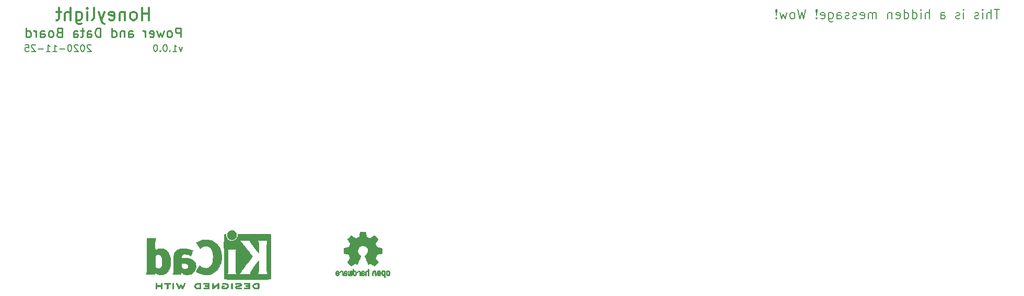
<source format=gbo>
G04 #@! TF.GenerationSoftware,KiCad,Pcbnew,(5.1.6-0-10_14)*
G04 #@! TF.CreationDate,2020-11-25T02:11:22-05:00*
G04 #@! TF.ProjectId,power board,706f7765-7220-4626-9f61-72642e6b6963,0.1.0*
G04 #@! TF.SameCoordinates,Original*
G04 #@! TF.FileFunction,Legend,Bot*
G04 #@! TF.FilePolarity,Positive*
%FSLAX46Y46*%
G04 Gerber Fmt 4.6, Leading zero omitted, Abs format (unit mm)*
G04 Created by KiCad (PCBNEW (5.1.6-0-10_14)) date 2020-11-25 02:11:22*
%MOMM*%
%LPD*%
G01*
G04 APERTURE LIST*
%ADD10C,0.200000*%
%ADD11C,0.250000*%
%ADD12C,0.300000*%
%ADD13C,0.010000*%
%ADD14C,1.400000*%
%ADD15C,1.700000*%
%ADD16R,1.700000X1.700000*%
%ADD17C,6.500000*%
%ADD18O,1.800000X2.100000*%
%ADD19O,2.290000X1.840000*%
%ADD20O,2.600000X2.100000*%
%ADD21C,2.600000*%
G04 APERTURE END LIST*
D10*
X212178571Y-90178571D02*
X211321428Y-90178571D01*
X211750000Y-91678571D02*
X211750000Y-90178571D01*
X210821428Y-91678571D02*
X210821428Y-90178571D01*
X210178571Y-91678571D02*
X210178571Y-90892857D01*
X210250000Y-90750000D01*
X210392857Y-90678571D01*
X210607142Y-90678571D01*
X210750000Y-90750000D01*
X210821428Y-90821428D01*
X209464285Y-91678571D02*
X209464285Y-90678571D01*
X209464285Y-90178571D02*
X209535714Y-90250000D01*
X209464285Y-90321428D01*
X209392857Y-90250000D01*
X209464285Y-90178571D01*
X209464285Y-90321428D01*
X208821428Y-91607142D02*
X208678571Y-91678571D01*
X208392857Y-91678571D01*
X208250000Y-91607142D01*
X208178571Y-91464285D01*
X208178571Y-91392857D01*
X208250000Y-91250000D01*
X208392857Y-91178571D01*
X208607142Y-91178571D01*
X208750000Y-91107142D01*
X208821428Y-90964285D01*
X208821428Y-90892857D01*
X208750000Y-90750000D01*
X208607142Y-90678571D01*
X208392857Y-90678571D01*
X208250000Y-90750000D01*
X206392857Y-91678571D02*
X206392857Y-90678571D01*
X206392857Y-90178571D02*
X206464285Y-90250000D01*
X206392857Y-90321428D01*
X206321428Y-90250000D01*
X206392857Y-90178571D01*
X206392857Y-90321428D01*
X205750000Y-91607142D02*
X205607142Y-91678571D01*
X205321428Y-91678571D01*
X205178571Y-91607142D01*
X205107142Y-91464285D01*
X205107142Y-91392857D01*
X205178571Y-91250000D01*
X205321428Y-91178571D01*
X205535714Y-91178571D01*
X205678571Y-91107142D01*
X205750000Y-90964285D01*
X205750000Y-90892857D01*
X205678571Y-90750000D01*
X205535714Y-90678571D01*
X205321428Y-90678571D01*
X205178571Y-90750000D01*
X202678571Y-91678571D02*
X202678571Y-90892857D01*
X202750000Y-90750000D01*
X202892857Y-90678571D01*
X203178571Y-90678571D01*
X203321428Y-90750000D01*
X202678571Y-91607142D02*
X202821428Y-91678571D01*
X203178571Y-91678571D01*
X203321428Y-91607142D01*
X203392857Y-91464285D01*
X203392857Y-91321428D01*
X203321428Y-91178571D01*
X203178571Y-91107142D01*
X202821428Y-91107142D01*
X202678571Y-91035714D01*
X200821428Y-91678571D02*
X200821428Y-90178571D01*
X200178571Y-91678571D02*
X200178571Y-90892857D01*
X200250000Y-90750000D01*
X200392857Y-90678571D01*
X200607142Y-90678571D01*
X200750000Y-90750000D01*
X200821428Y-90821428D01*
X199464285Y-91678571D02*
X199464285Y-90678571D01*
X199464285Y-90178571D02*
X199535714Y-90250000D01*
X199464285Y-90321428D01*
X199392857Y-90250000D01*
X199464285Y-90178571D01*
X199464285Y-90321428D01*
X198107142Y-91678571D02*
X198107142Y-90178571D01*
X198107142Y-91607142D02*
X198250000Y-91678571D01*
X198535714Y-91678571D01*
X198678571Y-91607142D01*
X198750000Y-91535714D01*
X198821428Y-91392857D01*
X198821428Y-90964285D01*
X198750000Y-90821428D01*
X198678571Y-90750000D01*
X198535714Y-90678571D01*
X198250000Y-90678571D01*
X198107142Y-90750000D01*
X196750000Y-91678571D02*
X196750000Y-90178571D01*
X196750000Y-91607142D02*
X196892857Y-91678571D01*
X197178571Y-91678571D01*
X197321428Y-91607142D01*
X197392857Y-91535714D01*
X197464285Y-91392857D01*
X197464285Y-90964285D01*
X197392857Y-90821428D01*
X197321428Y-90750000D01*
X197178571Y-90678571D01*
X196892857Y-90678571D01*
X196750000Y-90750000D01*
X195464285Y-91607142D02*
X195607142Y-91678571D01*
X195892857Y-91678571D01*
X196035714Y-91607142D01*
X196107142Y-91464285D01*
X196107142Y-90892857D01*
X196035714Y-90750000D01*
X195892857Y-90678571D01*
X195607142Y-90678571D01*
X195464285Y-90750000D01*
X195392857Y-90892857D01*
X195392857Y-91035714D01*
X196107142Y-91178571D01*
X194750000Y-90678571D02*
X194750000Y-91678571D01*
X194750000Y-90821428D02*
X194678571Y-90750000D01*
X194535714Y-90678571D01*
X194321428Y-90678571D01*
X194178571Y-90750000D01*
X194107142Y-90892857D01*
X194107142Y-91678571D01*
X192250000Y-91678571D02*
X192250000Y-90678571D01*
X192250000Y-90821428D02*
X192178571Y-90750000D01*
X192035714Y-90678571D01*
X191821428Y-90678571D01*
X191678571Y-90750000D01*
X191607142Y-90892857D01*
X191607142Y-91678571D01*
X191607142Y-90892857D02*
X191535714Y-90750000D01*
X191392857Y-90678571D01*
X191178571Y-90678571D01*
X191035714Y-90750000D01*
X190964285Y-90892857D01*
X190964285Y-91678571D01*
X189678571Y-91607142D02*
X189821428Y-91678571D01*
X190107142Y-91678571D01*
X190250000Y-91607142D01*
X190321428Y-91464285D01*
X190321428Y-90892857D01*
X190250000Y-90750000D01*
X190107142Y-90678571D01*
X189821428Y-90678571D01*
X189678571Y-90750000D01*
X189607142Y-90892857D01*
X189607142Y-91035714D01*
X190321428Y-91178571D01*
X189035714Y-91607142D02*
X188892857Y-91678571D01*
X188607142Y-91678571D01*
X188464285Y-91607142D01*
X188392857Y-91464285D01*
X188392857Y-91392857D01*
X188464285Y-91250000D01*
X188607142Y-91178571D01*
X188821428Y-91178571D01*
X188964285Y-91107142D01*
X189035714Y-90964285D01*
X189035714Y-90892857D01*
X188964285Y-90750000D01*
X188821428Y-90678571D01*
X188607142Y-90678571D01*
X188464285Y-90750000D01*
X187821428Y-91607142D02*
X187678571Y-91678571D01*
X187392857Y-91678571D01*
X187250000Y-91607142D01*
X187178571Y-91464285D01*
X187178571Y-91392857D01*
X187250000Y-91250000D01*
X187392857Y-91178571D01*
X187607142Y-91178571D01*
X187750000Y-91107142D01*
X187821428Y-90964285D01*
X187821428Y-90892857D01*
X187750000Y-90750000D01*
X187607142Y-90678571D01*
X187392857Y-90678571D01*
X187250000Y-90750000D01*
X185892857Y-91678571D02*
X185892857Y-90892857D01*
X185964285Y-90750000D01*
X186107142Y-90678571D01*
X186392857Y-90678571D01*
X186535714Y-90750000D01*
X185892857Y-91607142D02*
X186035714Y-91678571D01*
X186392857Y-91678571D01*
X186535714Y-91607142D01*
X186607142Y-91464285D01*
X186607142Y-91321428D01*
X186535714Y-91178571D01*
X186392857Y-91107142D01*
X186035714Y-91107142D01*
X185892857Y-91035714D01*
X184535714Y-90678571D02*
X184535714Y-91892857D01*
X184607142Y-92035714D01*
X184678571Y-92107142D01*
X184821428Y-92178571D01*
X185035714Y-92178571D01*
X185178571Y-92107142D01*
X184535714Y-91607142D02*
X184678571Y-91678571D01*
X184964285Y-91678571D01*
X185107142Y-91607142D01*
X185178571Y-91535714D01*
X185250000Y-91392857D01*
X185250000Y-90964285D01*
X185178571Y-90821428D01*
X185107142Y-90750000D01*
X184964285Y-90678571D01*
X184678571Y-90678571D01*
X184535714Y-90750000D01*
X183250000Y-91607142D02*
X183392857Y-91678571D01*
X183678571Y-91678571D01*
X183821428Y-91607142D01*
X183892857Y-91464285D01*
X183892857Y-90892857D01*
X183821428Y-90750000D01*
X183678571Y-90678571D01*
X183392857Y-90678571D01*
X183250000Y-90750000D01*
X183178571Y-90892857D01*
X183178571Y-91035714D01*
X183892857Y-91178571D01*
X182535714Y-91535714D02*
X182464285Y-91607142D01*
X182535714Y-91678571D01*
X182607142Y-91607142D01*
X182535714Y-91535714D01*
X182535714Y-91678571D01*
X182535714Y-91107142D02*
X182607142Y-90250000D01*
X182535714Y-90178571D01*
X182464285Y-90250000D01*
X182535714Y-91107142D01*
X182535714Y-90178571D01*
X180821428Y-90178571D02*
X180464285Y-91678571D01*
X180178571Y-90607142D01*
X179892857Y-91678571D01*
X179535714Y-90178571D01*
X178750000Y-91678571D02*
X178892857Y-91607142D01*
X178964285Y-91535714D01*
X179035714Y-91392857D01*
X179035714Y-90964285D01*
X178964285Y-90821428D01*
X178892857Y-90750000D01*
X178750000Y-90678571D01*
X178535714Y-90678571D01*
X178392857Y-90750000D01*
X178321428Y-90821428D01*
X178250000Y-90964285D01*
X178250000Y-91392857D01*
X178321428Y-91535714D01*
X178392857Y-91607142D01*
X178535714Y-91678571D01*
X178750000Y-91678571D01*
X177750000Y-90678571D02*
X177464285Y-91678571D01*
X177178571Y-90964285D01*
X176892857Y-91678571D01*
X176607142Y-90678571D01*
X176035714Y-91535714D02*
X175964285Y-91607142D01*
X176035714Y-91678571D01*
X176107142Y-91607142D01*
X176035714Y-91535714D01*
X176035714Y-91678571D01*
X176035714Y-91107142D02*
X176107142Y-90250000D01*
X176035714Y-90178571D01*
X175964285Y-90250000D01*
X176035714Y-91107142D01*
X176035714Y-90178571D01*
X64965238Y-96002380D02*
X64912857Y-95950000D01*
X64808095Y-95897619D01*
X64546190Y-95897619D01*
X64441428Y-95950000D01*
X64389047Y-96002380D01*
X64336666Y-96107142D01*
X64336666Y-96211904D01*
X64389047Y-96369047D01*
X65017619Y-96997619D01*
X64336666Y-96997619D01*
X63655714Y-95897619D02*
X63550952Y-95897619D01*
X63446190Y-95950000D01*
X63393809Y-96002380D01*
X63341428Y-96107142D01*
X63289047Y-96316666D01*
X63289047Y-96578571D01*
X63341428Y-96788095D01*
X63393809Y-96892857D01*
X63446190Y-96945238D01*
X63550952Y-96997619D01*
X63655714Y-96997619D01*
X63760476Y-96945238D01*
X63812857Y-96892857D01*
X63865238Y-96788095D01*
X63917619Y-96578571D01*
X63917619Y-96316666D01*
X63865238Y-96107142D01*
X63812857Y-96002380D01*
X63760476Y-95950000D01*
X63655714Y-95897619D01*
X62870000Y-96002380D02*
X62817619Y-95950000D01*
X62712857Y-95897619D01*
X62450952Y-95897619D01*
X62346190Y-95950000D01*
X62293809Y-96002380D01*
X62241428Y-96107142D01*
X62241428Y-96211904D01*
X62293809Y-96369047D01*
X62922381Y-96997619D01*
X62241428Y-96997619D01*
X61560476Y-95897619D02*
X61455714Y-95897619D01*
X61350952Y-95950000D01*
X61298571Y-96002380D01*
X61246190Y-96107142D01*
X61193809Y-96316666D01*
X61193809Y-96578571D01*
X61246190Y-96788095D01*
X61298571Y-96892857D01*
X61350952Y-96945238D01*
X61455714Y-96997619D01*
X61560476Y-96997619D01*
X61665238Y-96945238D01*
X61717619Y-96892857D01*
X61770000Y-96788095D01*
X61822381Y-96578571D01*
X61822381Y-96316666D01*
X61770000Y-96107142D01*
X61717619Y-96002380D01*
X61665238Y-95950000D01*
X61560476Y-95897619D01*
X60722381Y-96578571D02*
X59884285Y-96578571D01*
X58784285Y-96997619D02*
X59412857Y-96997619D01*
X59098571Y-96997619D02*
X59098571Y-95897619D01*
X59203333Y-96054761D01*
X59308095Y-96159523D01*
X59412857Y-96211904D01*
X57736666Y-96997619D02*
X58365238Y-96997619D01*
X58050952Y-96997619D02*
X58050952Y-95897619D01*
X58155714Y-96054761D01*
X58260476Y-96159523D01*
X58365238Y-96211904D01*
X57265238Y-96578571D02*
X56427142Y-96578571D01*
X55955714Y-96002380D02*
X55903333Y-95950000D01*
X55798571Y-95897619D01*
X55536666Y-95897619D01*
X55431904Y-95950000D01*
X55379523Y-96002380D01*
X55327142Y-96107142D01*
X55327142Y-96211904D01*
X55379523Y-96369047D01*
X56008095Y-96997619D01*
X55327142Y-96997619D01*
X54331904Y-95897619D02*
X54855714Y-95897619D01*
X54908095Y-96421428D01*
X54855714Y-96369047D01*
X54750952Y-96316666D01*
X54489047Y-96316666D01*
X54384285Y-96369047D01*
X54331904Y-96421428D01*
X54279523Y-96526190D01*
X54279523Y-96788095D01*
X54331904Y-96892857D01*
X54384285Y-96945238D01*
X54489047Y-96997619D01*
X54750952Y-96997619D01*
X54855714Y-96945238D01*
X54908095Y-96892857D01*
X79772857Y-96264285D02*
X79510952Y-96997619D01*
X79249048Y-96264285D01*
X78253809Y-96997619D02*
X78882381Y-96997619D01*
X78568095Y-96997619D02*
X78568095Y-95897619D01*
X78672857Y-96054761D01*
X78777619Y-96159523D01*
X78882381Y-96211904D01*
X77782381Y-96892857D02*
X77730000Y-96945238D01*
X77782381Y-96997619D01*
X77834762Y-96945238D01*
X77782381Y-96892857D01*
X77782381Y-96997619D01*
X77049048Y-95897619D02*
X76944286Y-95897619D01*
X76839524Y-95950000D01*
X76787143Y-96002380D01*
X76734762Y-96107142D01*
X76682381Y-96316666D01*
X76682381Y-96578571D01*
X76734762Y-96788095D01*
X76787143Y-96892857D01*
X76839524Y-96945238D01*
X76944286Y-96997619D01*
X77049048Y-96997619D01*
X77153809Y-96945238D01*
X77206190Y-96892857D01*
X77258571Y-96788095D01*
X77310952Y-96578571D01*
X77310952Y-96316666D01*
X77258571Y-96107142D01*
X77206190Y-96002380D01*
X77153809Y-95950000D01*
X77049048Y-95897619D01*
X76210952Y-96892857D02*
X76158571Y-96945238D01*
X76210952Y-96997619D01*
X76263333Y-96945238D01*
X76210952Y-96892857D01*
X76210952Y-96997619D01*
X75477619Y-95897619D02*
X75372857Y-95897619D01*
X75268095Y-95950000D01*
X75215714Y-96002380D01*
X75163333Y-96107142D01*
X75110952Y-96316666D01*
X75110952Y-96578571D01*
X75163333Y-96788095D01*
X75215714Y-96892857D01*
X75268095Y-96945238D01*
X75372857Y-96997619D01*
X75477619Y-96997619D01*
X75582381Y-96945238D01*
X75634762Y-96892857D01*
X75687143Y-96788095D01*
X75739524Y-96578571D01*
X75739524Y-96316666D01*
X75687143Y-96107142D01*
X75634762Y-96002380D01*
X75582381Y-95950000D01*
X75477619Y-95897619D01*
D11*
X79500000Y-94678571D02*
X79500000Y-93178571D01*
X78928571Y-93178571D01*
X78785714Y-93250000D01*
X78714285Y-93321428D01*
X78642857Y-93464285D01*
X78642857Y-93678571D01*
X78714285Y-93821428D01*
X78785714Y-93892857D01*
X78928571Y-93964285D01*
X79500000Y-93964285D01*
X77785714Y-94678571D02*
X77928571Y-94607142D01*
X78000000Y-94535714D01*
X78071428Y-94392857D01*
X78071428Y-93964285D01*
X78000000Y-93821428D01*
X77928571Y-93750000D01*
X77785714Y-93678571D01*
X77571428Y-93678571D01*
X77428571Y-93750000D01*
X77357142Y-93821428D01*
X77285714Y-93964285D01*
X77285714Y-94392857D01*
X77357142Y-94535714D01*
X77428571Y-94607142D01*
X77571428Y-94678571D01*
X77785714Y-94678571D01*
X76785714Y-93678571D02*
X76500000Y-94678571D01*
X76214285Y-93964285D01*
X75928571Y-94678571D01*
X75642857Y-93678571D01*
X74500000Y-94607142D02*
X74642857Y-94678571D01*
X74928571Y-94678571D01*
X75071428Y-94607142D01*
X75142857Y-94464285D01*
X75142857Y-93892857D01*
X75071428Y-93750000D01*
X74928571Y-93678571D01*
X74642857Y-93678571D01*
X74500000Y-93750000D01*
X74428571Y-93892857D01*
X74428571Y-94035714D01*
X75142857Y-94178571D01*
X73785714Y-94678571D02*
X73785714Y-93678571D01*
X73785714Y-93964285D02*
X73714285Y-93821428D01*
X73642857Y-93750000D01*
X73500000Y-93678571D01*
X73357142Y-93678571D01*
X71071428Y-94678571D02*
X71071428Y-93892857D01*
X71142857Y-93750000D01*
X71285714Y-93678571D01*
X71571428Y-93678571D01*
X71714285Y-93750000D01*
X71071428Y-94607142D02*
X71214285Y-94678571D01*
X71571428Y-94678571D01*
X71714285Y-94607142D01*
X71785714Y-94464285D01*
X71785714Y-94321428D01*
X71714285Y-94178571D01*
X71571428Y-94107142D01*
X71214285Y-94107142D01*
X71071428Y-94035714D01*
X70357142Y-93678571D02*
X70357142Y-94678571D01*
X70357142Y-93821428D02*
X70285714Y-93750000D01*
X70142857Y-93678571D01*
X69928571Y-93678571D01*
X69785714Y-93750000D01*
X69714285Y-93892857D01*
X69714285Y-94678571D01*
X68357142Y-94678571D02*
X68357142Y-93178571D01*
X68357142Y-94607142D02*
X68500000Y-94678571D01*
X68785714Y-94678571D01*
X68928571Y-94607142D01*
X69000000Y-94535714D01*
X69071428Y-94392857D01*
X69071428Y-93964285D01*
X69000000Y-93821428D01*
X68928571Y-93750000D01*
X68785714Y-93678571D01*
X68500000Y-93678571D01*
X68357142Y-93750000D01*
X66500000Y-94678571D02*
X66500000Y-93178571D01*
X66142857Y-93178571D01*
X65928571Y-93250000D01*
X65785714Y-93392857D01*
X65714285Y-93535714D01*
X65642857Y-93821428D01*
X65642857Y-94035714D01*
X65714285Y-94321428D01*
X65785714Y-94464285D01*
X65928571Y-94607142D01*
X66142857Y-94678571D01*
X66500000Y-94678571D01*
X64357142Y-94678571D02*
X64357142Y-93892857D01*
X64428571Y-93750000D01*
X64571428Y-93678571D01*
X64857142Y-93678571D01*
X65000000Y-93750000D01*
X64357142Y-94607142D02*
X64500000Y-94678571D01*
X64857142Y-94678571D01*
X65000000Y-94607142D01*
X65071428Y-94464285D01*
X65071428Y-94321428D01*
X65000000Y-94178571D01*
X64857142Y-94107142D01*
X64500000Y-94107142D01*
X64357142Y-94035714D01*
X63857142Y-93678571D02*
X63285714Y-93678571D01*
X63642857Y-93178571D02*
X63642857Y-94464285D01*
X63571428Y-94607142D01*
X63428571Y-94678571D01*
X63285714Y-94678571D01*
X62142857Y-94678571D02*
X62142857Y-93892857D01*
X62214285Y-93750000D01*
X62357142Y-93678571D01*
X62642857Y-93678571D01*
X62785714Y-93750000D01*
X62142857Y-94607142D02*
X62285714Y-94678571D01*
X62642857Y-94678571D01*
X62785714Y-94607142D01*
X62857142Y-94464285D01*
X62857142Y-94321428D01*
X62785714Y-94178571D01*
X62642857Y-94107142D01*
X62285714Y-94107142D01*
X62142857Y-94035714D01*
X59785714Y-93892857D02*
X59571428Y-93964285D01*
X59500000Y-94035714D01*
X59428571Y-94178571D01*
X59428571Y-94392857D01*
X59500000Y-94535714D01*
X59571428Y-94607142D01*
X59714285Y-94678571D01*
X60285714Y-94678571D01*
X60285714Y-93178571D01*
X59785714Y-93178571D01*
X59642857Y-93250000D01*
X59571428Y-93321428D01*
X59500000Y-93464285D01*
X59500000Y-93607142D01*
X59571428Y-93750000D01*
X59642857Y-93821428D01*
X59785714Y-93892857D01*
X60285714Y-93892857D01*
X58571428Y-94678571D02*
X58714285Y-94607142D01*
X58785714Y-94535714D01*
X58857142Y-94392857D01*
X58857142Y-93964285D01*
X58785714Y-93821428D01*
X58714285Y-93750000D01*
X58571428Y-93678571D01*
X58357142Y-93678571D01*
X58214285Y-93750000D01*
X58142857Y-93821428D01*
X58071428Y-93964285D01*
X58071428Y-94392857D01*
X58142857Y-94535714D01*
X58214285Y-94607142D01*
X58357142Y-94678571D01*
X58571428Y-94678571D01*
X56785714Y-94678571D02*
X56785714Y-93892857D01*
X56857142Y-93750000D01*
X57000000Y-93678571D01*
X57285714Y-93678571D01*
X57428571Y-93750000D01*
X56785714Y-94607142D02*
X56928571Y-94678571D01*
X57285714Y-94678571D01*
X57428571Y-94607142D01*
X57500000Y-94464285D01*
X57500000Y-94321428D01*
X57428571Y-94178571D01*
X57285714Y-94107142D01*
X56928571Y-94107142D01*
X56785714Y-94035714D01*
X56071428Y-94678571D02*
X56071428Y-93678571D01*
X56071428Y-93964285D02*
X56000000Y-93821428D01*
X55928571Y-93750000D01*
X55785714Y-93678571D01*
X55642857Y-93678571D01*
X54500000Y-94678571D02*
X54500000Y-93178571D01*
X54500000Y-94607142D02*
X54642857Y-94678571D01*
X54928571Y-94678571D01*
X55071428Y-94607142D01*
X55142857Y-94535714D01*
X55214285Y-94392857D01*
X55214285Y-93964285D01*
X55142857Y-93821428D01*
X55071428Y-93750000D01*
X54928571Y-93678571D01*
X54642857Y-93678571D01*
X54500000Y-93750000D01*
D12*
X74380952Y-91904761D02*
X74380952Y-89904761D01*
X74380952Y-90857142D02*
X73238095Y-90857142D01*
X73238095Y-91904761D02*
X73238095Y-89904761D01*
X72000000Y-91904761D02*
X72190476Y-91809523D01*
X72285714Y-91714285D01*
X72380952Y-91523809D01*
X72380952Y-90952380D01*
X72285714Y-90761904D01*
X72190476Y-90666666D01*
X72000000Y-90571428D01*
X71714285Y-90571428D01*
X71523809Y-90666666D01*
X71428571Y-90761904D01*
X71333333Y-90952380D01*
X71333333Y-91523809D01*
X71428571Y-91714285D01*
X71523809Y-91809523D01*
X71714285Y-91904761D01*
X72000000Y-91904761D01*
X70476190Y-90571428D02*
X70476190Y-91904761D01*
X70476190Y-90761904D02*
X70380952Y-90666666D01*
X70190476Y-90571428D01*
X69904761Y-90571428D01*
X69714285Y-90666666D01*
X69619047Y-90857142D01*
X69619047Y-91904761D01*
X67904761Y-91809523D02*
X68095238Y-91904761D01*
X68476190Y-91904761D01*
X68666666Y-91809523D01*
X68761904Y-91619047D01*
X68761904Y-90857142D01*
X68666666Y-90666666D01*
X68476190Y-90571428D01*
X68095238Y-90571428D01*
X67904761Y-90666666D01*
X67809523Y-90857142D01*
X67809523Y-91047619D01*
X68761904Y-91238095D01*
X67142857Y-90571428D02*
X66666666Y-91904761D01*
X66190476Y-90571428D02*
X66666666Y-91904761D01*
X66857142Y-92380952D01*
X66952380Y-92476190D01*
X67142857Y-92571428D01*
X65142857Y-91904761D02*
X65333333Y-91809523D01*
X65428571Y-91619047D01*
X65428571Y-89904761D01*
X64380952Y-91904761D02*
X64380952Y-90571428D01*
X64380952Y-89904761D02*
X64476190Y-90000000D01*
X64380952Y-90095238D01*
X64285714Y-90000000D01*
X64380952Y-89904761D01*
X64380952Y-90095238D01*
X62571428Y-90571428D02*
X62571428Y-92190476D01*
X62666666Y-92380952D01*
X62761904Y-92476190D01*
X62952380Y-92571428D01*
X63238095Y-92571428D01*
X63428571Y-92476190D01*
X62571428Y-91809523D02*
X62761904Y-91904761D01*
X63142857Y-91904761D01*
X63333333Y-91809523D01*
X63428571Y-91714285D01*
X63523809Y-91523809D01*
X63523809Y-90952380D01*
X63428571Y-90761904D01*
X63333333Y-90666666D01*
X63142857Y-90571428D01*
X62761904Y-90571428D01*
X62571428Y-90666666D01*
X61619047Y-91904761D02*
X61619047Y-89904761D01*
X60761904Y-91904761D02*
X60761904Y-90857142D01*
X60857142Y-90666666D01*
X61047619Y-90571428D01*
X61333333Y-90571428D01*
X61523809Y-90666666D01*
X61619047Y-90761904D01*
X60095238Y-90571428D02*
X59333333Y-90571428D01*
X59809523Y-89904761D02*
X59809523Y-91619047D01*
X59714285Y-91809523D01*
X59523809Y-91904761D01*
X59333333Y-91904761D01*
D13*
G04 #@! TO.C,REF\u002A\u002A*
G36*
X108860122Y-126287776D02*
G01*
X108754388Y-126288355D01*
X108677868Y-126289922D01*
X108625628Y-126292972D01*
X108592737Y-126297996D01*
X108574263Y-126305489D01*
X108565273Y-126315944D01*
X108560837Y-126329853D01*
X108560406Y-126331654D01*
X108553667Y-126364145D01*
X108541192Y-126428252D01*
X108524281Y-126517151D01*
X108504229Y-126624019D01*
X108482336Y-126742033D01*
X108481571Y-126746178D01*
X108459641Y-126861831D01*
X108439123Y-126964014D01*
X108421341Y-127046598D01*
X108407619Y-127103456D01*
X108399282Y-127128458D01*
X108398884Y-127128901D01*
X108374323Y-127141110D01*
X108323685Y-127161456D01*
X108257905Y-127185545D01*
X108257539Y-127185674D01*
X108174683Y-127216818D01*
X108077000Y-127256491D01*
X107984923Y-127296381D01*
X107980566Y-127298353D01*
X107830593Y-127366420D01*
X107498502Y-127139639D01*
X107396626Y-127070504D01*
X107304343Y-127008697D01*
X107226997Y-126957733D01*
X107169936Y-126921127D01*
X107138505Y-126902394D01*
X107135521Y-126901004D01*
X107112679Y-126907190D01*
X107070018Y-126937035D01*
X107005872Y-126991947D01*
X106918579Y-127073334D01*
X106829465Y-127159922D01*
X106743559Y-127245247D01*
X106666673Y-127323108D01*
X106603436Y-127388697D01*
X106558477Y-127437205D01*
X106536424Y-127463825D01*
X106535604Y-127465195D01*
X106533166Y-127483463D01*
X106542350Y-127513295D01*
X106565426Y-127558721D01*
X106604663Y-127623770D01*
X106662330Y-127712470D01*
X106739205Y-127826657D01*
X106807430Y-127927162D01*
X106868418Y-128017303D01*
X106918644Y-128091849D01*
X106954584Y-128145565D01*
X106972713Y-128173218D01*
X106973854Y-128175095D01*
X106971641Y-128201590D01*
X106954862Y-128253086D01*
X106926858Y-128319851D01*
X106916878Y-128341172D01*
X106873328Y-128436159D01*
X106826866Y-128543937D01*
X106789123Y-128637192D01*
X106761927Y-128706406D01*
X106740325Y-128759006D01*
X106727842Y-128786497D01*
X106726291Y-128788616D01*
X106703332Y-128792124D01*
X106649214Y-128801738D01*
X106571132Y-128816089D01*
X106476281Y-128833807D01*
X106371857Y-128853525D01*
X106265056Y-128873874D01*
X106163074Y-128893486D01*
X106073106Y-128910991D01*
X106002347Y-128925022D01*
X105957994Y-128934209D01*
X105947115Y-128936807D01*
X105935878Y-128943218D01*
X105927395Y-128957697D01*
X105921286Y-128985133D01*
X105917168Y-129030411D01*
X105914659Y-129098420D01*
X105913379Y-129194047D01*
X105912946Y-129322180D01*
X105912923Y-129374701D01*
X105912923Y-129801845D01*
X106015500Y-129822091D01*
X106072569Y-129833070D01*
X106157731Y-129849095D01*
X106260628Y-129868233D01*
X106370904Y-129888551D01*
X106401385Y-129894132D01*
X106503145Y-129913917D01*
X106591795Y-129933373D01*
X106659892Y-129950697D01*
X106699996Y-129964088D01*
X106706677Y-129968079D01*
X106723081Y-129996342D01*
X106746601Y-130051109D01*
X106772684Y-130121588D01*
X106777858Y-130136769D01*
X106812044Y-130230896D01*
X106854477Y-130337101D01*
X106896003Y-130432473D01*
X106896208Y-130432916D01*
X106965360Y-130582525D01*
X106510488Y-131251617D01*
X106802500Y-131544116D01*
X106890820Y-131631170D01*
X106971375Y-131707909D01*
X107039640Y-131770237D01*
X107091092Y-131814056D01*
X107121206Y-131835270D01*
X107125526Y-131836616D01*
X107150889Y-131826016D01*
X107202642Y-131796547D01*
X107275132Y-131751705D01*
X107362706Y-131694984D01*
X107457388Y-131631462D01*
X107553484Y-131566668D01*
X107639163Y-131510287D01*
X107708984Y-131465788D01*
X107757506Y-131436639D01*
X107779218Y-131426308D01*
X107805707Y-131435050D01*
X107855938Y-131458087D01*
X107919549Y-131490631D01*
X107926292Y-131494249D01*
X108011954Y-131537210D01*
X108070694Y-131558279D01*
X108107228Y-131558503D01*
X108126269Y-131538928D01*
X108126380Y-131538654D01*
X108135898Y-131515472D01*
X108158597Y-131460441D01*
X108192718Y-131377822D01*
X108236500Y-131271872D01*
X108288184Y-131146852D01*
X108346008Y-131007020D01*
X108402009Y-130871637D01*
X108463553Y-130722234D01*
X108520061Y-130583832D01*
X108569839Y-130460673D01*
X108611194Y-130357002D01*
X108642432Y-130277059D01*
X108661859Y-130225088D01*
X108667846Y-130205692D01*
X108652832Y-130183443D01*
X108613561Y-130147982D01*
X108561193Y-130108887D01*
X108412059Y-129985245D01*
X108295489Y-129843522D01*
X108212882Y-129686704D01*
X108165634Y-129517775D01*
X108155143Y-129339722D01*
X108162769Y-129257539D01*
X108204318Y-129087031D01*
X108275877Y-128936459D01*
X108373005Y-128807309D01*
X108491266Y-128701064D01*
X108626220Y-128619210D01*
X108773429Y-128563232D01*
X108928456Y-128534615D01*
X109086861Y-128534844D01*
X109244206Y-128565405D01*
X109396054Y-128627782D01*
X109537965Y-128723460D01*
X109597197Y-128777572D01*
X109710797Y-128916520D01*
X109789894Y-129068361D01*
X109835014Y-129228667D01*
X109846684Y-129393012D01*
X109825431Y-129556971D01*
X109771780Y-129716118D01*
X109686260Y-129866025D01*
X109569395Y-130002267D01*
X109438807Y-130108887D01*
X109384412Y-130149642D01*
X109345986Y-130184718D01*
X109332154Y-130205726D01*
X109339397Y-130228635D01*
X109359995Y-130283365D01*
X109392254Y-130365672D01*
X109434479Y-130471315D01*
X109484977Y-130596050D01*
X109542052Y-130735636D01*
X109598146Y-130871670D01*
X109660033Y-131021201D01*
X109717356Y-131159767D01*
X109768356Y-131283107D01*
X109811273Y-131386964D01*
X109844347Y-131467080D01*
X109865819Y-131519195D01*
X109873775Y-131538654D01*
X109892571Y-131558423D01*
X109928926Y-131558365D01*
X109987521Y-131537441D01*
X110073032Y-131494613D01*
X110073708Y-131494249D01*
X110138093Y-131461012D01*
X110190139Y-131436802D01*
X110219488Y-131426404D01*
X110220783Y-131426308D01*
X110242876Y-131436855D01*
X110291652Y-131466184D01*
X110361669Y-131510827D01*
X110447486Y-131567314D01*
X110542612Y-131631462D01*
X110639460Y-131696411D01*
X110726747Y-131752896D01*
X110798819Y-131797421D01*
X110850023Y-131826490D01*
X110874474Y-131836616D01*
X110896990Y-131823307D01*
X110942258Y-131786112D01*
X111005756Y-131729128D01*
X111082961Y-131656449D01*
X111169349Y-131572171D01*
X111197601Y-131544016D01*
X111489713Y-131251416D01*
X111267369Y-130925104D01*
X111199798Y-130824897D01*
X111140493Y-130734963D01*
X111092783Y-130660510D01*
X111059993Y-130606751D01*
X111045452Y-130578894D01*
X111045026Y-130576912D01*
X111052692Y-130550655D01*
X111073311Y-130497837D01*
X111103315Y-130427310D01*
X111124375Y-130380093D01*
X111163752Y-130289694D01*
X111200835Y-130198366D01*
X111229585Y-130121200D01*
X111237395Y-130097692D01*
X111259583Y-130034916D01*
X111281273Y-129986411D01*
X111293187Y-129968079D01*
X111319477Y-129956859D01*
X111376858Y-129940954D01*
X111457882Y-129922167D01*
X111555105Y-129902299D01*
X111598615Y-129894132D01*
X111709104Y-129873829D01*
X111815084Y-129854170D01*
X111906199Y-129837088D01*
X111972092Y-129824518D01*
X111984500Y-129822091D01*
X112087077Y-129801845D01*
X112087077Y-129374701D01*
X112086847Y-129234246D01*
X112085901Y-129127979D01*
X112083859Y-129051013D01*
X112080338Y-128998460D01*
X112074957Y-128965433D01*
X112067334Y-128947045D01*
X112057088Y-128938408D01*
X112052885Y-128936807D01*
X112027530Y-128931127D01*
X111971516Y-128919795D01*
X111892036Y-128904179D01*
X111796288Y-128885647D01*
X111691467Y-128865569D01*
X111584768Y-128845312D01*
X111483387Y-128826246D01*
X111394521Y-128809739D01*
X111325363Y-128797159D01*
X111283111Y-128789875D01*
X111273710Y-128788616D01*
X111265193Y-128771763D01*
X111246340Y-128726870D01*
X111220676Y-128662430D01*
X111210877Y-128637192D01*
X111171352Y-128539686D01*
X111124808Y-128431959D01*
X111083123Y-128341172D01*
X111052450Y-128271753D01*
X111032044Y-128214710D01*
X111025232Y-128179777D01*
X111026318Y-128175095D01*
X111040715Y-128152991D01*
X111073588Y-128103831D01*
X111121410Y-128032848D01*
X111180652Y-127945278D01*
X111247785Y-127846357D01*
X111261059Y-127826830D01*
X111338954Y-127711140D01*
X111396213Y-127623044D01*
X111435119Y-127558486D01*
X111457956Y-127513411D01*
X111467006Y-127483763D01*
X111464552Y-127465485D01*
X111464489Y-127465369D01*
X111445173Y-127441361D01*
X111402449Y-127394947D01*
X111340949Y-127330937D01*
X111265302Y-127254145D01*
X111180139Y-127169382D01*
X111170535Y-127159922D01*
X111063210Y-127055989D01*
X110980385Y-126979675D01*
X110920395Y-126929571D01*
X110881577Y-126904270D01*
X110864480Y-126901004D01*
X110839527Y-126915250D01*
X110787745Y-126948156D01*
X110714480Y-126996208D01*
X110625080Y-127055890D01*
X110524889Y-127123688D01*
X110501499Y-127139639D01*
X110169407Y-127366420D01*
X110019435Y-127298353D01*
X109928230Y-127258685D01*
X109830331Y-127218791D01*
X109746169Y-127186983D01*
X109742462Y-127185674D01*
X109676631Y-127161576D01*
X109625884Y-127141200D01*
X109601158Y-127128936D01*
X109601116Y-127128901D01*
X109593271Y-127106734D01*
X109579934Y-127052217D01*
X109562430Y-126971480D01*
X109542083Y-126870650D01*
X109520218Y-126755856D01*
X109518429Y-126746178D01*
X109496496Y-126627904D01*
X109476360Y-126520542D01*
X109459320Y-126430917D01*
X109446672Y-126365851D01*
X109439716Y-126332168D01*
X109439594Y-126331654D01*
X109435361Y-126317325D01*
X109427129Y-126306507D01*
X109409967Y-126298706D01*
X109378942Y-126293429D01*
X109329122Y-126290182D01*
X109255576Y-126288472D01*
X109153371Y-126287807D01*
X109017575Y-126287693D01*
X109000000Y-126287692D01*
X108860122Y-126287776D01*
G37*
X108860122Y-126287776D02*
X108754388Y-126288355D01*
X108677868Y-126289922D01*
X108625628Y-126292972D01*
X108592737Y-126297996D01*
X108574263Y-126305489D01*
X108565273Y-126315944D01*
X108560837Y-126329853D01*
X108560406Y-126331654D01*
X108553667Y-126364145D01*
X108541192Y-126428252D01*
X108524281Y-126517151D01*
X108504229Y-126624019D01*
X108482336Y-126742033D01*
X108481571Y-126746178D01*
X108459641Y-126861831D01*
X108439123Y-126964014D01*
X108421341Y-127046598D01*
X108407619Y-127103456D01*
X108399282Y-127128458D01*
X108398884Y-127128901D01*
X108374323Y-127141110D01*
X108323685Y-127161456D01*
X108257905Y-127185545D01*
X108257539Y-127185674D01*
X108174683Y-127216818D01*
X108077000Y-127256491D01*
X107984923Y-127296381D01*
X107980566Y-127298353D01*
X107830593Y-127366420D01*
X107498502Y-127139639D01*
X107396626Y-127070504D01*
X107304343Y-127008697D01*
X107226997Y-126957733D01*
X107169936Y-126921127D01*
X107138505Y-126902394D01*
X107135521Y-126901004D01*
X107112679Y-126907190D01*
X107070018Y-126937035D01*
X107005872Y-126991947D01*
X106918579Y-127073334D01*
X106829465Y-127159922D01*
X106743559Y-127245247D01*
X106666673Y-127323108D01*
X106603436Y-127388697D01*
X106558477Y-127437205D01*
X106536424Y-127463825D01*
X106535604Y-127465195D01*
X106533166Y-127483463D01*
X106542350Y-127513295D01*
X106565426Y-127558721D01*
X106604663Y-127623770D01*
X106662330Y-127712470D01*
X106739205Y-127826657D01*
X106807430Y-127927162D01*
X106868418Y-128017303D01*
X106918644Y-128091849D01*
X106954584Y-128145565D01*
X106972713Y-128173218D01*
X106973854Y-128175095D01*
X106971641Y-128201590D01*
X106954862Y-128253086D01*
X106926858Y-128319851D01*
X106916878Y-128341172D01*
X106873328Y-128436159D01*
X106826866Y-128543937D01*
X106789123Y-128637192D01*
X106761927Y-128706406D01*
X106740325Y-128759006D01*
X106727842Y-128786497D01*
X106726291Y-128788616D01*
X106703332Y-128792124D01*
X106649214Y-128801738D01*
X106571132Y-128816089D01*
X106476281Y-128833807D01*
X106371857Y-128853525D01*
X106265056Y-128873874D01*
X106163074Y-128893486D01*
X106073106Y-128910991D01*
X106002347Y-128925022D01*
X105957994Y-128934209D01*
X105947115Y-128936807D01*
X105935878Y-128943218D01*
X105927395Y-128957697D01*
X105921286Y-128985133D01*
X105917168Y-129030411D01*
X105914659Y-129098420D01*
X105913379Y-129194047D01*
X105912946Y-129322180D01*
X105912923Y-129374701D01*
X105912923Y-129801845D01*
X106015500Y-129822091D01*
X106072569Y-129833070D01*
X106157731Y-129849095D01*
X106260628Y-129868233D01*
X106370904Y-129888551D01*
X106401385Y-129894132D01*
X106503145Y-129913917D01*
X106591795Y-129933373D01*
X106659892Y-129950697D01*
X106699996Y-129964088D01*
X106706677Y-129968079D01*
X106723081Y-129996342D01*
X106746601Y-130051109D01*
X106772684Y-130121588D01*
X106777858Y-130136769D01*
X106812044Y-130230896D01*
X106854477Y-130337101D01*
X106896003Y-130432473D01*
X106896208Y-130432916D01*
X106965360Y-130582525D01*
X106510488Y-131251617D01*
X106802500Y-131544116D01*
X106890820Y-131631170D01*
X106971375Y-131707909D01*
X107039640Y-131770237D01*
X107091092Y-131814056D01*
X107121206Y-131835270D01*
X107125526Y-131836616D01*
X107150889Y-131826016D01*
X107202642Y-131796547D01*
X107275132Y-131751705D01*
X107362706Y-131694984D01*
X107457388Y-131631462D01*
X107553484Y-131566668D01*
X107639163Y-131510287D01*
X107708984Y-131465788D01*
X107757506Y-131436639D01*
X107779218Y-131426308D01*
X107805707Y-131435050D01*
X107855938Y-131458087D01*
X107919549Y-131490631D01*
X107926292Y-131494249D01*
X108011954Y-131537210D01*
X108070694Y-131558279D01*
X108107228Y-131558503D01*
X108126269Y-131538928D01*
X108126380Y-131538654D01*
X108135898Y-131515472D01*
X108158597Y-131460441D01*
X108192718Y-131377822D01*
X108236500Y-131271872D01*
X108288184Y-131146852D01*
X108346008Y-131007020D01*
X108402009Y-130871637D01*
X108463553Y-130722234D01*
X108520061Y-130583832D01*
X108569839Y-130460673D01*
X108611194Y-130357002D01*
X108642432Y-130277059D01*
X108661859Y-130225088D01*
X108667846Y-130205692D01*
X108652832Y-130183443D01*
X108613561Y-130147982D01*
X108561193Y-130108887D01*
X108412059Y-129985245D01*
X108295489Y-129843522D01*
X108212882Y-129686704D01*
X108165634Y-129517775D01*
X108155143Y-129339722D01*
X108162769Y-129257539D01*
X108204318Y-129087031D01*
X108275877Y-128936459D01*
X108373005Y-128807309D01*
X108491266Y-128701064D01*
X108626220Y-128619210D01*
X108773429Y-128563232D01*
X108928456Y-128534615D01*
X109086861Y-128534844D01*
X109244206Y-128565405D01*
X109396054Y-128627782D01*
X109537965Y-128723460D01*
X109597197Y-128777572D01*
X109710797Y-128916520D01*
X109789894Y-129068361D01*
X109835014Y-129228667D01*
X109846684Y-129393012D01*
X109825431Y-129556971D01*
X109771780Y-129716118D01*
X109686260Y-129866025D01*
X109569395Y-130002267D01*
X109438807Y-130108887D01*
X109384412Y-130149642D01*
X109345986Y-130184718D01*
X109332154Y-130205726D01*
X109339397Y-130228635D01*
X109359995Y-130283365D01*
X109392254Y-130365672D01*
X109434479Y-130471315D01*
X109484977Y-130596050D01*
X109542052Y-130735636D01*
X109598146Y-130871670D01*
X109660033Y-131021201D01*
X109717356Y-131159767D01*
X109768356Y-131283107D01*
X109811273Y-131386964D01*
X109844347Y-131467080D01*
X109865819Y-131519195D01*
X109873775Y-131538654D01*
X109892571Y-131558423D01*
X109928926Y-131558365D01*
X109987521Y-131537441D01*
X110073032Y-131494613D01*
X110073708Y-131494249D01*
X110138093Y-131461012D01*
X110190139Y-131436802D01*
X110219488Y-131426404D01*
X110220783Y-131426308D01*
X110242876Y-131436855D01*
X110291652Y-131466184D01*
X110361669Y-131510827D01*
X110447486Y-131567314D01*
X110542612Y-131631462D01*
X110639460Y-131696411D01*
X110726747Y-131752896D01*
X110798819Y-131797421D01*
X110850023Y-131826490D01*
X110874474Y-131836616D01*
X110896990Y-131823307D01*
X110942258Y-131786112D01*
X111005756Y-131729128D01*
X111082961Y-131656449D01*
X111169349Y-131572171D01*
X111197601Y-131544016D01*
X111489713Y-131251416D01*
X111267369Y-130925104D01*
X111199798Y-130824897D01*
X111140493Y-130734963D01*
X111092783Y-130660510D01*
X111059993Y-130606751D01*
X111045452Y-130578894D01*
X111045026Y-130576912D01*
X111052692Y-130550655D01*
X111073311Y-130497837D01*
X111103315Y-130427310D01*
X111124375Y-130380093D01*
X111163752Y-130289694D01*
X111200835Y-130198366D01*
X111229585Y-130121200D01*
X111237395Y-130097692D01*
X111259583Y-130034916D01*
X111281273Y-129986411D01*
X111293187Y-129968079D01*
X111319477Y-129956859D01*
X111376858Y-129940954D01*
X111457882Y-129922167D01*
X111555105Y-129902299D01*
X111598615Y-129894132D01*
X111709104Y-129873829D01*
X111815084Y-129854170D01*
X111906199Y-129837088D01*
X111972092Y-129824518D01*
X111984500Y-129822091D01*
X112087077Y-129801845D01*
X112087077Y-129374701D01*
X112086847Y-129234246D01*
X112085901Y-129127979D01*
X112083859Y-129051013D01*
X112080338Y-128998460D01*
X112074957Y-128965433D01*
X112067334Y-128947045D01*
X112057088Y-128938408D01*
X112052885Y-128936807D01*
X112027530Y-128931127D01*
X111971516Y-128919795D01*
X111892036Y-128904179D01*
X111796288Y-128885647D01*
X111691467Y-128865569D01*
X111584768Y-128845312D01*
X111483387Y-128826246D01*
X111394521Y-128809739D01*
X111325363Y-128797159D01*
X111283111Y-128789875D01*
X111273710Y-128788616D01*
X111265193Y-128771763D01*
X111246340Y-128726870D01*
X111220676Y-128662430D01*
X111210877Y-128637192D01*
X111171352Y-128539686D01*
X111124808Y-128431959D01*
X111083123Y-128341172D01*
X111052450Y-128271753D01*
X111032044Y-128214710D01*
X111025232Y-128179777D01*
X111026318Y-128175095D01*
X111040715Y-128152991D01*
X111073588Y-128103831D01*
X111121410Y-128032848D01*
X111180652Y-127945278D01*
X111247785Y-127846357D01*
X111261059Y-127826830D01*
X111338954Y-127711140D01*
X111396213Y-127623044D01*
X111435119Y-127558486D01*
X111457956Y-127513411D01*
X111467006Y-127483763D01*
X111464552Y-127465485D01*
X111464489Y-127465369D01*
X111445173Y-127441361D01*
X111402449Y-127394947D01*
X111340949Y-127330937D01*
X111265302Y-127254145D01*
X111180139Y-127169382D01*
X111170535Y-127159922D01*
X111063210Y-127055989D01*
X110980385Y-126979675D01*
X110920395Y-126929571D01*
X110881577Y-126904270D01*
X110864480Y-126901004D01*
X110839527Y-126915250D01*
X110787745Y-126948156D01*
X110714480Y-126996208D01*
X110625080Y-127055890D01*
X110524889Y-127123688D01*
X110501499Y-127139639D01*
X110169407Y-127366420D01*
X110019435Y-127298353D01*
X109928230Y-127258685D01*
X109830331Y-127218791D01*
X109746169Y-127186983D01*
X109742462Y-127185674D01*
X109676631Y-127161576D01*
X109625884Y-127141200D01*
X109601158Y-127128936D01*
X109601116Y-127128901D01*
X109593271Y-127106734D01*
X109579934Y-127052217D01*
X109562430Y-126971480D01*
X109542083Y-126870650D01*
X109520218Y-126755856D01*
X109518429Y-126746178D01*
X109496496Y-126627904D01*
X109476360Y-126520542D01*
X109459320Y-126430917D01*
X109446672Y-126365851D01*
X109439716Y-126332168D01*
X109439594Y-126331654D01*
X109435361Y-126317325D01*
X109427129Y-126306507D01*
X109409967Y-126298706D01*
X109378942Y-126293429D01*
X109329122Y-126290182D01*
X109255576Y-126288472D01*
X109153371Y-126287807D01*
X109017575Y-126287693D01*
X109000000Y-126287692D01*
X108860122Y-126287776D01*
G36*
X104754776Y-132647838D02*
G01*
X104677472Y-132698361D01*
X104640186Y-132743590D01*
X104610647Y-132825663D01*
X104608301Y-132890607D01*
X104613615Y-132977445D01*
X104813885Y-133065103D01*
X104911261Y-133109887D01*
X104974887Y-133145913D01*
X105007971Y-133177117D01*
X105013720Y-133207436D01*
X104995342Y-133240805D01*
X104975077Y-133262923D01*
X104916111Y-133298393D01*
X104851976Y-133300879D01*
X104793074Y-133273235D01*
X104749803Y-133218320D01*
X104742064Y-133198928D01*
X104704994Y-133138364D01*
X104662346Y-133112552D01*
X104603846Y-133090471D01*
X104603846Y-133174184D01*
X104609018Y-133231150D01*
X104629277Y-133279189D01*
X104671738Y-133334346D01*
X104678049Y-133341514D01*
X104725280Y-133390585D01*
X104765879Y-133416920D01*
X104816672Y-133429035D01*
X104858780Y-133433003D01*
X104934098Y-133433991D01*
X104987714Y-133421466D01*
X105021162Y-133402869D01*
X105073732Y-133361975D01*
X105110121Y-133317748D01*
X105133150Y-133262126D01*
X105145641Y-133187047D01*
X105150413Y-133084449D01*
X105150794Y-133032376D01*
X105149499Y-132969948D01*
X105031529Y-132969948D01*
X105030161Y-133003438D01*
X105026751Y-133008923D01*
X105004247Y-133001472D01*
X104955818Y-132981753D01*
X104891092Y-132953718D01*
X104877557Y-132947692D01*
X104795756Y-132906096D01*
X104750688Y-132869538D01*
X104740783Y-132835296D01*
X104764474Y-132800648D01*
X104784040Y-132785339D01*
X104854640Y-132754721D01*
X104920720Y-132759780D01*
X104976041Y-132797151D01*
X105014364Y-132863473D01*
X105026651Y-132916116D01*
X105031529Y-132969948D01*
X105149499Y-132969948D01*
X105148270Y-132910720D01*
X105138968Y-132820710D01*
X105120540Y-132755167D01*
X105090640Y-132706912D01*
X105046920Y-132668767D01*
X105027859Y-132656440D01*
X104941274Y-132624336D01*
X104846478Y-132622316D01*
X104754776Y-132647838D01*
G37*
X104754776Y-132647838D02*
X104677472Y-132698361D01*
X104640186Y-132743590D01*
X104610647Y-132825663D01*
X104608301Y-132890607D01*
X104613615Y-132977445D01*
X104813885Y-133065103D01*
X104911261Y-133109887D01*
X104974887Y-133145913D01*
X105007971Y-133177117D01*
X105013720Y-133207436D01*
X104995342Y-133240805D01*
X104975077Y-133262923D01*
X104916111Y-133298393D01*
X104851976Y-133300879D01*
X104793074Y-133273235D01*
X104749803Y-133218320D01*
X104742064Y-133198928D01*
X104704994Y-133138364D01*
X104662346Y-133112552D01*
X104603846Y-133090471D01*
X104603846Y-133174184D01*
X104609018Y-133231150D01*
X104629277Y-133279189D01*
X104671738Y-133334346D01*
X104678049Y-133341514D01*
X104725280Y-133390585D01*
X104765879Y-133416920D01*
X104816672Y-133429035D01*
X104858780Y-133433003D01*
X104934098Y-133433991D01*
X104987714Y-133421466D01*
X105021162Y-133402869D01*
X105073732Y-133361975D01*
X105110121Y-133317748D01*
X105133150Y-133262126D01*
X105145641Y-133187047D01*
X105150413Y-133084449D01*
X105150794Y-133032376D01*
X105149499Y-132969948D01*
X105031529Y-132969948D01*
X105030161Y-133003438D01*
X105026751Y-133008923D01*
X105004247Y-133001472D01*
X104955818Y-132981753D01*
X104891092Y-132953718D01*
X104877557Y-132947692D01*
X104795756Y-132906096D01*
X104750688Y-132869538D01*
X104740783Y-132835296D01*
X104764474Y-132800648D01*
X104784040Y-132785339D01*
X104854640Y-132754721D01*
X104920720Y-132759780D01*
X104976041Y-132797151D01*
X105014364Y-132863473D01*
X105026651Y-132916116D01*
X105031529Y-132969948D01*
X105149499Y-132969948D01*
X105148270Y-132910720D01*
X105138968Y-132820710D01*
X105120540Y-132755167D01*
X105090640Y-132706912D01*
X105046920Y-132668767D01*
X105027859Y-132656440D01*
X104941274Y-132624336D01*
X104846478Y-132622316D01*
X104754776Y-132647838D01*
G36*
X105429193Y-132636782D02*
G01*
X105405839Y-132646988D01*
X105350098Y-132691134D01*
X105302431Y-132754967D01*
X105272952Y-132823087D01*
X105268154Y-132856670D01*
X105284240Y-132903556D01*
X105319525Y-132928365D01*
X105357356Y-132943387D01*
X105374679Y-132946155D01*
X105383114Y-132926066D01*
X105399770Y-132882351D01*
X105407077Y-132862598D01*
X105448052Y-132794271D01*
X105507378Y-132760191D01*
X105583448Y-132761239D01*
X105589082Y-132762581D01*
X105629695Y-132781836D01*
X105659552Y-132819375D01*
X105679945Y-132879809D01*
X105692164Y-132967751D01*
X105697500Y-133087813D01*
X105698000Y-133151698D01*
X105698248Y-133252403D01*
X105699874Y-133321054D01*
X105704199Y-133364673D01*
X105712546Y-133390282D01*
X105726235Y-133404903D01*
X105746589Y-133415558D01*
X105747766Y-133416095D01*
X105786962Y-133432667D01*
X105806381Y-133438769D01*
X105809365Y-133420319D01*
X105811919Y-133369323D01*
X105813860Y-133292308D01*
X105815003Y-133195805D01*
X105815231Y-133125184D01*
X105814068Y-132988525D01*
X105809521Y-132884851D01*
X105800001Y-132808108D01*
X105783919Y-132752246D01*
X105759687Y-132711212D01*
X105725714Y-132678954D01*
X105692167Y-132656440D01*
X105611501Y-132626476D01*
X105517619Y-132619718D01*
X105429193Y-132636782D01*
G37*
X105429193Y-132636782D02*
X105405839Y-132646988D01*
X105350098Y-132691134D01*
X105302431Y-132754967D01*
X105272952Y-132823087D01*
X105268154Y-132856670D01*
X105284240Y-132903556D01*
X105319525Y-132928365D01*
X105357356Y-132943387D01*
X105374679Y-132946155D01*
X105383114Y-132926066D01*
X105399770Y-132882351D01*
X105407077Y-132862598D01*
X105448052Y-132794271D01*
X105507378Y-132760191D01*
X105583448Y-132761239D01*
X105589082Y-132762581D01*
X105629695Y-132781836D01*
X105659552Y-132819375D01*
X105679945Y-132879809D01*
X105692164Y-132967751D01*
X105697500Y-133087813D01*
X105698000Y-133151698D01*
X105698248Y-133252403D01*
X105699874Y-133321054D01*
X105704199Y-133364673D01*
X105712546Y-133390282D01*
X105726235Y-133404903D01*
X105746589Y-133415558D01*
X105747766Y-133416095D01*
X105786962Y-133432667D01*
X105806381Y-133438769D01*
X105809365Y-133420319D01*
X105811919Y-133369323D01*
X105813860Y-133292308D01*
X105815003Y-133195805D01*
X105815231Y-133125184D01*
X105814068Y-132988525D01*
X105809521Y-132884851D01*
X105800001Y-132808108D01*
X105783919Y-132752246D01*
X105759687Y-132711212D01*
X105725714Y-132678954D01*
X105692167Y-132656440D01*
X105611501Y-132626476D01*
X105517619Y-132619718D01*
X105429193Y-132636782D01*
G36*
X106112667Y-132633528D02*
G01*
X106056410Y-132659117D01*
X106012253Y-132690124D01*
X105979899Y-132724795D01*
X105957562Y-132769520D01*
X105943454Y-132830692D01*
X105935789Y-132914701D01*
X105932780Y-133027940D01*
X105932462Y-133102509D01*
X105932462Y-133393420D01*
X105982227Y-133416095D01*
X106021424Y-133432667D01*
X106040843Y-133438769D01*
X106044558Y-133420610D01*
X106047505Y-133371648D01*
X106049309Y-133300153D01*
X106049692Y-133243385D01*
X106051339Y-133161371D01*
X106055778Y-133096309D01*
X106062260Y-133056467D01*
X106067410Y-133048000D01*
X106102023Y-133056646D01*
X106156360Y-133078823D01*
X106219278Y-133108886D01*
X106279632Y-133141192D01*
X106326279Y-133170098D01*
X106348074Y-133189961D01*
X106348161Y-133190175D01*
X106346286Y-133226935D01*
X106329475Y-133262026D01*
X106299961Y-133290528D01*
X106256884Y-133300061D01*
X106220068Y-133298950D01*
X106167926Y-133298133D01*
X106140556Y-133310349D01*
X106124118Y-133342624D01*
X106122045Y-133348710D01*
X106114919Y-133394739D01*
X106133976Y-133422687D01*
X106183647Y-133436007D01*
X106237303Y-133438470D01*
X106333858Y-133420210D01*
X106383841Y-133394131D01*
X106445571Y-133332868D01*
X106478310Y-133257670D01*
X106481247Y-133178211D01*
X106453576Y-133104167D01*
X106411953Y-133057769D01*
X106370396Y-133031793D01*
X106305078Y-132998907D01*
X106228962Y-132965557D01*
X106216274Y-132960461D01*
X106132667Y-132923565D01*
X106084470Y-132891046D01*
X106068970Y-132858718D01*
X106083450Y-132822394D01*
X106108308Y-132794000D01*
X106167061Y-132759039D01*
X106231707Y-132756417D01*
X106290992Y-132783358D01*
X106333661Y-132837088D01*
X106339261Y-132850950D01*
X106371867Y-132901936D01*
X106419470Y-132939787D01*
X106479539Y-132970850D01*
X106479539Y-132882768D01*
X106476003Y-132828951D01*
X106460844Y-132786534D01*
X106427232Y-132741279D01*
X106394965Y-132706420D01*
X106344791Y-132657062D01*
X106305807Y-132630547D01*
X106263936Y-132619911D01*
X106216540Y-132618154D01*
X106112667Y-132633528D01*
G37*
X106112667Y-132633528D02*
X106056410Y-132659117D01*
X106012253Y-132690124D01*
X105979899Y-132724795D01*
X105957562Y-132769520D01*
X105943454Y-132830692D01*
X105935789Y-132914701D01*
X105932780Y-133027940D01*
X105932462Y-133102509D01*
X105932462Y-133393420D01*
X105982227Y-133416095D01*
X106021424Y-133432667D01*
X106040843Y-133438769D01*
X106044558Y-133420610D01*
X106047505Y-133371648D01*
X106049309Y-133300153D01*
X106049692Y-133243385D01*
X106051339Y-133161371D01*
X106055778Y-133096309D01*
X106062260Y-133056467D01*
X106067410Y-133048000D01*
X106102023Y-133056646D01*
X106156360Y-133078823D01*
X106219278Y-133108886D01*
X106279632Y-133141192D01*
X106326279Y-133170098D01*
X106348074Y-133189961D01*
X106348161Y-133190175D01*
X106346286Y-133226935D01*
X106329475Y-133262026D01*
X106299961Y-133290528D01*
X106256884Y-133300061D01*
X106220068Y-133298950D01*
X106167926Y-133298133D01*
X106140556Y-133310349D01*
X106124118Y-133342624D01*
X106122045Y-133348710D01*
X106114919Y-133394739D01*
X106133976Y-133422687D01*
X106183647Y-133436007D01*
X106237303Y-133438470D01*
X106333858Y-133420210D01*
X106383841Y-133394131D01*
X106445571Y-133332868D01*
X106478310Y-133257670D01*
X106481247Y-133178211D01*
X106453576Y-133104167D01*
X106411953Y-133057769D01*
X106370396Y-133031793D01*
X106305078Y-132998907D01*
X106228962Y-132965557D01*
X106216274Y-132960461D01*
X106132667Y-132923565D01*
X106084470Y-132891046D01*
X106068970Y-132858718D01*
X106083450Y-132822394D01*
X106108308Y-132794000D01*
X106167061Y-132759039D01*
X106231707Y-132756417D01*
X106290992Y-132783358D01*
X106333661Y-132837088D01*
X106339261Y-132850950D01*
X106371867Y-132901936D01*
X106419470Y-132939787D01*
X106479539Y-132970850D01*
X106479539Y-132882768D01*
X106476003Y-132828951D01*
X106460844Y-132786534D01*
X106427232Y-132741279D01*
X106394965Y-132706420D01*
X106344791Y-132657062D01*
X106305807Y-132630547D01*
X106263936Y-132619911D01*
X106216540Y-132618154D01*
X106112667Y-132633528D01*
G36*
X106604071Y-132636662D02*
G01*
X106601089Y-132688068D01*
X106598753Y-132766192D01*
X106597251Y-132864857D01*
X106596769Y-132968343D01*
X106596769Y-133318533D01*
X106658599Y-133380363D01*
X106701207Y-133418462D01*
X106738610Y-133433895D01*
X106789730Y-133432918D01*
X106810022Y-133430433D01*
X106873446Y-133423200D01*
X106925905Y-133419055D01*
X106938692Y-133418672D01*
X106981801Y-133421176D01*
X107043456Y-133427462D01*
X107067362Y-133430433D01*
X107126078Y-133435028D01*
X107165536Y-133425046D01*
X107204662Y-133394228D01*
X107218785Y-133380363D01*
X107280615Y-133318533D01*
X107280615Y-132663503D01*
X107230850Y-132640829D01*
X107187998Y-132624034D01*
X107162927Y-132618154D01*
X107156499Y-132636736D01*
X107150491Y-132688655D01*
X107145303Y-132768172D01*
X107141336Y-132869546D01*
X107139423Y-132955192D01*
X107134077Y-133292231D01*
X107087440Y-133298825D01*
X107045024Y-133294214D01*
X107024240Y-133279287D01*
X107018430Y-133251377D01*
X107013470Y-133191925D01*
X107009754Y-133108466D01*
X107007676Y-133008532D01*
X107007376Y-132957104D01*
X107007077Y-132661054D01*
X106945546Y-132639604D01*
X106901996Y-132625020D01*
X106878306Y-132618219D01*
X106877623Y-132618154D01*
X106875246Y-132636642D01*
X106872634Y-132687906D01*
X106870005Y-132765649D01*
X106867579Y-132863574D01*
X106865885Y-132955192D01*
X106860539Y-133292231D01*
X106743308Y-133292231D01*
X106737928Y-132984746D01*
X106732549Y-132677261D01*
X106675399Y-132647707D01*
X106633203Y-132627413D01*
X106608230Y-132618204D01*
X106607509Y-132618154D01*
X106604071Y-132636662D01*
G37*
X106604071Y-132636662D02*
X106601089Y-132688068D01*
X106598753Y-132766192D01*
X106597251Y-132864857D01*
X106596769Y-132968343D01*
X106596769Y-133318533D01*
X106658599Y-133380363D01*
X106701207Y-133418462D01*
X106738610Y-133433895D01*
X106789730Y-133432918D01*
X106810022Y-133430433D01*
X106873446Y-133423200D01*
X106925905Y-133419055D01*
X106938692Y-133418672D01*
X106981801Y-133421176D01*
X107043456Y-133427462D01*
X107067362Y-133430433D01*
X107126078Y-133435028D01*
X107165536Y-133425046D01*
X107204662Y-133394228D01*
X107218785Y-133380363D01*
X107280615Y-133318533D01*
X107280615Y-132663503D01*
X107230850Y-132640829D01*
X107187998Y-132624034D01*
X107162927Y-132618154D01*
X107156499Y-132636736D01*
X107150491Y-132688655D01*
X107145303Y-132768172D01*
X107141336Y-132869546D01*
X107139423Y-132955192D01*
X107134077Y-133292231D01*
X107087440Y-133298825D01*
X107045024Y-133294214D01*
X107024240Y-133279287D01*
X107018430Y-133251377D01*
X107013470Y-133191925D01*
X107009754Y-133108466D01*
X107007676Y-133008532D01*
X107007376Y-132957104D01*
X107007077Y-132661054D01*
X106945546Y-132639604D01*
X106901996Y-132625020D01*
X106878306Y-132618219D01*
X106877623Y-132618154D01*
X106875246Y-132636642D01*
X106872634Y-132687906D01*
X106870005Y-132765649D01*
X106867579Y-132863574D01*
X106865885Y-132955192D01*
X106860539Y-133292231D01*
X106743308Y-133292231D01*
X106737928Y-132984746D01*
X106732549Y-132677261D01*
X106675399Y-132647707D01*
X106633203Y-132627413D01*
X106608230Y-132618204D01*
X106607509Y-132618154D01*
X106604071Y-132636662D01*
G36*
X107397919Y-132780289D02*
G01*
X107398167Y-132926320D01*
X107399128Y-133038655D01*
X107401206Y-133122678D01*
X107404807Y-133183769D01*
X107410335Y-133227309D01*
X107418196Y-133258679D01*
X107428793Y-133283262D01*
X107436818Y-133297294D01*
X107503272Y-133373388D01*
X107587530Y-133421084D01*
X107680751Y-133438199D01*
X107774100Y-133422546D01*
X107829688Y-133394418D01*
X107888043Y-133345760D01*
X107927814Y-133286333D01*
X107951810Y-133208507D01*
X107962839Y-133104652D01*
X107964401Y-133028462D01*
X107964191Y-133022986D01*
X107827692Y-133022986D01*
X107826859Y-133110355D01*
X107823039Y-133168192D01*
X107814254Y-133206029D01*
X107798526Y-133233398D01*
X107779734Y-133254042D01*
X107716625Y-133293890D01*
X107648863Y-133297295D01*
X107584821Y-133264025D01*
X107579836Y-133259517D01*
X107558561Y-133236067D01*
X107545221Y-133208166D01*
X107537999Y-133166641D01*
X107535077Y-133102316D01*
X107534615Y-133031200D01*
X107535617Y-132941858D01*
X107539762Y-132882258D01*
X107548764Y-132843089D01*
X107564333Y-132815040D01*
X107577098Y-132800144D01*
X107636400Y-132762575D01*
X107704699Y-132758057D01*
X107769890Y-132786753D01*
X107782472Y-132797406D01*
X107803889Y-132821063D01*
X107817256Y-132849251D01*
X107824434Y-132891245D01*
X107827281Y-132956319D01*
X107827692Y-133022986D01*
X107964191Y-133022986D01*
X107959678Y-132905765D01*
X107943638Y-132813577D01*
X107913472Y-132744269D01*
X107866371Y-132690211D01*
X107829688Y-132662505D01*
X107763010Y-132632572D01*
X107685728Y-132618678D01*
X107613890Y-132622397D01*
X107573692Y-132637400D01*
X107557918Y-132641670D01*
X107547450Y-132625750D01*
X107540144Y-132583089D01*
X107534615Y-132518106D01*
X107528563Y-132445732D01*
X107520156Y-132402187D01*
X107504859Y-132377287D01*
X107478136Y-132360845D01*
X107461346Y-132353564D01*
X107397846Y-132326963D01*
X107397919Y-132780289D01*
G37*
X107397919Y-132780289D02*
X107398167Y-132926320D01*
X107399128Y-133038655D01*
X107401206Y-133122678D01*
X107404807Y-133183769D01*
X107410335Y-133227309D01*
X107418196Y-133258679D01*
X107428793Y-133283262D01*
X107436818Y-133297294D01*
X107503272Y-133373388D01*
X107587530Y-133421084D01*
X107680751Y-133438199D01*
X107774100Y-133422546D01*
X107829688Y-133394418D01*
X107888043Y-133345760D01*
X107927814Y-133286333D01*
X107951810Y-133208507D01*
X107962839Y-133104652D01*
X107964401Y-133028462D01*
X107964191Y-133022986D01*
X107827692Y-133022986D01*
X107826859Y-133110355D01*
X107823039Y-133168192D01*
X107814254Y-133206029D01*
X107798526Y-133233398D01*
X107779734Y-133254042D01*
X107716625Y-133293890D01*
X107648863Y-133297295D01*
X107584821Y-133264025D01*
X107579836Y-133259517D01*
X107558561Y-133236067D01*
X107545221Y-133208166D01*
X107537999Y-133166641D01*
X107535077Y-133102316D01*
X107534615Y-133031200D01*
X107535617Y-132941858D01*
X107539762Y-132882258D01*
X107548764Y-132843089D01*
X107564333Y-132815040D01*
X107577098Y-132800144D01*
X107636400Y-132762575D01*
X107704699Y-132758057D01*
X107769890Y-132786753D01*
X107782472Y-132797406D01*
X107803889Y-132821063D01*
X107817256Y-132849251D01*
X107824434Y-132891245D01*
X107827281Y-132956319D01*
X107827692Y-133022986D01*
X107964191Y-133022986D01*
X107959678Y-132905765D01*
X107943638Y-132813577D01*
X107913472Y-132744269D01*
X107866371Y-132690211D01*
X107829688Y-132662505D01*
X107763010Y-132632572D01*
X107685728Y-132618678D01*
X107613890Y-132622397D01*
X107573692Y-132637400D01*
X107557918Y-132641670D01*
X107547450Y-132625750D01*
X107540144Y-132583089D01*
X107534615Y-132518106D01*
X107528563Y-132445732D01*
X107520156Y-132402187D01*
X107504859Y-132377287D01*
X107478136Y-132360845D01*
X107461346Y-132353564D01*
X107397846Y-132326963D01*
X107397919Y-132780289D01*
G36*
X108286638Y-132624670D02*
G01*
X108197883Y-132657421D01*
X108125978Y-132715350D01*
X108097856Y-132756128D01*
X108067198Y-132830954D01*
X108067835Y-132885058D01*
X108100013Y-132921446D01*
X108111919Y-132927633D01*
X108163325Y-132946925D01*
X108189578Y-132941982D01*
X108198470Y-132909587D01*
X108198923Y-132891692D01*
X108215203Y-132825859D01*
X108257635Y-132779807D01*
X108316612Y-132757564D01*
X108382525Y-132763161D01*
X108436105Y-132792229D01*
X108454202Y-132808810D01*
X108467029Y-132828925D01*
X108475694Y-132859332D01*
X108481304Y-132906788D01*
X108484965Y-132978050D01*
X108487785Y-133079875D01*
X108488516Y-133112115D01*
X108491180Y-133222410D01*
X108494208Y-133300036D01*
X108498750Y-133351396D01*
X108505954Y-133382890D01*
X108516967Y-133400920D01*
X108532940Y-133411888D01*
X108543166Y-133416733D01*
X108586594Y-133433301D01*
X108612158Y-133438769D01*
X108620605Y-133420507D01*
X108625761Y-133365296D01*
X108627654Y-133272499D01*
X108626311Y-133141478D01*
X108625893Y-133121269D01*
X108622942Y-133001733D01*
X108619452Y-132914449D01*
X108614486Y-132852591D01*
X108607107Y-132809336D01*
X108596376Y-132777860D01*
X108581355Y-132751339D01*
X108573498Y-132739975D01*
X108528447Y-132689692D01*
X108478060Y-132650581D01*
X108471892Y-132647167D01*
X108381542Y-132620212D01*
X108286638Y-132624670D01*
G37*
X108286638Y-132624670D02*
X108197883Y-132657421D01*
X108125978Y-132715350D01*
X108097856Y-132756128D01*
X108067198Y-132830954D01*
X108067835Y-132885058D01*
X108100013Y-132921446D01*
X108111919Y-132927633D01*
X108163325Y-132946925D01*
X108189578Y-132941982D01*
X108198470Y-132909587D01*
X108198923Y-132891692D01*
X108215203Y-132825859D01*
X108257635Y-132779807D01*
X108316612Y-132757564D01*
X108382525Y-132763161D01*
X108436105Y-132792229D01*
X108454202Y-132808810D01*
X108467029Y-132828925D01*
X108475694Y-132859332D01*
X108481304Y-132906788D01*
X108484965Y-132978050D01*
X108487785Y-133079875D01*
X108488516Y-133112115D01*
X108491180Y-133222410D01*
X108494208Y-133300036D01*
X108498750Y-133351396D01*
X108505954Y-133382890D01*
X108516967Y-133400920D01*
X108532940Y-133411888D01*
X108543166Y-133416733D01*
X108586594Y-133433301D01*
X108612158Y-133438769D01*
X108620605Y-133420507D01*
X108625761Y-133365296D01*
X108627654Y-133272499D01*
X108626311Y-133141478D01*
X108625893Y-133121269D01*
X108622942Y-133001733D01*
X108619452Y-132914449D01*
X108614486Y-132852591D01*
X108607107Y-132809336D01*
X108596376Y-132777860D01*
X108581355Y-132751339D01*
X108573498Y-132739975D01*
X108528447Y-132689692D01*
X108478060Y-132650581D01*
X108471892Y-132647167D01*
X108381542Y-132620212D01*
X108286638Y-132624670D01*
G36*
X108946499Y-132626303D02*
G01*
X108869940Y-132654733D01*
X108869064Y-132655279D01*
X108821715Y-132690127D01*
X108786759Y-132730852D01*
X108762175Y-132783925D01*
X108745938Y-132855814D01*
X108736025Y-132952992D01*
X108730414Y-133081928D01*
X108729923Y-133100298D01*
X108722859Y-133377287D01*
X108782305Y-133408028D01*
X108825319Y-133428802D01*
X108851290Y-133438646D01*
X108852491Y-133438769D01*
X108856986Y-133420606D01*
X108860556Y-133371612D01*
X108862752Y-133300031D01*
X108863231Y-133242068D01*
X108863242Y-133148170D01*
X108867534Y-133089203D01*
X108882497Y-133061079D01*
X108914518Y-133059706D01*
X108969986Y-133080998D01*
X109053731Y-133120136D01*
X109115311Y-133152643D01*
X109146983Y-133180845D01*
X109156294Y-133211582D01*
X109156308Y-133213104D01*
X109140943Y-133266054D01*
X109095453Y-133294660D01*
X109025834Y-133298803D01*
X108975687Y-133298084D01*
X108949246Y-133312527D01*
X108932757Y-133347218D01*
X108923267Y-133391416D01*
X108936943Y-133416493D01*
X108942093Y-133420082D01*
X108990575Y-133434496D01*
X109058469Y-133436537D01*
X109128388Y-133426983D01*
X109177932Y-133409522D01*
X109246430Y-133351364D01*
X109285366Y-133270408D01*
X109293077Y-133207160D01*
X109287193Y-133150111D01*
X109265899Y-133103542D01*
X109223735Y-133062181D01*
X109155241Y-133020755D01*
X109054956Y-132973993D01*
X109048846Y-132971350D01*
X108958510Y-132929617D01*
X108902765Y-132895391D01*
X108878871Y-132864635D01*
X108884087Y-132833311D01*
X108915672Y-132797383D01*
X108925117Y-132789116D01*
X108988383Y-132757058D01*
X109053936Y-132758407D01*
X109111028Y-132789838D01*
X109148907Y-132848024D01*
X109152426Y-132859446D01*
X109186700Y-132914837D01*
X109230191Y-132941518D01*
X109293077Y-132967960D01*
X109293077Y-132899548D01*
X109273948Y-132800110D01*
X109217169Y-132708902D01*
X109187622Y-132678389D01*
X109120458Y-132639228D01*
X109035044Y-132621500D01*
X108946499Y-132626303D01*
G37*
X108946499Y-132626303D02*
X108869940Y-132654733D01*
X108869064Y-132655279D01*
X108821715Y-132690127D01*
X108786759Y-132730852D01*
X108762175Y-132783925D01*
X108745938Y-132855814D01*
X108736025Y-132952992D01*
X108730414Y-133081928D01*
X108729923Y-133100298D01*
X108722859Y-133377287D01*
X108782305Y-133408028D01*
X108825319Y-133428802D01*
X108851290Y-133438646D01*
X108852491Y-133438769D01*
X108856986Y-133420606D01*
X108860556Y-133371612D01*
X108862752Y-133300031D01*
X108863231Y-133242068D01*
X108863242Y-133148170D01*
X108867534Y-133089203D01*
X108882497Y-133061079D01*
X108914518Y-133059706D01*
X108969986Y-133080998D01*
X109053731Y-133120136D01*
X109115311Y-133152643D01*
X109146983Y-133180845D01*
X109156294Y-133211582D01*
X109156308Y-133213104D01*
X109140943Y-133266054D01*
X109095453Y-133294660D01*
X109025834Y-133298803D01*
X108975687Y-133298084D01*
X108949246Y-133312527D01*
X108932757Y-133347218D01*
X108923267Y-133391416D01*
X108936943Y-133416493D01*
X108942093Y-133420082D01*
X108990575Y-133434496D01*
X109058469Y-133436537D01*
X109128388Y-133426983D01*
X109177932Y-133409522D01*
X109246430Y-133351364D01*
X109285366Y-133270408D01*
X109293077Y-133207160D01*
X109287193Y-133150111D01*
X109265899Y-133103542D01*
X109223735Y-133062181D01*
X109155241Y-133020755D01*
X109054956Y-132973993D01*
X109048846Y-132971350D01*
X108958510Y-132929617D01*
X108902765Y-132895391D01*
X108878871Y-132864635D01*
X108884087Y-132833311D01*
X108915672Y-132797383D01*
X108925117Y-132789116D01*
X108988383Y-132757058D01*
X109053936Y-132758407D01*
X109111028Y-132789838D01*
X109148907Y-132848024D01*
X109152426Y-132859446D01*
X109186700Y-132914837D01*
X109230191Y-132941518D01*
X109293077Y-132967960D01*
X109293077Y-132899548D01*
X109273948Y-132800110D01*
X109217169Y-132708902D01*
X109187622Y-132678389D01*
X109120458Y-132639228D01*
X109035044Y-132621500D01*
X108946499Y-132626303D01*
G36*
X109840154Y-132492120D02*
G01*
X109834428Y-132571980D01*
X109827851Y-132619039D01*
X109818738Y-132639566D01*
X109805402Y-132639829D01*
X109801077Y-132637378D01*
X109743556Y-132619636D01*
X109668732Y-132620672D01*
X109592661Y-132638910D01*
X109545082Y-132662505D01*
X109496298Y-132700198D01*
X109460636Y-132742855D01*
X109436155Y-132797057D01*
X109420913Y-132869384D01*
X109412970Y-132966419D01*
X109410384Y-133094742D01*
X109410338Y-133119358D01*
X109410308Y-133395870D01*
X109471839Y-133417320D01*
X109515541Y-133431912D01*
X109539518Y-133438706D01*
X109540223Y-133438769D01*
X109542585Y-133420345D01*
X109544594Y-133369526D01*
X109546099Y-133292993D01*
X109546947Y-133197430D01*
X109547077Y-133139329D01*
X109547349Y-133024771D01*
X109548748Y-132942667D01*
X109552151Y-132886393D01*
X109558433Y-132849326D01*
X109568471Y-132824844D01*
X109583139Y-132806325D01*
X109592298Y-132797406D01*
X109655211Y-132761466D01*
X109723864Y-132758775D01*
X109786152Y-132789170D01*
X109797671Y-132800144D01*
X109814567Y-132820779D01*
X109826286Y-132845256D01*
X109833767Y-132880647D01*
X109837946Y-132934026D01*
X109839763Y-133012466D01*
X109840154Y-133120617D01*
X109840154Y-133395870D01*
X109901685Y-133417320D01*
X109945387Y-133431912D01*
X109969364Y-133438706D01*
X109970070Y-133438769D01*
X109971874Y-133420069D01*
X109973500Y-133367322D01*
X109974883Y-133285557D01*
X109975958Y-133179805D01*
X109976660Y-133055094D01*
X109976923Y-132916455D01*
X109976923Y-132381806D01*
X109849923Y-132328236D01*
X109840154Y-132492120D01*
G37*
X109840154Y-132492120D02*
X109834428Y-132571980D01*
X109827851Y-132619039D01*
X109818738Y-132639566D01*
X109805402Y-132639829D01*
X109801077Y-132637378D01*
X109743556Y-132619636D01*
X109668732Y-132620672D01*
X109592661Y-132638910D01*
X109545082Y-132662505D01*
X109496298Y-132700198D01*
X109460636Y-132742855D01*
X109436155Y-132797057D01*
X109420913Y-132869384D01*
X109412970Y-132966419D01*
X109410384Y-133094742D01*
X109410338Y-133119358D01*
X109410308Y-133395870D01*
X109471839Y-133417320D01*
X109515541Y-133431912D01*
X109539518Y-133438706D01*
X109540223Y-133438769D01*
X109542585Y-133420345D01*
X109544594Y-133369526D01*
X109546099Y-133292993D01*
X109546947Y-133197430D01*
X109547077Y-133139329D01*
X109547349Y-133024771D01*
X109548748Y-132942667D01*
X109552151Y-132886393D01*
X109558433Y-132849326D01*
X109568471Y-132824844D01*
X109583139Y-132806325D01*
X109592298Y-132797406D01*
X109655211Y-132761466D01*
X109723864Y-132758775D01*
X109786152Y-132789170D01*
X109797671Y-132800144D01*
X109814567Y-132820779D01*
X109826286Y-132845256D01*
X109833767Y-132880647D01*
X109837946Y-132934026D01*
X109839763Y-133012466D01*
X109840154Y-133120617D01*
X109840154Y-133395870D01*
X109901685Y-133417320D01*
X109945387Y-133431912D01*
X109969364Y-133438706D01*
X109970070Y-133438769D01*
X109971874Y-133420069D01*
X109973500Y-133367322D01*
X109974883Y-133285557D01*
X109975958Y-133179805D01*
X109976660Y-133055094D01*
X109976923Y-132916455D01*
X109976923Y-132381806D01*
X109849923Y-132328236D01*
X109840154Y-132492120D01*
G36*
X111465746Y-132599745D02*
G01*
X111388714Y-132651567D01*
X111329184Y-132726412D01*
X111293622Y-132821654D01*
X111286429Y-132891756D01*
X111287246Y-132921009D01*
X111294086Y-132943407D01*
X111312888Y-132963474D01*
X111349592Y-132985733D01*
X111410138Y-133014709D01*
X111500466Y-133054927D01*
X111500923Y-133055129D01*
X111584067Y-133093210D01*
X111652247Y-133127025D01*
X111698495Y-133152933D01*
X111715842Y-133167295D01*
X111715846Y-133167411D01*
X111700557Y-133198685D01*
X111664804Y-133233157D01*
X111623758Y-133257990D01*
X111602963Y-133262923D01*
X111546230Y-133245862D01*
X111497373Y-133203133D01*
X111473535Y-133156155D01*
X111450603Y-133121522D01*
X111405682Y-133082081D01*
X111352877Y-133048009D01*
X111306290Y-133029480D01*
X111296548Y-133028462D01*
X111285582Y-133045215D01*
X111284921Y-133088039D01*
X111292980Y-133145781D01*
X111308173Y-133207289D01*
X111328914Y-133261409D01*
X111329962Y-133263510D01*
X111392379Y-133350660D01*
X111473274Y-133409939D01*
X111565144Y-133439034D01*
X111660487Y-133435634D01*
X111751802Y-133397428D01*
X111755862Y-133394741D01*
X111827694Y-133329642D01*
X111874927Y-133244705D01*
X111901066Y-133133021D01*
X111904574Y-133101643D01*
X111910787Y-132953536D01*
X111903339Y-132884468D01*
X111715846Y-132884468D01*
X111713410Y-132927552D01*
X111700086Y-132940126D01*
X111666868Y-132930719D01*
X111614506Y-132908483D01*
X111555976Y-132880610D01*
X111554521Y-132879872D01*
X111504911Y-132853777D01*
X111485000Y-132836363D01*
X111489910Y-132818107D01*
X111510584Y-132794120D01*
X111563181Y-132759406D01*
X111619823Y-132756856D01*
X111670631Y-132782119D01*
X111705724Y-132830847D01*
X111715846Y-132884468D01*
X111903339Y-132884468D01*
X111898008Y-132835036D01*
X111865222Y-132741055D01*
X111819579Y-132675215D01*
X111737198Y-132608681D01*
X111646454Y-132575676D01*
X111553815Y-132573573D01*
X111465746Y-132599745D01*
G37*
X111465746Y-132599745D02*
X111388714Y-132651567D01*
X111329184Y-132726412D01*
X111293622Y-132821654D01*
X111286429Y-132891756D01*
X111287246Y-132921009D01*
X111294086Y-132943407D01*
X111312888Y-132963474D01*
X111349592Y-132985733D01*
X111410138Y-133014709D01*
X111500466Y-133054927D01*
X111500923Y-133055129D01*
X111584067Y-133093210D01*
X111652247Y-133127025D01*
X111698495Y-133152933D01*
X111715842Y-133167295D01*
X111715846Y-133167411D01*
X111700557Y-133198685D01*
X111664804Y-133233157D01*
X111623758Y-133257990D01*
X111602963Y-133262923D01*
X111546230Y-133245862D01*
X111497373Y-133203133D01*
X111473535Y-133156155D01*
X111450603Y-133121522D01*
X111405682Y-133082081D01*
X111352877Y-133048009D01*
X111306290Y-133029480D01*
X111296548Y-133028462D01*
X111285582Y-133045215D01*
X111284921Y-133088039D01*
X111292980Y-133145781D01*
X111308173Y-133207289D01*
X111328914Y-133261409D01*
X111329962Y-133263510D01*
X111392379Y-133350660D01*
X111473274Y-133409939D01*
X111565144Y-133439034D01*
X111660487Y-133435634D01*
X111751802Y-133397428D01*
X111755862Y-133394741D01*
X111827694Y-133329642D01*
X111874927Y-133244705D01*
X111901066Y-133133021D01*
X111904574Y-133101643D01*
X111910787Y-132953536D01*
X111903339Y-132884468D01*
X111715846Y-132884468D01*
X111713410Y-132927552D01*
X111700086Y-132940126D01*
X111666868Y-132930719D01*
X111614506Y-132908483D01*
X111555976Y-132880610D01*
X111554521Y-132879872D01*
X111504911Y-132853777D01*
X111485000Y-132836363D01*
X111489910Y-132818107D01*
X111510584Y-132794120D01*
X111563181Y-132759406D01*
X111619823Y-132756856D01*
X111670631Y-132782119D01*
X111705724Y-132830847D01*
X111715846Y-132884468D01*
X111903339Y-132884468D01*
X111898008Y-132835036D01*
X111865222Y-132741055D01*
X111819579Y-132675215D01*
X111737198Y-132608681D01*
X111646454Y-132575676D01*
X111553815Y-132573573D01*
X111465746Y-132599745D01*
G36*
X112983114Y-132587256D02*
G01*
X112891536Y-132635409D01*
X112823951Y-132712905D01*
X112799943Y-132762727D01*
X112781262Y-132837533D01*
X112771699Y-132932052D01*
X112770792Y-133035210D01*
X112778079Y-133135935D01*
X112793097Y-133223153D01*
X112815385Y-133285791D01*
X112822235Y-133296579D01*
X112903368Y-133377105D01*
X112999734Y-133425336D01*
X113104299Y-133439450D01*
X113210032Y-133417629D01*
X113239457Y-133404547D01*
X113296759Y-133364231D01*
X113347050Y-133310775D01*
X113351803Y-133303995D01*
X113371122Y-133271321D01*
X113383892Y-133236394D01*
X113391436Y-133190414D01*
X113395076Y-133124584D01*
X113396135Y-133030105D01*
X113396154Y-133008923D01*
X113396106Y-133002182D01*
X113200769Y-133002182D01*
X113199632Y-133091349D01*
X113195159Y-133150520D01*
X113185754Y-133188741D01*
X113169824Y-133215053D01*
X113161692Y-133223846D01*
X113114942Y-133257261D01*
X113069553Y-133255737D01*
X113023660Y-133226752D01*
X112996288Y-133195809D01*
X112980077Y-133150643D01*
X112970974Y-133079420D01*
X112970349Y-133071114D01*
X112968796Y-132942037D01*
X112985035Y-132846172D01*
X113018848Y-132784107D01*
X113070016Y-132756432D01*
X113088280Y-132754923D01*
X113136240Y-132762513D01*
X113169047Y-132788808D01*
X113189105Y-132839095D01*
X113198822Y-132918664D01*
X113200769Y-133002182D01*
X113396106Y-133002182D01*
X113395426Y-132908249D01*
X113392371Y-132837906D01*
X113385678Y-132789163D01*
X113374040Y-132753288D01*
X113356147Y-132721548D01*
X113352192Y-132715648D01*
X113285733Y-132636104D01*
X113213315Y-132589929D01*
X113125151Y-132571599D01*
X113095213Y-132570703D01*
X112983114Y-132587256D01*
G37*
X112983114Y-132587256D02*
X112891536Y-132635409D01*
X112823951Y-132712905D01*
X112799943Y-132762727D01*
X112781262Y-132837533D01*
X112771699Y-132932052D01*
X112770792Y-133035210D01*
X112778079Y-133135935D01*
X112793097Y-133223153D01*
X112815385Y-133285791D01*
X112822235Y-133296579D01*
X112903368Y-133377105D01*
X112999734Y-133425336D01*
X113104299Y-133439450D01*
X113210032Y-133417629D01*
X113239457Y-133404547D01*
X113296759Y-133364231D01*
X113347050Y-133310775D01*
X113351803Y-133303995D01*
X113371122Y-133271321D01*
X113383892Y-133236394D01*
X113391436Y-133190414D01*
X113395076Y-133124584D01*
X113396135Y-133030105D01*
X113396154Y-133008923D01*
X113396106Y-133002182D01*
X113200769Y-133002182D01*
X113199632Y-133091349D01*
X113195159Y-133150520D01*
X113185754Y-133188741D01*
X113169824Y-133215053D01*
X113161692Y-133223846D01*
X113114942Y-133257261D01*
X113069553Y-133255737D01*
X113023660Y-133226752D01*
X112996288Y-133195809D01*
X112980077Y-133150643D01*
X112970974Y-133079420D01*
X112970349Y-133071114D01*
X112968796Y-132942037D01*
X112985035Y-132846172D01*
X113018848Y-132784107D01*
X113070016Y-132756432D01*
X113088280Y-132754923D01*
X113136240Y-132762513D01*
X113169047Y-132788808D01*
X113189105Y-132839095D01*
X113198822Y-132918664D01*
X113200769Y-133002182D01*
X113396106Y-133002182D01*
X113395426Y-132908249D01*
X113392371Y-132837906D01*
X113385678Y-132789163D01*
X113374040Y-132753288D01*
X113356147Y-132721548D01*
X113352192Y-132715648D01*
X113285733Y-132636104D01*
X113213315Y-132589929D01*
X113125151Y-132571599D01*
X113095213Y-132570703D01*
X112983114Y-132587256D01*
G36*
X110728336Y-132595089D02*
G01*
X110665633Y-132631358D01*
X110622039Y-132667358D01*
X110590155Y-132705075D01*
X110568190Y-132751199D01*
X110554351Y-132812421D01*
X110546847Y-132895431D01*
X110543883Y-133006919D01*
X110543539Y-133087062D01*
X110543539Y-133382065D01*
X110709615Y-133456515D01*
X110719385Y-133133402D01*
X110723421Y-133012729D01*
X110727656Y-132925141D01*
X110732903Y-132864650D01*
X110739975Y-132825268D01*
X110749689Y-132801007D01*
X110762856Y-132785880D01*
X110767081Y-132782606D01*
X110831091Y-132757034D01*
X110895792Y-132767153D01*
X110934308Y-132794000D01*
X110949975Y-132813024D01*
X110960820Y-132837988D01*
X110967712Y-132875834D01*
X110971521Y-132933502D01*
X110973117Y-133017935D01*
X110973385Y-133105928D01*
X110973437Y-133216323D01*
X110975328Y-133294463D01*
X110981655Y-133347165D01*
X110995017Y-133381242D01*
X111018015Y-133403511D01*
X111053246Y-133420787D01*
X111100303Y-133438738D01*
X111151697Y-133458278D01*
X111145579Y-133111485D01*
X111143116Y-132986468D01*
X111140233Y-132894082D01*
X111136102Y-132827881D01*
X111129893Y-132781420D01*
X111120774Y-132748256D01*
X111107917Y-132721944D01*
X111092416Y-132698729D01*
X111017629Y-132624569D01*
X110926372Y-132581684D01*
X110827117Y-132571412D01*
X110728336Y-132595089D01*
G37*
X110728336Y-132595089D02*
X110665633Y-132631358D01*
X110622039Y-132667358D01*
X110590155Y-132705075D01*
X110568190Y-132751199D01*
X110554351Y-132812421D01*
X110546847Y-132895431D01*
X110543883Y-133006919D01*
X110543539Y-133087062D01*
X110543539Y-133382065D01*
X110709615Y-133456515D01*
X110719385Y-133133402D01*
X110723421Y-133012729D01*
X110727656Y-132925141D01*
X110732903Y-132864650D01*
X110739975Y-132825268D01*
X110749689Y-132801007D01*
X110762856Y-132785880D01*
X110767081Y-132782606D01*
X110831091Y-132757034D01*
X110895792Y-132767153D01*
X110934308Y-132794000D01*
X110949975Y-132813024D01*
X110960820Y-132837988D01*
X110967712Y-132875834D01*
X110971521Y-132933502D01*
X110973117Y-133017935D01*
X110973385Y-133105928D01*
X110973437Y-133216323D01*
X110975328Y-133294463D01*
X110981655Y-133347165D01*
X110995017Y-133381242D01*
X111018015Y-133403511D01*
X111053246Y-133420787D01*
X111100303Y-133438738D01*
X111151697Y-133458278D01*
X111145579Y-133111485D01*
X111143116Y-132986468D01*
X111140233Y-132894082D01*
X111136102Y-132827881D01*
X111129893Y-132781420D01*
X111120774Y-132748256D01*
X111107917Y-132721944D01*
X111092416Y-132698729D01*
X111017629Y-132624569D01*
X110926372Y-132581684D01*
X110827117Y-132571412D01*
X110728336Y-132595089D01*
G36*
X112231114Y-132584505D02*
G01*
X112156461Y-132621727D01*
X112090569Y-132690261D01*
X112072423Y-132715648D01*
X112052655Y-132748866D01*
X112039828Y-132784945D01*
X112032490Y-132833098D01*
X112029187Y-132902536D01*
X112028462Y-132994206D01*
X112031737Y-133119830D01*
X112043123Y-133214154D01*
X112064959Y-133284523D01*
X112099581Y-133338286D01*
X112149330Y-133382788D01*
X112152986Y-133385423D01*
X112202015Y-133412377D01*
X112261055Y-133425712D01*
X112336141Y-133429000D01*
X112458205Y-133429000D01*
X112458256Y-133547497D01*
X112459392Y-133613492D01*
X112466314Y-133652202D01*
X112484402Y-133675419D01*
X112519038Y-133694933D01*
X112527355Y-133698920D01*
X112566280Y-133717603D01*
X112596417Y-133729403D01*
X112618826Y-133730422D01*
X112634567Y-133716761D01*
X112644698Y-133684522D01*
X112650277Y-133629804D01*
X112652365Y-133548711D01*
X112652019Y-133437344D01*
X112650300Y-133291802D01*
X112649763Y-133248269D01*
X112647828Y-133098205D01*
X112646096Y-133000042D01*
X112458308Y-133000042D01*
X112457252Y-133083364D01*
X112452562Y-133137880D01*
X112441949Y-133173837D01*
X112423128Y-133201482D01*
X112410350Y-133214965D01*
X112358110Y-133254417D01*
X112311858Y-133257628D01*
X112264133Y-133225049D01*
X112262923Y-133223846D01*
X112243506Y-133198668D01*
X112231693Y-133164447D01*
X112225735Y-133111748D01*
X112223880Y-133031131D01*
X112223846Y-133013271D01*
X112228330Y-132902175D01*
X112242926Y-132825161D01*
X112269350Y-132778147D01*
X112309317Y-132757050D01*
X112332416Y-132754923D01*
X112387238Y-132764900D01*
X112424842Y-132797752D01*
X112447477Y-132857857D01*
X112457394Y-132949598D01*
X112458308Y-133000042D01*
X112646096Y-133000042D01*
X112645778Y-132982060D01*
X112643127Y-132894679D01*
X112639394Y-132830905D01*
X112634093Y-132785582D01*
X112626742Y-132753555D01*
X112616857Y-132729668D01*
X112603954Y-132708764D01*
X112598421Y-132700898D01*
X112525031Y-132626595D01*
X112432240Y-132584467D01*
X112324904Y-132572722D01*
X112231114Y-132584505D01*
G37*
X112231114Y-132584505D02*
X112156461Y-132621727D01*
X112090569Y-132690261D01*
X112072423Y-132715648D01*
X112052655Y-132748866D01*
X112039828Y-132784945D01*
X112032490Y-132833098D01*
X112029187Y-132902536D01*
X112028462Y-132994206D01*
X112031737Y-133119830D01*
X112043123Y-133214154D01*
X112064959Y-133284523D01*
X112099581Y-133338286D01*
X112149330Y-133382788D01*
X112152986Y-133385423D01*
X112202015Y-133412377D01*
X112261055Y-133425712D01*
X112336141Y-133429000D01*
X112458205Y-133429000D01*
X112458256Y-133547497D01*
X112459392Y-133613492D01*
X112466314Y-133652202D01*
X112484402Y-133675419D01*
X112519038Y-133694933D01*
X112527355Y-133698920D01*
X112566280Y-133717603D01*
X112596417Y-133729403D01*
X112618826Y-133730422D01*
X112634567Y-133716761D01*
X112644698Y-133684522D01*
X112650277Y-133629804D01*
X112652365Y-133548711D01*
X112652019Y-133437344D01*
X112650300Y-133291802D01*
X112649763Y-133248269D01*
X112647828Y-133098205D01*
X112646096Y-133000042D01*
X112458308Y-133000042D01*
X112457252Y-133083364D01*
X112452562Y-133137880D01*
X112441949Y-133173837D01*
X112423128Y-133201482D01*
X112410350Y-133214965D01*
X112358110Y-133254417D01*
X112311858Y-133257628D01*
X112264133Y-133225049D01*
X112262923Y-133223846D01*
X112243506Y-133198668D01*
X112231693Y-133164447D01*
X112225735Y-133111748D01*
X112223880Y-133031131D01*
X112223846Y-133013271D01*
X112228330Y-132902175D01*
X112242926Y-132825161D01*
X112269350Y-132778147D01*
X112309317Y-132757050D01*
X112332416Y-132754923D01*
X112387238Y-132764900D01*
X112424842Y-132797752D01*
X112447477Y-132857857D01*
X112457394Y-132949598D01*
X112458308Y-133000042D01*
X112646096Y-133000042D01*
X112645778Y-132982060D01*
X112643127Y-132894679D01*
X112639394Y-132830905D01*
X112634093Y-132785582D01*
X112626742Y-132753555D01*
X112616857Y-132729668D01*
X112603954Y-132708764D01*
X112598421Y-132700898D01*
X112525031Y-132626595D01*
X112432240Y-132584467D01*
X112324904Y-132572722D01*
X112231114Y-132584505D01*
G36*
X91974708Y-134606409D02*
G01*
X91922143Y-134606944D01*
X91768119Y-134610660D01*
X91639125Y-134621699D01*
X91530763Y-134641246D01*
X91438638Y-134670483D01*
X91358353Y-134710597D01*
X91285512Y-134762769D01*
X91259495Y-134785433D01*
X91216337Y-134838462D01*
X91177421Y-134910421D01*
X91147427Y-134990184D01*
X91131035Y-135066625D01*
X91129332Y-135094872D01*
X91140005Y-135173174D01*
X91168607Y-135258705D01*
X91210011Y-135339663D01*
X91259095Y-135404246D01*
X91267067Y-135412038D01*
X91334600Y-135466808D01*
X91408552Y-135509563D01*
X91493188Y-135541423D01*
X91592771Y-135563508D01*
X91711566Y-135576938D01*
X91853834Y-135582834D01*
X91919000Y-135583334D01*
X92001855Y-135582935D01*
X92060123Y-135581266D01*
X92099270Y-135577622D01*
X92124763Y-135571293D01*
X92142068Y-135561574D01*
X92151344Y-135553274D01*
X92160106Y-135543192D01*
X92166979Y-135530185D01*
X92172192Y-135510769D01*
X92175973Y-135481460D01*
X92178551Y-135438773D01*
X92180154Y-135379225D01*
X92181011Y-135299330D01*
X92181351Y-135195605D01*
X92181403Y-135094872D01*
X92181734Y-134960519D01*
X92181662Y-134853192D01*
X92180384Y-134801795D01*
X91986019Y-134801795D01*
X91986019Y-135387949D01*
X91862025Y-135387835D01*
X91787415Y-135385696D01*
X91709272Y-135380183D01*
X91644074Y-135372472D01*
X91642090Y-135372155D01*
X91536717Y-135346678D01*
X91454986Y-135307000D01*
X91392816Y-135250538D01*
X91353314Y-135189406D01*
X91328974Y-135121593D01*
X91330861Y-135057919D01*
X91359109Y-134989665D01*
X91414362Y-134919056D01*
X91490927Y-134866735D01*
X91590449Y-134831763D01*
X91656961Y-134819386D01*
X91732461Y-134810694D01*
X91812479Y-134804404D01*
X91880538Y-134801788D01*
X91884569Y-134801776D01*
X91986019Y-134801795D01*
X92180384Y-134801795D01*
X92179590Y-134769881D01*
X92173915Y-134707579D01*
X92163041Y-134663275D01*
X92145368Y-134633960D01*
X92119297Y-134616625D01*
X92083229Y-134608261D01*
X92035566Y-134605859D01*
X91974708Y-134606409D01*
G37*
X91974708Y-134606409D02*
X91922143Y-134606944D01*
X91768119Y-134610660D01*
X91639125Y-134621699D01*
X91530763Y-134641246D01*
X91438638Y-134670483D01*
X91358353Y-134710597D01*
X91285512Y-134762769D01*
X91259495Y-134785433D01*
X91216337Y-134838462D01*
X91177421Y-134910421D01*
X91147427Y-134990184D01*
X91131035Y-135066625D01*
X91129332Y-135094872D01*
X91140005Y-135173174D01*
X91168607Y-135258705D01*
X91210011Y-135339663D01*
X91259095Y-135404246D01*
X91267067Y-135412038D01*
X91334600Y-135466808D01*
X91408552Y-135509563D01*
X91493188Y-135541423D01*
X91592771Y-135563508D01*
X91711566Y-135576938D01*
X91853834Y-135582834D01*
X91919000Y-135583334D01*
X92001855Y-135582935D01*
X92060123Y-135581266D01*
X92099270Y-135577622D01*
X92124763Y-135571293D01*
X92142068Y-135561574D01*
X92151344Y-135553274D01*
X92160106Y-135543192D01*
X92166979Y-135530185D01*
X92172192Y-135510769D01*
X92175973Y-135481460D01*
X92178551Y-135438773D01*
X92180154Y-135379225D01*
X92181011Y-135299330D01*
X92181351Y-135195605D01*
X92181403Y-135094872D01*
X92181734Y-134960519D01*
X92181662Y-134853192D01*
X92180384Y-134801795D01*
X91986019Y-134801795D01*
X91986019Y-135387949D01*
X91862025Y-135387835D01*
X91787415Y-135385696D01*
X91709272Y-135380183D01*
X91644074Y-135372472D01*
X91642090Y-135372155D01*
X91536717Y-135346678D01*
X91454986Y-135307000D01*
X91392816Y-135250538D01*
X91353314Y-135189406D01*
X91328974Y-135121593D01*
X91330861Y-135057919D01*
X91359109Y-134989665D01*
X91414362Y-134919056D01*
X91490927Y-134866735D01*
X91590449Y-134831763D01*
X91656961Y-134819386D01*
X91732461Y-134810694D01*
X91812479Y-134804404D01*
X91880538Y-134801788D01*
X91884569Y-134801776D01*
X91986019Y-134801795D01*
X92180384Y-134801795D01*
X92179590Y-134769881D01*
X92173915Y-134707579D01*
X92163041Y-134663275D01*
X92145368Y-134633960D01*
X92119297Y-134616625D01*
X92083229Y-134608261D01*
X92035566Y-134605859D01*
X91974708Y-134606409D01*
G36*
X90099384Y-134606516D02*
G01*
X90006976Y-134607012D01*
X89937227Y-134608165D01*
X89886437Y-134610244D01*
X89850905Y-134613515D01*
X89826932Y-134618247D01*
X89810818Y-134624707D01*
X89798863Y-134633163D01*
X89794533Y-134637055D01*
X89768205Y-134678404D01*
X89763465Y-134725916D01*
X89780784Y-134768095D01*
X89788793Y-134776620D01*
X89801746Y-134784885D01*
X89822602Y-134791261D01*
X89855230Y-134796059D01*
X89903496Y-134799588D01*
X89971268Y-134802158D01*
X90062414Y-134804081D01*
X90145745Y-134805251D01*
X90475546Y-134809310D01*
X90484560Y-134982150D01*
X90260696Y-134982150D01*
X90163508Y-134982989D01*
X90092357Y-134986496D01*
X90043245Y-134994159D01*
X90012171Y-135007467D01*
X89995138Y-135027905D01*
X89988146Y-135056963D01*
X89987084Y-135083931D01*
X89990384Y-135117021D01*
X90002837Y-135141404D01*
X90028274Y-135158353D01*
X90070525Y-135169143D01*
X90133420Y-135175048D01*
X90220789Y-135177341D01*
X90268475Y-135177535D01*
X90483060Y-135177535D01*
X90483060Y-135387949D01*
X90152409Y-135387949D01*
X90044024Y-135388100D01*
X89961651Y-135388778D01*
X89901243Y-135390320D01*
X89858753Y-135393063D01*
X89830135Y-135397345D01*
X89811342Y-135403503D01*
X89798328Y-135411873D01*
X89791699Y-135418008D01*
X89768961Y-135453813D01*
X89761640Y-135485641D01*
X89772093Y-135524518D01*
X89791699Y-135553274D01*
X89802159Y-135562327D01*
X89815662Y-135569357D01*
X89835840Y-135574618D01*
X89866325Y-135578365D01*
X89910749Y-135580854D01*
X89972745Y-135582339D01*
X90055945Y-135583075D01*
X90163981Y-135583318D01*
X90220043Y-135583334D01*
X90340098Y-135583227D01*
X90433728Y-135582739D01*
X90504563Y-135581613D01*
X90556235Y-135579595D01*
X90592377Y-135576430D01*
X90616622Y-135571863D01*
X90632601Y-135565640D01*
X90643947Y-135557504D01*
X90648386Y-135553274D01*
X90657171Y-135543160D01*
X90664058Y-135530112D01*
X90669275Y-135510634D01*
X90673053Y-135481228D01*
X90675624Y-135438398D01*
X90677218Y-135378648D01*
X90678065Y-135298481D01*
X90678396Y-135194401D01*
X90678445Y-135097492D01*
X90678400Y-134973387D01*
X90678088Y-134875830D01*
X90677242Y-134801310D01*
X90675596Y-134746315D01*
X90672883Y-134707334D01*
X90668837Y-134680857D01*
X90663191Y-134663370D01*
X90655680Y-134651364D01*
X90646036Y-134641327D01*
X90643660Y-134639090D01*
X90632129Y-134629183D01*
X90618732Y-134621512D01*
X90599750Y-134615790D01*
X90571469Y-134611732D01*
X90530172Y-134609052D01*
X90472142Y-134607466D01*
X90393663Y-134606688D01*
X90291020Y-134606432D01*
X90218150Y-134606410D01*
X90099384Y-134606516D01*
G37*
X90099384Y-134606516D02*
X90006976Y-134607012D01*
X89937227Y-134608165D01*
X89886437Y-134610244D01*
X89850905Y-134613515D01*
X89826932Y-134618247D01*
X89810818Y-134624707D01*
X89798863Y-134633163D01*
X89794533Y-134637055D01*
X89768205Y-134678404D01*
X89763465Y-134725916D01*
X89780784Y-134768095D01*
X89788793Y-134776620D01*
X89801746Y-134784885D01*
X89822602Y-134791261D01*
X89855230Y-134796059D01*
X89903496Y-134799588D01*
X89971268Y-134802158D01*
X90062414Y-134804081D01*
X90145745Y-134805251D01*
X90475546Y-134809310D01*
X90484560Y-134982150D01*
X90260696Y-134982150D01*
X90163508Y-134982989D01*
X90092357Y-134986496D01*
X90043245Y-134994159D01*
X90012171Y-135007467D01*
X89995138Y-135027905D01*
X89988146Y-135056963D01*
X89987084Y-135083931D01*
X89990384Y-135117021D01*
X90002837Y-135141404D01*
X90028274Y-135158353D01*
X90070525Y-135169143D01*
X90133420Y-135175048D01*
X90220789Y-135177341D01*
X90268475Y-135177535D01*
X90483060Y-135177535D01*
X90483060Y-135387949D01*
X90152409Y-135387949D01*
X90044024Y-135388100D01*
X89961651Y-135388778D01*
X89901243Y-135390320D01*
X89858753Y-135393063D01*
X89830135Y-135397345D01*
X89811342Y-135403503D01*
X89798328Y-135411873D01*
X89791699Y-135418008D01*
X89768961Y-135453813D01*
X89761640Y-135485641D01*
X89772093Y-135524518D01*
X89791699Y-135553274D01*
X89802159Y-135562327D01*
X89815662Y-135569357D01*
X89835840Y-135574618D01*
X89866325Y-135578365D01*
X89910749Y-135580854D01*
X89972745Y-135582339D01*
X90055945Y-135583075D01*
X90163981Y-135583318D01*
X90220043Y-135583334D01*
X90340098Y-135583227D01*
X90433728Y-135582739D01*
X90504563Y-135581613D01*
X90556235Y-135579595D01*
X90592377Y-135576430D01*
X90616622Y-135571863D01*
X90632601Y-135565640D01*
X90643947Y-135557504D01*
X90648386Y-135553274D01*
X90657171Y-135543160D01*
X90664058Y-135530112D01*
X90669275Y-135510634D01*
X90673053Y-135481228D01*
X90675624Y-135438398D01*
X90677218Y-135378648D01*
X90678065Y-135298481D01*
X90678396Y-135194401D01*
X90678445Y-135097492D01*
X90678400Y-134973387D01*
X90678088Y-134875830D01*
X90677242Y-134801310D01*
X90675596Y-134746315D01*
X90672883Y-134707334D01*
X90668837Y-134680857D01*
X90663191Y-134663370D01*
X90655680Y-134651364D01*
X90646036Y-134641327D01*
X90643660Y-134639090D01*
X90632129Y-134629183D01*
X90618732Y-134621512D01*
X90599750Y-134615790D01*
X90571469Y-134611732D01*
X90530172Y-134609052D01*
X90472142Y-134607466D01*
X90393663Y-134606688D01*
X90291020Y-134606432D01*
X90218150Y-134606410D01*
X90099384Y-134606516D01*
G36*
X88739942Y-134608121D02*
G01*
X88640337Y-134615084D01*
X88547698Y-134625959D01*
X88467412Y-134640338D01*
X88404862Y-134657810D01*
X88365435Y-134677966D01*
X88359383Y-134683899D01*
X88338338Y-134729939D01*
X88344720Y-134777204D01*
X88377361Y-134817642D01*
X88378918Y-134818801D01*
X88398117Y-134831261D01*
X88418159Y-134837813D01*
X88446114Y-134838608D01*
X88489053Y-134833800D01*
X88554045Y-134823539D01*
X88559273Y-134822675D01*
X88656115Y-134810778D01*
X88760598Y-134804909D01*
X88865389Y-134804852D01*
X88963156Y-134810391D01*
X89046566Y-134821309D01*
X89108287Y-134837389D01*
X89112342Y-134839005D01*
X89157118Y-134864093D01*
X89172850Y-134889482D01*
X89160534Y-134914451D01*
X89121169Y-134938280D01*
X89055752Y-134960246D01*
X88965280Y-134979630D01*
X88904954Y-134988962D01*
X88779554Y-135006913D01*
X88679819Y-135023323D01*
X88601500Y-135039612D01*
X88540347Y-135057202D01*
X88492113Y-135077513D01*
X88452549Y-135101967D01*
X88417406Y-135131984D01*
X88389165Y-135161460D01*
X88355662Y-135202531D01*
X88339173Y-135237846D01*
X88334017Y-135281357D01*
X88333830Y-135297292D01*
X88337702Y-135350169D01*
X88353181Y-135389507D01*
X88379969Y-135424424D01*
X88434413Y-135477798D01*
X88495124Y-135518502D01*
X88566612Y-135547864D01*
X88653390Y-135567211D01*
X88759968Y-135577870D01*
X88890857Y-135581169D01*
X88912469Y-135581113D01*
X88999752Y-135579304D01*
X89086313Y-135575193D01*
X89162716Y-135569370D01*
X89219524Y-135562425D01*
X89224118Y-135561628D01*
X89280599Y-135548248D01*
X89328506Y-135531346D01*
X89355627Y-135515895D01*
X89380865Y-135475130D01*
X89382623Y-135427662D01*
X89360866Y-135385359D01*
X89355998Y-135380576D01*
X89335876Y-135366363D01*
X89310712Y-135360240D01*
X89271767Y-135361282D01*
X89224489Y-135366698D01*
X89171659Y-135371537D01*
X89097602Y-135375619D01*
X89011145Y-135378582D01*
X88921117Y-135380061D01*
X88897439Y-135380158D01*
X88807076Y-135379794D01*
X88740943Y-135378040D01*
X88693221Y-135374287D01*
X88658092Y-135367927D01*
X88629736Y-135358351D01*
X88612695Y-135350375D01*
X88575250Y-135328229D01*
X88551375Y-135308172D01*
X88547886Y-135302487D01*
X88555247Y-135279009D01*
X88590241Y-135256281D01*
X88650442Y-135235334D01*
X88733425Y-135217200D01*
X88757874Y-135213161D01*
X88885576Y-135193103D01*
X88987494Y-135176338D01*
X89067560Y-135161647D01*
X89129708Y-135147812D01*
X89177872Y-135133615D01*
X89215986Y-135117837D01*
X89247984Y-135099260D01*
X89277798Y-135076666D01*
X89309364Y-135048837D01*
X89319986Y-135039080D01*
X89357227Y-135002666D01*
X89376941Y-134973816D01*
X89384653Y-134940802D01*
X89385901Y-134899199D01*
X89372169Y-134817615D01*
X89331132Y-134748298D01*
X89263024Y-134691472D01*
X89168081Y-134647361D01*
X89100338Y-134627576D01*
X89026713Y-134614797D01*
X88938515Y-134607568D01*
X88841130Y-134605479D01*
X88739942Y-134608121D01*
G37*
X88739942Y-134608121D02*
X88640337Y-134615084D01*
X88547698Y-134625959D01*
X88467412Y-134640338D01*
X88404862Y-134657810D01*
X88365435Y-134677966D01*
X88359383Y-134683899D01*
X88338338Y-134729939D01*
X88344720Y-134777204D01*
X88377361Y-134817642D01*
X88378918Y-134818801D01*
X88398117Y-134831261D01*
X88418159Y-134837813D01*
X88446114Y-134838608D01*
X88489053Y-134833800D01*
X88554045Y-134823539D01*
X88559273Y-134822675D01*
X88656115Y-134810778D01*
X88760598Y-134804909D01*
X88865389Y-134804852D01*
X88963156Y-134810391D01*
X89046566Y-134821309D01*
X89108287Y-134837389D01*
X89112342Y-134839005D01*
X89157118Y-134864093D01*
X89172850Y-134889482D01*
X89160534Y-134914451D01*
X89121169Y-134938280D01*
X89055752Y-134960246D01*
X88965280Y-134979630D01*
X88904954Y-134988962D01*
X88779554Y-135006913D01*
X88679819Y-135023323D01*
X88601500Y-135039612D01*
X88540347Y-135057202D01*
X88492113Y-135077513D01*
X88452549Y-135101967D01*
X88417406Y-135131984D01*
X88389165Y-135161460D01*
X88355662Y-135202531D01*
X88339173Y-135237846D01*
X88334017Y-135281357D01*
X88333830Y-135297292D01*
X88337702Y-135350169D01*
X88353181Y-135389507D01*
X88379969Y-135424424D01*
X88434413Y-135477798D01*
X88495124Y-135518502D01*
X88566612Y-135547864D01*
X88653390Y-135567211D01*
X88759968Y-135577870D01*
X88890857Y-135581169D01*
X88912469Y-135581113D01*
X88999752Y-135579304D01*
X89086313Y-135575193D01*
X89162716Y-135569370D01*
X89219524Y-135562425D01*
X89224118Y-135561628D01*
X89280599Y-135548248D01*
X89328506Y-135531346D01*
X89355627Y-135515895D01*
X89380865Y-135475130D01*
X89382623Y-135427662D01*
X89360866Y-135385359D01*
X89355998Y-135380576D01*
X89335876Y-135366363D01*
X89310712Y-135360240D01*
X89271767Y-135361282D01*
X89224489Y-135366698D01*
X89171659Y-135371537D01*
X89097602Y-135375619D01*
X89011145Y-135378582D01*
X88921117Y-135380061D01*
X88897439Y-135380158D01*
X88807076Y-135379794D01*
X88740943Y-135378040D01*
X88693221Y-135374287D01*
X88658092Y-135367927D01*
X88629736Y-135358351D01*
X88612695Y-135350375D01*
X88575250Y-135328229D01*
X88551375Y-135308172D01*
X88547886Y-135302487D01*
X88555247Y-135279009D01*
X88590241Y-135256281D01*
X88650442Y-135235334D01*
X88733425Y-135217200D01*
X88757874Y-135213161D01*
X88885576Y-135193103D01*
X88987494Y-135176338D01*
X89067560Y-135161647D01*
X89129708Y-135147812D01*
X89177872Y-135133615D01*
X89215986Y-135117837D01*
X89247984Y-135099260D01*
X89277798Y-135076666D01*
X89309364Y-135048837D01*
X89319986Y-135039080D01*
X89357227Y-135002666D01*
X89376941Y-134973816D01*
X89384653Y-134940802D01*
X89385901Y-134899199D01*
X89372169Y-134817615D01*
X89331132Y-134748298D01*
X89263024Y-134691472D01*
X89168081Y-134647361D01*
X89100338Y-134627576D01*
X89026713Y-134614797D01*
X88938515Y-134607568D01*
X88841130Y-134605479D01*
X88739942Y-134608121D01*
G36*
X87717617Y-134636470D02*
G01*
X87708855Y-134646552D01*
X87701982Y-134659559D01*
X87696769Y-134678975D01*
X87692988Y-134708284D01*
X87690410Y-134750971D01*
X87688807Y-134810519D01*
X87687949Y-134890414D01*
X87687610Y-134994140D01*
X87687557Y-135094872D01*
X87687650Y-135219816D01*
X87688081Y-135318185D01*
X87689077Y-135393465D01*
X87690869Y-135449138D01*
X87693683Y-135488690D01*
X87697750Y-135515605D01*
X87703296Y-135533367D01*
X87710551Y-135545461D01*
X87717617Y-135553274D01*
X87761556Y-135579476D01*
X87808374Y-135577125D01*
X87850263Y-135548548D01*
X87859888Y-135537391D01*
X87867409Y-135524447D01*
X87873088Y-135506136D01*
X87877181Y-135478882D01*
X87879949Y-135439104D01*
X87881650Y-135383226D01*
X87882543Y-135307668D01*
X87882887Y-135208852D01*
X87882942Y-135096978D01*
X87882942Y-134680192D01*
X87846051Y-134643301D01*
X87800579Y-134612264D01*
X87756470Y-134611145D01*
X87717617Y-134636470D01*
G37*
X87717617Y-134636470D02*
X87708855Y-134646552D01*
X87701982Y-134659559D01*
X87696769Y-134678975D01*
X87692988Y-134708284D01*
X87690410Y-134750971D01*
X87688807Y-134810519D01*
X87687949Y-134890414D01*
X87687610Y-134994140D01*
X87687557Y-135094872D01*
X87687650Y-135219816D01*
X87688081Y-135318185D01*
X87689077Y-135393465D01*
X87690869Y-135449138D01*
X87693683Y-135488690D01*
X87697750Y-135515605D01*
X87703296Y-135533367D01*
X87710551Y-135545461D01*
X87717617Y-135553274D01*
X87761556Y-135579476D01*
X87808374Y-135577125D01*
X87850263Y-135548548D01*
X87859888Y-135537391D01*
X87867409Y-135524447D01*
X87873088Y-135506136D01*
X87877181Y-135478882D01*
X87879949Y-135439104D01*
X87881650Y-135383226D01*
X87882543Y-135307668D01*
X87882887Y-135208852D01*
X87882942Y-135096978D01*
X87882942Y-134680192D01*
X87846051Y-134643301D01*
X87800579Y-134612264D01*
X87756470Y-134611145D01*
X87717617Y-134636470D01*
G36*
X86421216Y-134613776D02*
G01*
X86329995Y-134629082D01*
X86259936Y-134652875D01*
X86214358Y-134684204D01*
X86201938Y-134702078D01*
X86189308Y-134743649D01*
X86197807Y-134781256D01*
X86224639Y-134816919D01*
X86266330Y-134833603D01*
X86326824Y-134832248D01*
X86373613Y-134823209D01*
X86477582Y-134805987D01*
X86583834Y-134804351D01*
X86702763Y-134818329D01*
X86735614Y-134824252D01*
X86846199Y-134855431D01*
X86932713Y-134901810D01*
X86994207Y-134962599D01*
X87029732Y-135037008D01*
X87037079Y-135075478D01*
X87032270Y-135153527D01*
X87001220Y-135222581D01*
X86946760Y-135281293D01*
X86871718Y-135328317D01*
X86778924Y-135362307D01*
X86671206Y-135381918D01*
X86551395Y-135385805D01*
X86422319Y-135372620D01*
X86415031Y-135371376D01*
X86363692Y-135361814D01*
X86335226Y-135352578D01*
X86322888Y-135338873D01*
X86319932Y-135315906D01*
X86319865Y-135303743D01*
X86319865Y-135252683D01*
X86411031Y-135252683D01*
X86491536Y-135247168D01*
X86546475Y-135229594D01*
X86578440Y-135198417D01*
X86590026Y-135152094D01*
X86590167Y-135146048D01*
X86583389Y-135106453D01*
X86560145Y-135078181D01*
X86516884Y-135059471D01*
X86450055Y-135048564D01*
X86385324Y-135044554D01*
X86291241Y-135042253D01*
X86222998Y-135045764D01*
X86176455Y-135058719D01*
X86147472Y-135084750D01*
X86131909Y-135127491D01*
X86125625Y-135190574D01*
X86124480Y-135273428D01*
X86126356Y-135365910D01*
X86132000Y-135428818D01*
X86141436Y-135462403D01*
X86143267Y-135465033D01*
X86195079Y-135506998D01*
X86271044Y-135540232D01*
X86366346Y-135564023D01*
X86476170Y-135577663D01*
X86595700Y-135580442D01*
X86720120Y-135571649D01*
X86793297Y-135560849D01*
X86908074Y-135528362D01*
X87014750Y-135475250D01*
X87104065Y-135406319D01*
X87117640Y-135392542D01*
X87161746Y-135334622D01*
X87201543Y-135262840D01*
X87232381Y-135187583D01*
X87249611Y-135119241D01*
X87251688Y-135092993D01*
X87242847Y-135038241D01*
X87219349Y-134970119D01*
X87185703Y-134898414D01*
X87146418Y-134832913D01*
X87111709Y-134789162D01*
X87030557Y-134724083D01*
X86925652Y-134672285D01*
X86800754Y-134634938D01*
X86659621Y-134613217D01*
X86530279Y-134607909D01*
X86421216Y-134613776D01*
G37*
X86421216Y-134613776D02*
X86329995Y-134629082D01*
X86259936Y-134652875D01*
X86214358Y-134684204D01*
X86201938Y-134702078D01*
X86189308Y-134743649D01*
X86197807Y-134781256D01*
X86224639Y-134816919D01*
X86266330Y-134833603D01*
X86326824Y-134832248D01*
X86373613Y-134823209D01*
X86477582Y-134805987D01*
X86583834Y-134804351D01*
X86702763Y-134818329D01*
X86735614Y-134824252D01*
X86846199Y-134855431D01*
X86932713Y-134901810D01*
X86994207Y-134962599D01*
X87029732Y-135037008D01*
X87037079Y-135075478D01*
X87032270Y-135153527D01*
X87001220Y-135222581D01*
X86946760Y-135281293D01*
X86871718Y-135328317D01*
X86778924Y-135362307D01*
X86671206Y-135381918D01*
X86551395Y-135385805D01*
X86422319Y-135372620D01*
X86415031Y-135371376D01*
X86363692Y-135361814D01*
X86335226Y-135352578D01*
X86322888Y-135338873D01*
X86319932Y-135315906D01*
X86319865Y-135303743D01*
X86319865Y-135252683D01*
X86411031Y-135252683D01*
X86491536Y-135247168D01*
X86546475Y-135229594D01*
X86578440Y-135198417D01*
X86590026Y-135152094D01*
X86590167Y-135146048D01*
X86583389Y-135106453D01*
X86560145Y-135078181D01*
X86516884Y-135059471D01*
X86450055Y-135048564D01*
X86385324Y-135044554D01*
X86291241Y-135042253D01*
X86222998Y-135045764D01*
X86176455Y-135058719D01*
X86147472Y-135084750D01*
X86131909Y-135127491D01*
X86125625Y-135190574D01*
X86124480Y-135273428D01*
X86126356Y-135365910D01*
X86132000Y-135428818D01*
X86141436Y-135462403D01*
X86143267Y-135465033D01*
X86195079Y-135506998D01*
X86271044Y-135540232D01*
X86366346Y-135564023D01*
X86476170Y-135577663D01*
X86595700Y-135580442D01*
X86720120Y-135571649D01*
X86793297Y-135560849D01*
X86908074Y-135528362D01*
X87014750Y-135475250D01*
X87104065Y-135406319D01*
X87117640Y-135392542D01*
X87161746Y-135334622D01*
X87201543Y-135262840D01*
X87232381Y-135187583D01*
X87249611Y-135119241D01*
X87251688Y-135092993D01*
X87242847Y-135038241D01*
X87219349Y-134970119D01*
X87185703Y-134898414D01*
X87146418Y-134832913D01*
X87111709Y-134789162D01*
X87030557Y-134724083D01*
X86925652Y-134672285D01*
X86800754Y-134634938D01*
X86659621Y-134613217D01*
X86530279Y-134607909D01*
X86421216Y-134613776D01*
G36*
X85555874Y-134612244D02*
G01*
X85524499Y-134630649D01*
X85483476Y-134660749D01*
X85430678Y-134703960D01*
X85363979Y-134761702D01*
X85281253Y-134835392D01*
X85180374Y-134926448D01*
X85064895Y-135031138D01*
X84824421Y-135249207D01*
X84816906Y-134956508D01*
X84814193Y-134855754D01*
X84811576Y-134780722D01*
X84808474Y-134727084D01*
X84804310Y-134690510D01*
X84798505Y-134666671D01*
X84790478Y-134651238D01*
X84779651Y-134639882D01*
X84773910Y-134635110D01*
X84727937Y-134609877D01*
X84684191Y-134613566D01*
X84649489Y-134635123D01*
X84614007Y-134663835D01*
X84609594Y-135083150D01*
X84608373Y-135206471D01*
X84607751Y-135303348D01*
X84607944Y-135377394D01*
X84609168Y-135432221D01*
X84611638Y-135471443D01*
X84615568Y-135498673D01*
X84621174Y-135517523D01*
X84628672Y-135531605D01*
X84636987Y-135542899D01*
X84654976Y-135563846D01*
X84672875Y-135577731D01*
X84693166Y-135583060D01*
X84718332Y-135578340D01*
X84750854Y-135562077D01*
X84793217Y-135532777D01*
X84847902Y-135488946D01*
X84917391Y-135429091D01*
X85004169Y-135351718D01*
X85102469Y-135262814D01*
X85455664Y-134942435D01*
X85463179Y-135234177D01*
X85465897Y-135334747D01*
X85468521Y-135409604D01*
X85471633Y-135463084D01*
X85475816Y-135499526D01*
X85481651Y-135523268D01*
X85489720Y-135538646D01*
X85500605Y-135550000D01*
X85506175Y-135554626D01*
X85555410Y-135580042D01*
X85601931Y-135576209D01*
X85642443Y-135543733D01*
X85651710Y-135530667D01*
X85658933Y-135515409D01*
X85664366Y-135494296D01*
X85668262Y-135463669D01*
X85670875Y-135419866D01*
X85672461Y-135359227D01*
X85673272Y-135278091D01*
X85673562Y-135172797D01*
X85673593Y-135094872D01*
X85673495Y-134972988D01*
X85673033Y-134877503D01*
X85671951Y-134804755D01*
X85669997Y-134751083D01*
X85666916Y-134712827D01*
X85662454Y-134686327D01*
X85656357Y-134667920D01*
X85648371Y-134653948D01*
X85642443Y-134646011D01*
X85627416Y-134627212D01*
X85613372Y-134613017D01*
X85598184Y-134604846D01*
X85579727Y-134604116D01*
X85555874Y-134612244D01*
G37*
X85555874Y-134612244D02*
X85524499Y-134630649D01*
X85483476Y-134660749D01*
X85430678Y-134703960D01*
X85363979Y-134761702D01*
X85281253Y-134835392D01*
X85180374Y-134926448D01*
X85064895Y-135031138D01*
X84824421Y-135249207D01*
X84816906Y-134956508D01*
X84814193Y-134855754D01*
X84811576Y-134780722D01*
X84808474Y-134727084D01*
X84804310Y-134690510D01*
X84798505Y-134666671D01*
X84790478Y-134651238D01*
X84779651Y-134639882D01*
X84773910Y-134635110D01*
X84727937Y-134609877D01*
X84684191Y-134613566D01*
X84649489Y-134635123D01*
X84614007Y-134663835D01*
X84609594Y-135083150D01*
X84608373Y-135206471D01*
X84607751Y-135303348D01*
X84607944Y-135377394D01*
X84609168Y-135432221D01*
X84611638Y-135471443D01*
X84615568Y-135498673D01*
X84621174Y-135517523D01*
X84628672Y-135531605D01*
X84636987Y-135542899D01*
X84654976Y-135563846D01*
X84672875Y-135577731D01*
X84693166Y-135583060D01*
X84718332Y-135578340D01*
X84750854Y-135562077D01*
X84793217Y-135532777D01*
X84847902Y-135488946D01*
X84917391Y-135429091D01*
X85004169Y-135351718D01*
X85102469Y-135262814D01*
X85455664Y-134942435D01*
X85463179Y-135234177D01*
X85465897Y-135334747D01*
X85468521Y-135409604D01*
X85471633Y-135463084D01*
X85475816Y-135499526D01*
X85481651Y-135523268D01*
X85489720Y-135538646D01*
X85500605Y-135550000D01*
X85506175Y-135554626D01*
X85555410Y-135580042D01*
X85601931Y-135576209D01*
X85642443Y-135543733D01*
X85651710Y-135530667D01*
X85658933Y-135515409D01*
X85664366Y-135494296D01*
X85668262Y-135463669D01*
X85670875Y-135419866D01*
X85672461Y-135359227D01*
X85673272Y-135278091D01*
X85673562Y-135172797D01*
X85673593Y-135094872D01*
X85673495Y-134972988D01*
X85673033Y-134877503D01*
X85671951Y-134804755D01*
X85669997Y-134751083D01*
X85666916Y-134712827D01*
X85662454Y-134686327D01*
X85656357Y-134667920D01*
X85648371Y-134653948D01*
X85642443Y-134646011D01*
X85627416Y-134627212D01*
X85613372Y-134613017D01*
X85598184Y-134604846D01*
X85579727Y-134604116D01*
X85555874Y-134612244D01*
G36*
X83518284Y-134606667D02*
G01*
X83416623Y-134607884D01*
X83338718Y-134610730D01*
X83281419Y-134615874D01*
X83241573Y-134623984D01*
X83216032Y-134635731D01*
X83201643Y-134651782D01*
X83195255Y-134672808D01*
X83193719Y-134699476D01*
X83193711Y-134702626D01*
X83195045Y-134732790D01*
X83201349Y-134756103D01*
X83216078Y-134773506D01*
X83242685Y-134785940D01*
X83284626Y-134794345D01*
X83345354Y-134799665D01*
X83428324Y-134802839D01*
X83536989Y-134804809D01*
X83570295Y-134805245D01*
X83892587Y-134809310D01*
X83897094Y-134895730D01*
X83901602Y-134982150D01*
X83677737Y-134982150D01*
X83590279Y-134982473D01*
X83527831Y-134983837D01*
X83485346Y-134986839D01*
X83457777Y-134992073D01*
X83440078Y-135000135D01*
X83427203Y-135011620D01*
X83427120Y-135011711D01*
X83403770Y-135056471D01*
X83404614Y-135104847D01*
X83429121Y-135146086D01*
X83433971Y-135150325D01*
X83451185Y-135161249D01*
X83474774Y-135168849D01*
X83509993Y-135173697D01*
X83562100Y-135176366D01*
X83636350Y-135177428D01*
X83683838Y-135177535D01*
X83900102Y-135177535D01*
X83900102Y-135387949D01*
X83571780Y-135387949D01*
X83463382Y-135388139D01*
X83381065Y-135388914D01*
X83320851Y-135390584D01*
X83278765Y-135393458D01*
X83250829Y-135397847D01*
X83233066Y-135404059D01*
X83221500Y-135412404D01*
X83218585Y-135415434D01*
X83197064Y-135457434D01*
X83195490Y-135505214D01*
X83213145Y-135546642D01*
X83227115Y-135559937D01*
X83241646Y-135567256D01*
X83264162Y-135572919D01*
X83298224Y-135577123D01*
X83347393Y-135580068D01*
X83415232Y-135581951D01*
X83505302Y-135582970D01*
X83621163Y-135583325D01*
X83647357Y-135583334D01*
X83765161Y-135583256D01*
X83856604Y-135582831D01*
X83925386Y-135581766D01*
X83975204Y-135579769D01*
X84009760Y-135576550D01*
X84032750Y-135571816D01*
X84047874Y-135565277D01*
X84058831Y-135556641D01*
X84064842Y-135550440D01*
X84073890Y-135539457D01*
X84080958Y-135525852D01*
X84086291Y-135506056D01*
X84090132Y-135476502D01*
X84092725Y-135433621D01*
X84094313Y-135373845D01*
X84095139Y-135293607D01*
X84095448Y-135189339D01*
X84095486Y-135101580D01*
X84095392Y-134978608D01*
X84094943Y-134882069D01*
X84093892Y-134808339D01*
X84091990Y-134753790D01*
X84088991Y-134714799D01*
X84084645Y-134687739D01*
X84078706Y-134668984D01*
X84070925Y-134654910D01*
X84064336Y-134646011D01*
X84033186Y-134606410D01*
X83646852Y-134606410D01*
X83518284Y-134606667D01*
G37*
X83518284Y-134606667D02*
X83416623Y-134607884D01*
X83338718Y-134610730D01*
X83281419Y-134615874D01*
X83241573Y-134623984D01*
X83216032Y-134635731D01*
X83201643Y-134651782D01*
X83195255Y-134672808D01*
X83193719Y-134699476D01*
X83193711Y-134702626D01*
X83195045Y-134732790D01*
X83201349Y-134756103D01*
X83216078Y-134773506D01*
X83242685Y-134785940D01*
X83284626Y-134794345D01*
X83345354Y-134799665D01*
X83428324Y-134802839D01*
X83536989Y-134804809D01*
X83570295Y-134805245D01*
X83892587Y-134809310D01*
X83897094Y-134895730D01*
X83901602Y-134982150D01*
X83677737Y-134982150D01*
X83590279Y-134982473D01*
X83527831Y-134983837D01*
X83485346Y-134986839D01*
X83457777Y-134992073D01*
X83440078Y-135000135D01*
X83427203Y-135011620D01*
X83427120Y-135011711D01*
X83403770Y-135056471D01*
X83404614Y-135104847D01*
X83429121Y-135146086D01*
X83433971Y-135150325D01*
X83451185Y-135161249D01*
X83474774Y-135168849D01*
X83509993Y-135173697D01*
X83562100Y-135176366D01*
X83636350Y-135177428D01*
X83683838Y-135177535D01*
X83900102Y-135177535D01*
X83900102Y-135387949D01*
X83571780Y-135387949D01*
X83463382Y-135388139D01*
X83381065Y-135388914D01*
X83320851Y-135390584D01*
X83278765Y-135393458D01*
X83250829Y-135397847D01*
X83233066Y-135404059D01*
X83221500Y-135412404D01*
X83218585Y-135415434D01*
X83197064Y-135457434D01*
X83195490Y-135505214D01*
X83213145Y-135546642D01*
X83227115Y-135559937D01*
X83241646Y-135567256D01*
X83264162Y-135572919D01*
X83298224Y-135577123D01*
X83347393Y-135580068D01*
X83415232Y-135581951D01*
X83505302Y-135582970D01*
X83621163Y-135583325D01*
X83647357Y-135583334D01*
X83765161Y-135583256D01*
X83856604Y-135582831D01*
X83925386Y-135581766D01*
X83975204Y-135579769D01*
X84009760Y-135576550D01*
X84032750Y-135571816D01*
X84047874Y-135565277D01*
X84058831Y-135556641D01*
X84064842Y-135550440D01*
X84073890Y-135539457D01*
X84080958Y-135525852D01*
X84086291Y-135506056D01*
X84090132Y-135476502D01*
X84092725Y-135433621D01*
X84094313Y-135373845D01*
X84095139Y-135293607D01*
X84095448Y-135189339D01*
X84095486Y-135101580D01*
X84095392Y-134978608D01*
X84094943Y-134882069D01*
X84093892Y-134808339D01*
X84091990Y-134753790D01*
X84088991Y-134714799D01*
X84084645Y-134687739D01*
X84078706Y-134668984D01*
X84070925Y-134654910D01*
X84064336Y-134646011D01*
X84033186Y-134606410D01*
X83646852Y-134606410D01*
X83518284Y-134606667D01*
G36*
X82469217Y-134606687D02*
G01*
X82297499Y-134612493D01*
X82151445Y-134630101D01*
X82028647Y-134660563D01*
X81926697Y-134704935D01*
X81843186Y-134764271D01*
X81775707Y-134839624D01*
X81721851Y-134932050D01*
X81720792Y-134934304D01*
X81688651Y-135017024D01*
X81677199Y-135090284D01*
X81686480Y-135164012D01*
X81716539Y-135248135D01*
X81722239Y-135260937D01*
X81761115Y-135335862D01*
X81804805Y-135393757D01*
X81861194Y-135442972D01*
X81938162Y-135491857D01*
X81942634Y-135494409D01*
X82009637Y-135526595D01*
X82085369Y-135550632D01*
X82174696Y-135567351D01*
X82282485Y-135577579D01*
X82413602Y-135582146D01*
X82459928Y-135582543D01*
X82680524Y-135583334D01*
X82711674Y-135543733D01*
X82720914Y-135530711D01*
X82728122Y-135515504D01*
X82733550Y-135494466D01*
X82737449Y-135463950D01*
X82740071Y-135420311D01*
X82740926Y-135387949D01*
X82532409Y-135387949D01*
X82407418Y-135387949D01*
X82334277Y-135385810D01*
X82259193Y-135380181D01*
X82197570Y-135372243D01*
X82193851Y-135371575D01*
X82084401Y-135342212D01*
X81999506Y-135298097D01*
X81936482Y-135237183D01*
X81892640Y-135157424D01*
X81885017Y-135136284D01*
X81877544Y-135103362D01*
X81880779Y-135070836D01*
X81896521Y-135027564D01*
X81906010Y-135006307D01*
X81937083Y-134949820D01*
X81974521Y-134910191D01*
X82015713Y-134882594D01*
X82098224Y-134846682D01*
X82203821Y-134820668D01*
X82326836Y-134805688D01*
X82415930Y-134802392D01*
X82532409Y-134801795D01*
X82532409Y-135387949D01*
X82740926Y-135387949D01*
X82741668Y-135359900D01*
X82742490Y-135279072D01*
X82742790Y-135174181D01*
X82742824Y-135092162D01*
X82742824Y-134680192D01*
X82705933Y-134643301D01*
X82689560Y-134628348D01*
X82671857Y-134618108D01*
X82647135Y-134611701D01*
X82609706Y-134608247D01*
X82553881Y-134606867D01*
X82473972Y-134606681D01*
X82469217Y-134606687D01*
G37*
X82469217Y-134606687D02*
X82297499Y-134612493D01*
X82151445Y-134630101D01*
X82028647Y-134660563D01*
X81926697Y-134704935D01*
X81843186Y-134764271D01*
X81775707Y-134839624D01*
X81721851Y-134932050D01*
X81720792Y-134934304D01*
X81688651Y-135017024D01*
X81677199Y-135090284D01*
X81686480Y-135164012D01*
X81716539Y-135248135D01*
X81722239Y-135260937D01*
X81761115Y-135335862D01*
X81804805Y-135393757D01*
X81861194Y-135442972D01*
X81938162Y-135491857D01*
X81942634Y-135494409D01*
X82009637Y-135526595D01*
X82085369Y-135550632D01*
X82174696Y-135567351D01*
X82282485Y-135577579D01*
X82413602Y-135582146D01*
X82459928Y-135582543D01*
X82680524Y-135583334D01*
X82711674Y-135543733D01*
X82720914Y-135530711D01*
X82728122Y-135515504D01*
X82733550Y-135494466D01*
X82737449Y-135463950D01*
X82740071Y-135420311D01*
X82740926Y-135387949D01*
X82532409Y-135387949D01*
X82407418Y-135387949D01*
X82334277Y-135385810D01*
X82259193Y-135380181D01*
X82197570Y-135372243D01*
X82193851Y-135371575D01*
X82084401Y-135342212D01*
X81999506Y-135298097D01*
X81936482Y-135237183D01*
X81892640Y-135157424D01*
X81885017Y-135136284D01*
X81877544Y-135103362D01*
X81880779Y-135070836D01*
X81896521Y-135027564D01*
X81906010Y-135006307D01*
X81937083Y-134949820D01*
X81974521Y-134910191D01*
X82015713Y-134882594D01*
X82098224Y-134846682D01*
X82203821Y-134820668D01*
X82326836Y-134805688D01*
X82415930Y-134802392D01*
X82532409Y-134801795D01*
X82532409Y-135387949D01*
X82740926Y-135387949D01*
X82741668Y-135359900D01*
X82742490Y-135279072D01*
X82742790Y-135174181D01*
X82742824Y-135092162D01*
X82742824Y-134680192D01*
X82705933Y-134643301D01*
X82689560Y-134628348D01*
X82671857Y-134618108D01*
X82647135Y-134611701D01*
X82609706Y-134608247D01*
X82553881Y-134606867D01*
X82473972Y-134606681D01*
X82469217Y-134606687D01*
G36*
X78839453Y-134609030D02*
G01*
X78813372Y-134618350D01*
X78812366Y-134618806D01*
X78776948Y-134645834D01*
X78757434Y-134673636D01*
X78753616Y-134686672D01*
X78753805Y-134703992D01*
X78759178Y-134728667D01*
X78770912Y-134763764D01*
X78790187Y-134812353D01*
X78818178Y-134877502D01*
X78856064Y-134962281D01*
X78905022Y-135069759D01*
X78931969Y-135128503D01*
X78980630Y-135233373D01*
X79026310Y-135329814D01*
X79067266Y-135414298D01*
X79101754Y-135483300D01*
X79128031Y-135533294D01*
X79144354Y-135560754D01*
X79147584Y-135564547D01*
X79188911Y-135581280D01*
X79235591Y-135579039D01*
X79273030Y-135558687D01*
X79274556Y-135557032D01*
X79289449Y-135534486D01*
X79314431Y-135490571D01*
X79346421Y-135430940D01*
X79382340Y-135361246D01*
X79395248Y-135335563D01*
X79492686Y-135140397D01*
X79598894Y-135352407D01*
X79636803Y-135425661D01*
X79671973Y-135489190D01*
X79701532Y-135538131D01*
X79722606Y-135567622D01*
X79729748Y-135573876D01*
X79785262Y-135582345D01*
X79831071Y-135564547D01*
X79844546Y-135545525D01*
X79867864Y-135503249D01*
X79899123Y-135441880D01*
X79936420Y-135365576D01*
X79977854Y-135278499D01*
X80021522Y-135184807D01*
X80065522Y-135088661D01*
X80107952Y-134994221D01*
X80146910Y-134905645D01*
X80180493Y-134827096D01*
X80206799Y-134762731D01*
X80223926Y-134716711D01*
X80229971Y-134693197D01*
X80229909Y-134692345D01*
X80215200Y-134662756D01*
X80185798Y-134632620D01*
X80184067Y-134631308D01*
X80147930Y-134610882D01*
X80114506Y-134611080D01*
X80101978Y-134614931D01*
X80086713Y-134623253D01*
X80070502Y-134639625D01*
X80051401Y-134667442D01*
X80027465Y-134710100D01*
X79996749Y-134770995D01*
X79957309Y-134853525D01*
X79921742Y-134929707D01*
X79880823Y-135018014D01*
X79844156Y-135097426D01*
X79813646Y-135163796D01*
X79791198Y-135212975D01*
X79778717Y-135240813D01*
X79776897Y-135245168D01*
X79768710Y-135238049D01*
X79749895Y-135208241D01*
X79722954Y-135160096D01*
X79690392Y-135097963D01*
X79677434Y-135072328D01*
X79633540Y-134985765D01*
X79599689Y-134922725D01*
X79573103Y-134879542D01*
X79551005Y-134852552D01*
X79530616Y-134838088D01*
X79509160Y-134832487D01*
X79495177Y-134831854D01*
X79470512Y-134834040D01*
X79448898Y-134843079D01*
X79427422Y-134862697D01*
X79403170Y-134896617D01*
X79373230Y-134948562D01*
X79334687Y-135022258D01*
X79313422Y-135064180D01*
X79278928Y-135130994D01*
X79248844Y-135186401D01*
X79225823Y-135225727D01*
X79212520Y-135244296D01*
X79210711Y-135245069D01*
X79202120Y-135230455D01*
X79182886Y-135192507D01*
X79154935Y-135135196D01*
X79120193Y-135062496D01*
X79080587Y-134978376D01*
X79061104Y-134936594D01*
X79010420Y-134828763D01*
X78969607Y-134745790D01*
X78936546Y-134684966D01*
X78909119Y-134643585D01*
X78885208Y-134618940D01*
X78862692Y-134608324D01*
X78839453Y-134609030D01*
G37*
X78839453Y-134609030D02*
X78813372Y-134618350D01*
X78812366Y-134618806D01*
X78776948Y-134645834D01*
X78757434Y-134673636D01*
X78753616Y-134686672D01*
X78753805Y-134703992D01*
X78759178Y-134728667D01*
X78770912Y-134763764D01*
X78790187Y-134812353D01*
X78818178Y-134877502D01*
X78856064Y-134962281D01*
X78905022Y-135069759D01*
X78931969Y-135128503D01*
X78980630Y-135233373D01*
X79026310Y-135329814D01*
X79067266Y-135414298D01*
X79101754Y-135483300D01*
X79128031Y-135533294D01*
X79144354Y-135560754D01*
X79147584Y-135564547D01*
X79188911Y-135581280D01*
X79235591Y-135579039D01*
X79273030Y-135558687D01*
X79274556Y-135557032D01*
X79289449Y-135534486D01*
X79314431Y-135490571D01*
X79346421Y-135430940D01*
X79382340Y-135361246D01*
X79395248Y-135335563D01*
X79492686Y-135140397D01*
X79598894Y-135352407D01*
X79636803Y-135425661D01*
X79671973Y-135489190D01*
X79701532Y-135538131D01*
X79722606Y-135567622D01*
X79729748Y-135573876D01*
X79785262Y-135582345D01*
X79831071Y-135564547D01*
X79844546Y-135545525D01*
X79867864Y-135503249D01*
X79899123Y-135441880D01*
X79936420Y-135365576D01*
X79977854Y-135278499D01*
X80021522Y-135184807D01*
X80065522Y-135088661D01*
X80107952Y-134994221D01*
X80146910Y-134905645D01*
X80180493Y-134827096D01*
X80206799Y-134762731D01*
X80223926Y-134716711D01*
X80229971Y-134693197D01*
X80229909Y-134692345D01*
X80215200Y-134662756D01*
X80185798Y-134632620D01*
X80184067Y-134631308D01*
X80147930Y-134610882D01*
X80114506Y-134611080D01*
X80101978Y-134614931D01*
X80086713Y-134623253D01*
X80070502Y-134639625D01*
X80051401Y-134667442D01*
X80027465Y-134710100D01*
X79996749Y-134770995D01*
X79957309Y-134853525D01*
X79921742Y-134929707D01*
X79880823Y-135018014D01*
X79844156Y-135097426D01*
X79813646Y-135163796D01*
X79791198Y-135212975D01*
X79778717Y-135240813D01*
X79776897Y-135245168D01*
X79768710Y-135238049D01*
X79749895Y-135208241D01*
X79722954Y-135160096D01*
X79690392Y-135097963D01*
X79677434Y-135072328D01*
X79633540Y-134985765D01*
X79599689Y-134922725D01*
X79573103Y-134879542D01*
X79551005Y-134852552D01*
X79530616Y-134838088D01*
X79509160Y-134832487D01*
X79495177Y-134831854D01*
X79470512Y-134834040D01*
X79448898Y-134843079D01*
X79427422Y-134862697D01*
X79403170Y-134896617D01*
X79373230Y-134948562D01*
X79334687Y-135022258D01*
X79313422Y-135064180D01*
X79278928Y-135130994D01*
X79248844Y-135186401D01*
X79225823Y-135225727D01*
X79212520Y-135244296D01*
X79210711Y-135245069D01*
X79202120Y-135230455D01*
X79182886Y-135192507D01*
X79154935Y-135135196D01*
X79120193Y-135062496D01*
X79080587Y-134978376D01*
X79061104Y-134936594D01*
X79010420Y-134828763D01*
X78969607Y-134745790D01*
X78936546Y-134684966D01*
X78909119Y-134643585D01*
X78885208Y-134618940D01*
X78862692Y-134608324D01*
X78839453Y-134609030D01*
G36*
X78248396Y-134615477D02*
G01*
X78216826Y-134635142D01*
X78181344Y-134663873D01*
X78181344Y-135091966D01*
X78181457Y-135217190D01*
X78181941Y-135315847D01*
X78183014Y-135391430D01*
X78184892Y-135447433D01*
X78187794Y-135487347D01*
X78191937Y-135514666D01*
X78197538Y-135532881D01*
X78204815Y-135545486D01*
X78209976Y-135551696D01*
X78251832Y-135578980D01*
X78299495Y-135577867D01*
X78341247Y-135554602D01*
X78376729Y-135525871D01*
X78376729Y-134663873D01*
X78341247Y-134635142D01*
X78307002Y-134614242D01*
X78279037Y-134606410D01*
X78248396Y-134615477D01*
G37*
X78248396Y-134615477D02*
X78216826Y-134635142D01*
X78181344Y-134663873D01*
X78181344Y-135091966D01*
X78181457Y-135217190D01*
X78181941Y-135315847D01*
X78183014Y-135391430D01*
X78184892Y-135447433D01*
X78187794Y-135487347D01*
X78191937Y-135514666D01*
X78197538Y-135532881D01*
X78204815Y-135545486D01*
X78209976Y-135551696D01*
X78251832Y-135578980D01*
X78299495Y-135577867D01*
X78341247Y-135554602D01*
X78376729Y-135525871D01*
X78376729Y-134663873D01*
X78341247Y-134635142D01*
X78307002Y-134614242D01*
X78279037Y-134606410D01*
X78248396Y-134615477D01*
G36*
X77217323Y-134606539D02*
G01*
X77112535Y-134607043D01*
X77031201Y-134608096D01*
X76970020Y-134609876D01*
X76925689Y-134612557D01*
X76894906Y-134616314D01*
X76874369Y-134621325D01*
X76860775Y-134627763D01*
X76854197Y-134632712D01*
X76820056Y-134676029D01*
X76815926Y-134721003D01*
X76837024Y-134761860D01*
X76850821Y-134778186D01*
X76865668Y-134789318D01*
X76887185Y-134796250D01*
X76920992Y-134799977D01*
X76972708Y-134801494D01*
X77047953Y-134801794D01*
X77062731Y-134801795D01*
X77257025Y-134801795D01*
X77257025Y-135162505D01*
X77257153Y-135276201D01*
X77257734Y-135363685D01*
X77259064Y-135428802D01*
X77261440Y-135475398D01*
X77265156Y-135507319D01*
X77270508Y-135528412D01*
X77277793Y-135542523D01*
X77287084Y-135553274D01*
X77330929Y-135579696D01*
X77376700Y-135577614D01*
X77418210Y-135547469D01*
X77421259Y-135543733D01*
X77431188Y-135529610D01*
X77438752Y-135513086D01*
X77444271Y-135490146D01*
X77448067Y-135456773D01*
X77450458Y-135408955D01*
X77451766Y-135342674D01*
X77452309Y-135253918D01*
X77452409Y-135152963D01*
X77452409Y-134801795D01*
X77637950Y-134801795D01*
X77717573Y-134801256D01*
X77772696Y-134799157D01*
X77808868Y-134794771D01*
X77831638Y-134787376D01*
X77846553Y-134776245D01*
X77848364Y-134774310D01*
X77870142Y-134730057D01*
X77868216Y-134680029D01*
X77843179Y-134636470D01*
X77833496Y-134628020D01*
X77821012Y-134621321D01*
X77802397Y-134616169D01*
X77774323Y-134612361D01*
X77733459Y-134609697D01*
X77676478Y-134607972D01*
X77600048Y-134606984D01*
X77500843Y-134606532D01*
X77375531Y-134606412D01*
X77348867Y-134606410D01*
X77217323Y-134606539D01*
G37*
X77217323Y-134606539D02*
X77112535Y-134607043D01*
X77031201Y-134608096D01*
X76970020Y-134609876D01*
X76925689Y-134612557D01*
X76894906Y-134616314D01*
X76874369Y-134621325D01*
X76860775Y-134627763D01*
X76854197Y-134632712D01*
X76820056Y-134676029D01*
X76815926Y-134721003D01*
X76837024Y-134761860D01*
X76850821Y-134778186D01*
X76865668Y-134789318D01*
X76887185Y-134796250D01*
X76920992Y-134799977D01*
X76972708Y-134801494D01*
X77047953Y-134801794D01*
X77062731Y-134801795D01*
X77257025Y-134801795D01*
X77257025Y-135162505D01*
X77257153Y-135276201D01*
X77257734Y-135363685D01*
X77259064Y-135428802D01*
X77261440Y-135475398D01*
X77265156Y-135507319D01*
X77270508Y-135528412D01*
X77277793Y-135542523D01*
X77287084Y-135553274D01*
X77330929Y-135579696D01*
X77376700Y-135577614D01*
X77418210Y-135547469D01*
X77421259Y-135543733D01*
X77431188Y-135529610D01*
X77438752Y-135513086D01*
X77444271Y-135490146D01*
X77448067Y-135456773D01*
X77450458Y-135408955D01*
X77451766Y-135342674D01*
X77452309Y-135253918D01*
X77452409Y-135152963D01*
X77452409Y-134801795D01*
X77637950Y-134801795D01*
X77717573Y-134801256D01*
X77772696Y-134799157D01*
X77808868Y-134794771D01*
X77831638Y-134787376D01*
X77846553Y-134776245D01*
X77848364Y-134774310D01*
X77870142Y-134730057D01*
X77868216Y-134680029D01*
X77843179Y-134636470D01*
X77833496Y-134628020D01*
X77821012Y-134621321D01*
X77802397Y-134616169D01*
X77774323Y-134612361D01*
X77733459Y-134609697D01*
X77676478Y-134607972D01*
X77600048Y-134606984D01*
X77500843Y-134606532D01*
X77375531Y-134606412D01*
X77348867Y-134606410D01*
X77217323Y-134606539D01*
G36*
X75532141Y-134613688D02*
G01*
X75490365Y-134643301D01*
X75453475Y-134680192D01*
X75453475Y-135092162D01*
X75453571Y-135214486D01*
X75454028Y-135310398D01*
X75455097Y-135383544D01*
X75457029Y-135437570D01*
X75460077Y-135476123D01*
X75464491Y-135502848D01*
X75470524Y-135521394D01*
X75478426Y-135535405D01*
X75484625Y-135543733D01*
X75525539Y-135576449D01*
X75572518Y-135580000D01*
X75615456Y-135559937D01*
X75629644Y-135548092D01*
X75639128Y-135532358D01*
X75644849Y-135507022D01*
X75647747Y-135466370D01*
X75648762Y-135404688D01*
X75648859Y-135357038D01*
X75648859Y-135177535D01*
X76310161Y-135177535D01*
X76310161Y-135340833D01*
X76310845Y-135415505D01*
X76313581Y-135466824D01*
X76319396Y-135501477D01*
X76329316Y-135526155D01*
X76341311Y-135543733D01*
X76382454Y-135576357D01*
X76428983Y-135580220D01*
X76473527Y-135557032D01*
X76485688Y-135544876D01*
X76494277Y-135528761D01*
X76499942Y-135503660D01*
X76503331Y-135464544D01*
X76505092Y-135406386D01*
X76505872Y-135324158D01*
X76505964Y-135305286D01*
X76506608Y-135150357D01*
X76506940Y-135022674D01*
X76506832Y-134919427D01*
X76506155Y-134837803D01*
X76504782Y-134774992D01*
X76502584Y-134728181D01*
X76499434Y-134694559D01*
X76495202Y-134671315D01*
X76489762Y-134655636D01*
X76482985Y-134644711D01*
X76475486Y-134636470D01*
X76433067Y-134610107D01*
X76388828Y-134613688D01*
X76347052Y-134643301D01*
X76330147Y-134662407D01*
X76319371Y-134683511D01*
X76313359Y-134713568D01*
X76310744Y-134759533D01*
X76310161Y-134828360D01*
X76310161Y-134982150D01*
X75648859Y-134982150D01*
X75648859Y-134824339D01*
X75648184Y-134751636D01*
X75645474Y-134702545D01*
X75639699Y-134670636D01*
X75629831Y-134649478D01*
X75618800Y-134636470D01*
X75576381Y-134610107D01*
X75532141Y-134613688D01*
G37*
X75532141Y-134613688D02*
X75490365Y-134643301D01*
X75453475Y-134680192D01*
X75453475Y-135092162D01*
X75453571Y-135214486D01*
X75454028Y-135310398D01*
X75455097Y-135383544D01*
X75457029Y-135437570D01*
X75460077Y-135476123D01*
X75464491Y-135502848D01*
X75470524Y-135521394D01*
X75478426Y-135535405D01*
X75484625Y-135543733D01*
X75525539Y-135576449D01*
X75572518Y-135580000D01*
X75615456Y-135559937D01*
X75629644Y-135548092D01*
X75639128Y-135532358D01*
X75644849Y-135507022D01*
X75647747Y-135466370D01*
X75648762Y-135404688D01*
X75648859Y-135357038D01*
X75648859Y-135177535D01*
X76310161Y-135177535D01*
X76310161Y-135340833D01*
X76310845Y-135415505D01*
X76313581Y-135466824D01*
X76319396Y-135501477D01*
X76329316Y-135526155D01*
X76341311Y-135543733D01*
X76382454Y-135576357D01*
X76428983Y-135580220D01*
X76473527Y-135557032D01*
X76485688Y-135544876D01*
X76494277Y-135528761D01*
X76499942Y-135503660D01*
X76503331Y-135464544D01*
X76505092Y-135406386D01*
X76505872Y-135324158D01*
X76505964Y-135305286D01*
X76506608Y-135150357D01*
X76506940Y-135022674D01*
X76506832Y-134919427D01*
X76506155Y-134837803D01*
X76504782Y-134774992D01*
X76502584Y-134728181D01*
X76499434Y-134694559D01*
X76495202Y-134671315D01*
X76489762Y-134655636D01*
X76482985Y-134644711D01*
X76475486Y-134636470D01*
X76433067Y-134610107D01*
X76388828Y-134613688D01*
X76347052Y-134643301D01*
X76330147Y-134662407D01*
X76319371Y-134683511D01*
X76313359Y-134713568D01*
X76310744Y-134759533D01*
X76310161Y-134828360D01*
X76310161Y-134982150D01*
X75648859Y-134982150D01*
X75648859Y-134824339D01*
X75648184Y-134751636D01*
X75645474Y-134702545D01*
X75639699Y-134670636D01*
X75629831Y-134649478D01*
X75618800Y-134636470D01*
X75576381Y-134610107D01*
X75532141Y-134613688D01*
G36*
X87602318Y-126083933D02*
G01*
X87466071Y-126131172D01*
X87339221Y-126205527D01*
X87225933Y-126306987D01*
X87130372Y-126435543D01*
X87087446Y-126516572D01*
X87050295Y-126629908D01*
X87032288Y-126760751D01*
X87034283Y-126895265D01*
X87056423Y-127017158D01*
X87116936Y-127166107D01*
X87204686Y-127295309D01*
X87315212Y-127402223D01*
X87444054Y-127484306D01*
X87586753Y-127539016D01*
X87738849Y-127563810D01*
X87895881Y-127556147D01*
X87973286Y-127539772D01*
X88124141Y-127481089D01*
X88258125Y-127391543D01*
X88372006Y-127273893D01*
X88462552Y-127130902D01*
X88470212Y-127115286D01*
X88496694Y-127056686D01*
X88513322Y-127007334D01*
X88522350Y-126955270D01*
X88526032Y-126888539D01*
X88526643Y-126815929D01*
X88525633Y-126728691D01*
X88521072Y-126665624D01*
X88510666Y-126614636D01*
X88492121Y-126563633D01*
X88469230Y-126513313D01*
X88383846Y-126370470D01*
X88278699Y-126254810D01*
X88157955Y-126166325D01*
X88025779Y-126105005D01*
X87886337Y-126070839D01*
X87743795Y-126063818D01*
X87602318Y-126083933D01*
G37*
X87602318Y-126083933D02*
X87466071Y-126131172D01*
X87339221Y-126205527D01*
X87225933Y-126306987D01*
X87130372Y-126435543D01*
X87087446Y-126516572D01*
X87050295Y-126629908D01*
X87032288Y-126760751D01*
X87034283Y-126895265D01*
X87056423Y-127017158D01*
X87116936Y-127166107D01*
X87204686Y-127295309D01*
X87315212Y-127402223D01*
X87444054Y-127484306D01*
X87586753Y-127539016D01*
X87738849Y-127563810D01*
X87895881Y-127556147D01*
X87973286Y-127539772D01*
X88124141Y-127481089D01*
X88258125Y-127391543D01*
X88372006Y-127273893D01*
X88462552Y-127130902D01*
X88470212Y-127115286D01*
X88496694Y-127056686D01*
X88513322Y-127007334D01*
X88522350Y-126955270D01*
X88526032Y-126888539D01*
X88526643Y-126815929D01*
X88525633Y-126728691D01*
X88521072Y-126665624D01*
X88510666Y-126614636D01*
X88492121Y-126563633D01*
X88469230Y-126513313D01*
X88383846Y-126370470D01*
X88278699Y-126254810D01*
X88157955Y-126166325D01*
X88025779Y-126105005D01*
X87886337Y-126070839D01*
X87743795Y-126063818D01*
X87602318Y-126083933D01*
G36*
X74958429Y-127300089D02*
G01*
X74804124Y-127300723D01*
X74751679Y-127301042D01*
X74030500Y-127305786D01*
X74021429Y-130072572D01*
X74020231Y-130447756D01*
X74019168Y-130788417D01*
X74018173Y-131096318D01*
X74017177Y-131373221D01*
X74016112Y-131620888D01*
X74014909Y-131841081D01*
X74013501Y-132035562D01*
X74011818Y-132206094D01*
X74009794Y-132354440D01*
X74007359Y-132482361D01*
X74004446Y-132591620D01*
X74000985Y-132683979D01*
X73996910Y-132761200D01*
X73992151Y-132825046D01*
X73986640Y-132877278D01*
X73980309Y-132919660D01*
X73973090Y-132953953D01*
X73964915Y-132981920D01*
X73955715Y-133005324D01*
X73945423Y-133025925D01*
X73933969Y-133045487D01*
X73921285Y-133065772D01*
X73907305Y-133088543D01*
X73904439Y-133093393D01*
X73856360Y-133175433D01*
X75246072Y-133165929D01*
X75255143Y-133013295D01*
X75260082Y-132940045D01*
X75265229Y-132897696D01*
X75272214Y-132880892D01*
X75282663Y-132884277D01*
X75291429Y-132893960D01*
X75329612Y-132929229D01*
X75391845Y-132974563D01*
X75469359Y-133024546D01*
X75553387Y-133073761D01*
X75635161Y-133116791D01*
X75697948Y-133145101D01*
X75845046Y-133191624D01*
X76013820Y-133224579D01*
X76191809Y-133242707D01*
X76366553Y-133244750D01*
X76525593Y-133229447D01*
X76528212Y-133229009D01*
X76745832Y-133174402D01*
X76949545Y-133087401D01*
X77137387Y-132969876D01*
X77307393Y-132823697D01*
X77457598Y-132650734D01*
X77586036Y-132452857D01*
X77690743Y-132231936D01*
X77747754Y-132068286D01*
X77785349Y-131931375D01*
X77813229Y-131798798D01*
X77832247Y-131662502D01*
X77843255Y-131514433D01*
X77847105Y-131346537D01*
X77845400Y-131209440D01*
X76506641Y-131209440D01*
X76500306Y-131439329D01*
X76480321Y-131637111D01*
X76446073Y-131804539D01*
X76396945Y-131943369D01*
X76332324Y-132055358D01*
X76251595Y-132142259D01*
X76158409Y-132203692D01*
X76109920Y-132226626D01*
X76067866Y-132240375D01*
X76020980Y-132246666D01*
X75957996Y-132247222D01*
X75890143Y-132244773D01*
X75756705Y-132233004D01*
X75651168Y-132209955D01*
X75618000Y-132198410D01*
X75542265Y-132164311D01*
X75462386Y-132121491D01*
X75427500Y-132100057D01*
X75336786Y-132040556D01*
X75336786Y-130154584D01*
X75436572Y-130094771D01*
X75575733Y-130027185D01*
X75717913Y-129987214D01*
X75857910Y-129974622D01*
X75990526Y-129989173D01*
X76110560Y-130030632D01*
X76212812Y-130098763D01*
X76245805Y-130131466D01*
X76325333Y-130238619D01*
X76389701Y-130368327D01*
X76439447Y-130522814D01*
X76475109Y-130704302D01*
X76497225Y-130915015D01*
X76506333Y-131157175D01*
X76506641Y-131209440D01*
X77845400Y-131209440D01*
X77844690Y-131152374D01*
X77829395Y-130853713D01*
X77798642Y-130584325D01*
X77751619Y-130340285D01*
X77687518Y-130117670D01*
X77605528Y-129912556D01*
X77576270Y-129851746D01*
X77458419Y-129653440D01*
X77316004Y-129477212D01*
X77152371Y-129325908D01*
X76970869Y-129202371D01*
X76774847Y-129109447D01*
X76657345Y-129071115D01*
X76541946Y-129048359D01*
X76403093Y-129034820D01*
X76252426Y-129030492D01*
X76101587Y-129035368D01*
X75962215Y-129049444D01*
X75850309Y-129071525D01*
X75717116Y-129114828D01*
X75588021Y-129170511D01*
X75475072Y-129232936D01*
X75414957Y-129275303D01*
X75373490Y-129306807D01*
X75344455Y-129325990D01*
X75337850Y-129328714D01*
X75335802Y-129311163D01*
X75333893Y-129260875D01*
X75332164Y-129181400D01*
X75330659Y-129076286D01*
X75329419Y-128949083D01*
X75328487Y-128803339D01*
X75327905Y-128642603D01*
X75327714Y-128478884D01*
X75327821Y-128269188D01*
X75328342Y-128092396D01*
X75329584Y-127945126D01*
X75331852Y-127823997D01*
X75335450Y-127725627D01*
X75340683Y-127646634D01*
X75347856Y-127583638D01*
X75357274Y-127533255D01*
X75369242Y-127492105D01*
X75384065Y-127456806D01*
X75402048Y-127423977D01*
X75423495Y-127390235D01*
X75426255Y-127386057D01*
X75453917Y-127342356D01*
X75470618Y-127312305D01*
X75472857Y-127305967D01*
X75455357Y-127303967D01*
X75405426Y-127302340D01*
X75326915Y-127301112D01*
X75223677Y-127300311D01*
X75099564Y-127299961D01*
X74958429Y-127300089D01*
G37*
X74958429Y-127300089D02*
X74804124Y-127300723D01*
X74751679Y-127301042D01*
X74030500Y-127305786D01*
X74021429Y-130072572D01*
X74020231Y-130447756D01*
X74019168Y-130788417D01*
X74018173Y-131096318D01*
X74017177Y-131373221D01*
X74016112Y-131620888D01*
X74014909Y-131841081D01*
X74013501Y-132035562D01*
X74011818Y-132206094D01*
X74009794Y-132354440D01*
X74007359Y-132482361D01*
X74004446Y-132591620D01*
X74000985Y-132683979D01*
X73996910Y-132761200D01*
X73992151Y-132825046D01*
X73986640Y-132877278D01*
X73980309Y-132919660D01*
X73973090Y-132953953D01*
X73964915Y-132981920D01*
X73955715Y-133005324D01*
X73945423Y-133025925D01*
X73933969Y-133045487D01*
X73921285Y-133065772D01*
X73907305Y-133088543D01*
X73904439Y-133093393D01*
X73856360Y-133175433D01*
X75246072Y-133165929D01*
X75255143Y-133013295D01*
X75260082Y-132940045D01*
X75265229Y-132897696D01*
X75272214Y-132880892D01*
X75282663Y-132884277D01*
X75291429Y-132893960D01*
X75329612Y-132929229D01*
X75391845Y-132974563D01*
X75469359Y-133024546D01*
X75553387Y-133073761D01*
X75635161Y-133116791D01*
X75697948Y-133145101D01*
X75845046Y-133191624D01*
X76013820Y-133224579D01*
X76191809Y-133242707D01*
X76366553Y-133244750D01*
X76525593Y-133229447D01*
X76528212Y-133229009D01*
X76745832Y-133174402D01*
X76949545Y-133087401D01*
X77137387Y-132969876D01*
X77307393Y-132823697D01*
X77457598Y-132650734D01*
X77586036Y-132452857D01*
X77690743Y-132231936D01*
X77747754Y-132068286D01*
X77785349Y-131931375D01*
X77813229Y-131798798D01*
X77832247Y-131662502D01*
X77843255Y-131514433D01*
X77847105Y-131346537D01*
X77845400Y-131209440D01*
X76506641Y-131209440D01*
X76500306Y-131439329D01*
X76480321Y-131637111D01*
X76446073Y-131804539D01*
X76396945Y-131943369D01*
X76332324Y-132055358D01*
X76251595Y-132142259D01*
X76158409Y-132203692D01*
X76109920Y-132226626D01*
X76067866Y-132240375D01*
X76020980Y-132246666D01*
X75957996Y-132247222D01*
X75890143Y-132244773D01*
X75756705Y-132233004D01*
X75651168Y-132209955D01*
X75618000Y-132198410D01*
X75542265Y-132164311D01*
X75462386Y-132121491D01*
X75427500Y-132100057D01*
X75336786Y-132040556D01*
X75336786Y-130154584D01*
X75436572Y-130094771D01*
X75575733Y-130027185D01*
X75717913Y-129987214D01*
X75857910Y-129974622D01*
X75990526Y-129989173D01*
X76110560Y-130030632D01*
X76212812Y-130098763D01*
X76245805Y-130131466D01*
X76325333Y-130238619D01*
X76389701Y-130368327D01*
X76439447Y-130522814D01*
X76475109Y-130704302D01*
X76497225Y-130915015D01*
X76506333Y-131157175D01*
X76506641Y-131209440D01*
X77845400Y-131209440D01*
X77844690Y-131152374D01*
X77829395Y-130853713D01*
X77798642Y-130584325D01*
X77751619Y-130340285D01*
X77687518Y-130117670D01*
X77605528Y-129912556D01*
X77576270Y-129851746D01*
X77458419Y-129653440D01*
X77316004Y-129477212D01*
X77152371Y-129325908D01*
X76970869Y-129202371D01*
X76774847Y-129109447D01*
X76657345Y-129071115D01*
X76541946Y-129048359D01*
X76403093Y-129034820D01*
X76252426Y-129030492D01*
X76101587Y-129035368D01*
X75962215Y-129049444D01*
X75850309Y-129071525D01*
X75717116Y-129114828D01*
X75588021Y-129170511D01*
X75475072Y-129232936D01*
X75414957Y-129275303D01*
X75373490Y-129306807D01*
X75344455Y-129325990D01*
X75337850Y-129328714D01*
X75335802Y-129311163D01*
X75333893Y-129260875D01*
X75332164Y-129181400D01*
X75330659Y-129076286D01*
X75329419Y-128949083D01*
X75328487Y-128803339D01*
X75327905Y-128642603D01*
X75327714Y-128478884D01*
X75327821Y-128269188D01*
X75328342Y-128092396D01*
X75329584Y-127945126D01*
X75331852Y-127823997D01*
X75335450Y-127725627D01*
X75340683Y-127646634D01*
X75347856Y-127583638D01*
X75357274Y-127533255D01*
X75369242Y-127492105D01*
X75384065Y-127456806D01*
X75402048Y-127423977D01*
X75423495Y-127390235D01*
X75426255Y-127386057D01*
X75453917Y-127342356D01*
X75470618Y-127312305D01*
X75472857Y-127305967D01*
X75455357Y-127303967D01*
X75405426Y-127302340D01*
X75326915Y-127301112D01*
X75223677Y-127300311D01*
X75099564Y-127299961D01*
X74958429Y-127300089D01*
G36*
X79814368Y-129027730D02*
G01*
X79724477Y-129034535D01*
X79467285Y-129068753D01*
X79239515Y-129123331D01*
X79040057Y-129199020D01*
X78867803Y-129296570D01*
X78721641Y-129416732D01*
X78600464Y-129560258D01*
X78503161Y-129727898D01*
X78432109Y-129909286D01*
X78414073Y-129967146D01*
X78398368Y-130021329D01*
X78384808Y-130074752D01*
X78373208Y-130130333D01*
X78363383Y-130190988D01*
X78355147Y-130259635D01*
X78348316Y-130339190D01*
X78342705Y-130432572D01*
X78338128Y-130542696D01*
X78334400Y-130672481D01*
X78331335Y-130824842D01*
X78328750Y-131002698D01*
X78326458Y-131208965D01*
X78324275Y-131446561D01*
X78322714Y-131632857D01*
X78312215Y-132911929D01*
X78244179Y-133035018D01*
X78211962Y-133094317D01*
X78187988Y-133140377D01*
X78176550Y-133164893D01*
X78176143Y-133166553D01*
X78193625Y-133168454D01*
X78243426Y-133170205D01*
X78321579Y-133171758D01*
X78424118Y-133173062D01*
X78547078Y-133174070D01*
X78686490Y-133174731D01*
X78838389Y-133174997D01*
X78856500Y-133175000D01*
X79536857Y-133175000D01*
X79536857Y-133020786D01*
X79538018Y-132951094D01*
X79541113Y-132897794D01*
X79545568Y-132869217D01*
X79547537Y-132866572D01*
X79565545Y-132877653D01*
X79602607Y-132906736D01*
X79650778Y-132947579D01*
X79651859Y-132948524D01*
X79739765Y-133013971D01*
X79850783Y-133079688D01*
X79972369Y-133139219D01*
X80091979Y-133186109D01*
X80144643Y-133202133D01*
X80249449Y-133222485D01*
X80378050Y-133235472D01*
X80518675Y-133240909D01*
X80659552Y-133238611D01*
X80788907Y-133228392D01*
X80879429Y-133213689D01*
X81101420Y-133148499D01*
X81301271Y-133055594D01*
X81477681Y-132936126D01*
X81629350Y-132791247D01*
X81754976Y-132622110D01*
X81853259Y-132429867D01*
X81895659Y-132313214D01*
X81922232Y-132199833D01*
X81939842Y-132063722D01*
X81947990Y-131917437D01*
X81947722Y-131896151D01*
X80720679Y-131896151D01*
X80710504Y-132004850D01*
X80676622Y-132095185D01*
X80614000Y-132178995D01*
X80589948Y-132203571D01*
X80504449Y-132270011D01*
X80405627Y-132312574D01*
X80287232Y-132333177D01*
X80162555Y-132334694D01*
X80044302Y-132324677D01*
X79953761Y-132305085D01*
X79914440Y-132290370D01*
X79843568Y-132250265D01*
X79768475Y-132193863D01*
X79699962Y-132130561D01*
X79648828Y-132069755D01*
X79635250Y-132047449D01*
X79624695Y-132016212D01*
X79617190Y-131966507D01*
X79612387Y-131893587D01*
X79609935Y-131792703D01*
X79609429Y-131696689D01*
X79609772Y-131584750D01*
X79611157Y-131503809D01*
X79614119Y-131448585D01*
X79619192Y-131413794D01*
X79626910Y-131394154D01*
X79637808Y-131384380D01*
X79641179Y-131382824D01*
X79670471Y-131378029D01*
X79728244Y-131374108D01*
X79806696Y-131371414D01*
X79898026Y-131370299D01*
X79917857Y-131370298D01*
X80039937Y-131372246D01*
X80134251Y-131378041D01*
X80209193Y-131388475D01*
X80271097Y-131403714D01*
X80424651Y-131461784D01*
X80545068Y-131533179D01*
X80633390Y-131619039D01*
X80690661Y-131720507D01*
X80717922Y-131838725D01*
X80720679Y-131896151D01*
X81947722Y-131896151D01*
X81946177Y-131773533D01*
X81933904Y-131644565D01*
X81924330Y-131592460D01*
X81863199Y-131398997D01*
X81770243Y-131220993D01*
X81647217Y-131060155D01*
X81495876Y-130918190D01*
X81317975Y-130796806D01*
X81115268Y-130697709D01*
X80942929Y-130637533D01*
X80827747Y-130605919D01*
X80717577Y-130581354D01*
X80605281Y-130563039D01*
X80483725Y-130550178D01*
X80345771Y-130541972D01*
X80184285Y-130537624D01*
X80038285Y-130536400D01*
X79605355Y-130535215D01*
X79613649Y-130405080D01*
X79637199Y-130263883D01*
X79687297Y-130142518D01*
X79761809Y-130044017D01*
X79858601Y-129971409D01*
X79943829Y-129935979D01*
X80065944Y-129913650D01*
X80211317Y-129910443D01*
X80373133Y-129925177D01*
X80544578Y-129956670D01*
X80718837Y-130003740D01*
X80889096Y-130065203D01*
X81012824Y-130121417D01*
X81072353Y-130150283D01*
X81117758Y-130170443D01*
X81140850Y-130178310D01*
X81142103Y-130178058D01*
X81150071Y-130160437D01*
X81169969Y-130113733D01*
X81199923Y-130042418D01*
X81238061Y-129950969D01*
X81282512Y-129843859D01*
X81327695Y-129734549D01*
X81508333Y-129296740D01*
X81379845Y-129275636D01*
X81324154Y-129265047D01*
X81240436Y-129247263D01*
X81135861Y-129223898D01*
X81017601Y-129196565D01*
X80892828Y-129166881D01*
X80843143Y-129154818D01*
X80628193Y-129104962D01*
X80440005Y-129067584D01*
X80271554Y-129041927D01*
X80115814Y-129027235D01*
X79965760Y-129022755D01*
X79814368Y-129027730D01*
G37*
X79814368Y-129027730D02*
X79724477Y-129034535D01*
X79467285Y-129068753D01*
X79239515Y-129123331D01*
X79040057Y-129199020D01*
X78867803Y-129296570D01*
X78721641Y-129416732D01*
X78600464Y-129560258D01*
X78503161Y-129727898D01*
X78432109Y-129909286D01*
X78414073Y-129967146D01*
X78398368Y-130021329D01*
X78384808Y-130074752D01*
X78373208Y-130130333D01*
X78363383Y-130190988D01*
X78355147Y-130259635D01*
X78348316Y-130339190D01*
X78342705Y-130432572D01*
X78338128Y-130542696D01*
X78334400Y-130672481D01*
X78331335Y-130824842D01*
X78328750Y-131002698D01*
X78326458Y-131208965D01*
X78324275Y-131446561D01*
X78322714Y-131632857D01*
X78312215Y-132911929D01*
X78244179Y-133035018D01*
X78211962Y-133094317D01*
X78187988Y-133140377D01*
X78176550Y-133164893D01*
X78176143Y-133166553D01*
X78193625Y-133168454D01*
X78243426Y-133170205D01*
X78321579Y-133171758D01*
X78424118Y-133173062D01*
X78547078Y-133174070D01*
X78686490Y-133174731D01*
X78838389Y-133174997D01*
X78856500Y-133175000D01*
X79536857Y-133175000D01*
X79536857Y-133020786D01*
X79538018Y-132951094D01*
X79541113Y-132897794D01*
X79545568Y-132869217D01*
X79547537Y-132866572D01*
X79565545Y-132877653D01*
X79602607Y-132906736D01*
X79650778Y-132947579D01*
X79651859Y-132948524D01*
X79739765Y-133013971D01*
X79850783Y-133079688D01*
X79972369Y-133139219D01*
X80091979Y-133186109D01*
X80144643Y-133202133D01*
X80249449Y-133222485D01*
X80378050Y-133235472D01*
X80518675Y-133240909D01*
X80659552Y-133238611D01*
X80788907Y-133228392D01*
X80879429Y-133213689D01*
X81101420Y-133148499D01*
X81301271Y-133055594D01*
X81477681Y-132936126D01*
X81629350Y-132791247D01*
X81754976Y-132622110D01*
X81853259Y-132429867D01*
X81895659Y-132313214D01*
X81922232Y-132199833D01*
X81939842Y-132063722D01*
X81947990Y-131917437D01*
X81947722Y-131896151D01*
X80720679Y-131896151D01*
X80710504Y-132004850D01*
X80676622Y-132095185D01*
X80614000Y-132178995D01*
X80589948Y-132203571D01*
X80504449Y-132270011D01*
X80405627Y-132312574D01*
X80287232Y-132333177D01*
X80162555Y-132334694D01*
X80044302Y-132324677D01*
X79953761Y-132305085D01*
X79914440Y-132290370D01*
X79843568Y-132250265D01*
X79768475Y-132193863D01*
X79699962Y-132130561D01*
X79648828Y-132069755D01*
X79635250Y-132047449D01*
X79624695Y-132016212D01*
X79617190Y-131966507D01*
X79612387Y-131893587D01*
X79609935Y-131792703D01*
X79609429Y-131696689D01*
X79609772Y-131584750D01*
X79611157Y-131503809D01*
X79614119Y-131448585D01*
X79619192Y-131413794D01*
X79626910Y-131394154D01*
X79637808Y-131384380D01*
X79641179Y-131382824D01*
X79670471Y-131378029D01*
X79728244Y-131374108D01*
X79806696Y-131371414D01*
X79898026Y-131370299D01*
X79917857Y-131370298D01*
X80039937Y-131372246D01*
X80134251Y-131378041D01*
X80209193Y-131388475D01*
X80271097Y-131403714D01*
X80424651Y-131461784D01*
X80545068Y-131533179D01*
X80633390Y-131619039D01*
X80690661Y-131720507D01*
X80717922Y-131838725D01*
X80720679Y-131896151D01*
X81947722Y-131896151D01*
X81946177Y-131773533D01*
X81933904Y-131644565D01*
X81924330Y-131592460D01*
X81863199Y-131398997D01*
X81770243Y-131220993D01*
X81647217Y-131060155D01*
X81495876Y-130918190D01*
X81317975Y-130796806D01*
X81115268Y-130697709D01*
X80942929Y-130637533D01*
X80827747Y-130605919D01*
X80717577Y-130581354D01*
X80605281Y-130563039D01*
X80483725Y-130550178D01*
X80345771Y-130541972D01*
X80184285Y-130537624D01*
X80038285Y-130536400D01*
X79605355Y-130535215D01*
X79613649Y-130405080D01*
X79637199Y-130263883D01*
X79687297Y-130142518D01*
X79761809Y-130044017D01*
X79858601Y-129971409D01*
X79943829Y-129935979D01*
X80065944Y-129913650D01*
X80211317Y-129910443D01*
X80373133Y-129925177D01*
X80544578Y-129956670D01*
X80718837Y-130003740D01*
X80889096Y-130065203D01*
X81012824Y-130121417D01*
X81072353Y-130150283D01*
X81117758Y-130170443D01*
X81140850Y-130178310D01*
X81142103Y-130178058D01*
X81150071Y-130160437D01*
X81169969Y-130113733D01*
X81199923Y-130042418D01*
X81238061Y-129950969D01*
X81282512Y-129843859D01*
X81327695Y-129734549D01*
X81508333Y-129296740D01*
X81379845Y-129275636D01*
X81324154Y-129265047D01*
X81240436Y-129247263D01*
X81135861Y-129223898D01*
X81017601Y-129196565D01*
X80892828Y-129166881D01*
X80843143Y-129154818D01*
X80628193Y-129104962D01*
X80440005Y-129067584D01*
X80271554Y-129041927D01*
X80115814Y-129027235D01*
X79965760Y-129022755D01*
X79814368Y-129027730D01*
G36*
X83418622Y-127569231D02*
G01*
X83222981Y-127590649D01*
X83033438Y-127628985D01*
X82842283Y-127686238D01*
X82641804Y-127764409D01*
X82424292Y-127865496D01*
X82385120Y-127885076D01*
X82295228Y-127929362D01*
X82210447Y-127969239D01*
X82139145Y-128000898D01*
X82089690Y-128020532D01*
X82082092Y-128023004D01*
X82009286Y-128044817D01*
X82335197Y-128518944D01*
X82414877Y-128634823D01*
X82487728Y-128740694D01*
X82551270Y-128832962D01*
X82603028Y-128908033D01*
X82640523Y-128962313D01*
X82661277Y-128992207D01*
X82664649Y-128996941D01*
X82678345Y-128987042D01*
X82712057Y-128957285D01*
X82759756Y-128913073D01*
X82786080Y-128888084D01*
X82935228Y-128769456D01*
X83102732Y-128679313D01*
X83247072Y-128629936D01*
X83333717Y-128614429D01*
X83442204Y-128604979D01*
X83559773Y-128601761D01*
X83673666Y-128604951D01*
X83771121Y-128614724D01*
X83810010Y-128622209D01*
X83985288Y-128682512D01*
X84143235Y-128774590D01*
X84283732Y-128898273D01*
X84406665Y-129053393D01*
X84511915Y-129239781D01*
X84599365Y-129457270D01*
X84668900Y-129705692D01*
X84710225Y-129918357D01*
X84721006Y-130012241D01*
X84728352Y-130133524D01*
X84732333Y-130273493D01*
X84733021Y-130423431D01*
X84730486Y-130574622D01*
X84724800Y-130718351D01*
X84716033Y-130845903D01*
X84704256Y-130948562D01*
X84701707Y-130964401D01*
X84645519Y-131219536D01*
X84568964Y-131445342D01*
X84471574Y-131642831D01*
X84352886Y-131813014D01*
X84268637Y-131905022D01*
X84117230Y-132029943D01*
X83951183Y-132122540D01*
X83773299Y-132182309D01*
X83586378Y-132208746D01*
X83393222Y-132201348D01*
X83196631Y-132159611D01*
X83080403Y-132118771D01*
X82919562Y-132036990D01*
X82753787Y-131919678D01*
X82660927Y-131840345D01*
X82608786Y-131794429D01*
X82567820Y-131760742D01*
X82544502Y-131744510D01*
X82541607Y-131744015D01*
X82531200Y-131760601D01*
X82504233Y-131804432D01*
X82463004Y-131871748D01*
X82409811Y-131958794D01*
X82346950Y-132061810D01*
X82276719Y-132177041D01*
X82237628Y-132241231D01*
X81939036Y-132731677D01*
X82311839Y-132915915D01*
X82446631Y-132982093D01*
X82555825Y-133034278D01*
X82646093Y-133075060D01*
X82724112Y-133107033D01*
X82796556Y-133132787D01*
X82870099Y-133154914D01*
X82951416Y-133176007D01*
X83029357Y-133194530D01*
X83098634Y-133208863D01*
X83171083Y-133219694D01*
X83253958Y-133227626D01*
X83354512Y-133233258D01*
X83479997Y-133237192D01*
X83564572Y-133238891D01*
X83685246Y-133240050D01*
X83800958Y-133239465D01*
X83904049Y-133237304D01*
X83986862Y-133233732D01*
X84041740Y-133228917D01*
X84044992Y-133228437D01*
X84329957Y-133166786D01*
X84597558Y-133073285D01*
X84847703Y-132947993D01*
X85080296Y-132790974D01*
X85295243Y-132602289D01*
X85492450Y-132382000D01*
X85635273Y-132186214D01*
X85787320Y-131929949D01*
X85910227Y-131659317D01*
X86004590Y-131372149D01*
X86071001Y-131066276D01*
X86110056Y-130739528D01*
X86122360Y-130407739D01*
X86112241Y-130086779D01*
X86080439Y-129790646D01*
X86025946Y-129514345D01*
X85947750Y-129252881D01*
X85844841Y-129001258D01*
X85832553Y-128975190D01*
X85697180Y-128731507D01*
X85530911Y-128499618D01*
X85338459Y-128284323D01*
X85124534Y-128090422D01*
X84893845Y-127922715D01*
X84678891Y-127799696D01*
X84461742Y-127703345D01*
X84244132Y-127633551D01*
X84017638Y-127588413D01*
X83773834Y-127566031D01*
X83628072Y-127562731D01*
X83418622Y-127569231D01*
G37*
X83418622Y-127569231D02*
X83222981Y-127590649D01*
X83033438Y-127628985D01*
X82842283Y-127686238D01*
X82641804Y-127764409D01*
X82424292Y-127865496D01*
X82385120Y-127885076D01*
X82295228Y-127929362D01*
X82210447Y-127969239D01*
X82139145Y-128000898D01*
X82089690Y-128020532D01*
X82082092Y-128023004D01*
X82009286Y-128044817D01*
X82335197Y-128518944D01*
X82414877Y-128634823D01*
X82487728Y-128740694D01*
X82551270Y-128832962D01*
X82603028Y-128908033D01*
X82640523Y-128962313D01*
X82661277Y-128992207D01*
X82664649Y-128996941D01*
X82678345Y-128987042D01*
X82712057Y-128957285D01*
X82759756Y-128913073D01*
X82786080Y-128888084D01*
X82935228Y-128769456D01*
X83102732Y-128679313D01*
X83247072Y-128629936D01*
X83333717Y-128614429D01*
X83442204Y-128604979D01*
X83559773Y-128601761D01*
X83673666Y-128604951D01*
X83771121Y-128614724D01*
X83810010Y-128622209D01*
X83985288Y-128682512D01*
X84143235Y-128774590D01*
X84283732Y-128898273D01*
X84406665Y-129053393D01*
X84511915Y-129239781D01*
X84599365Y-129457270D01*
X84668900Y-129705692D01*
X84710225Y-129918357D01*
X84721006Y-130012241D01*
X84728352Y-130133524D01*
X84732333Y-130273493D01*
X84733021Y-130423431D01*
X84730486Y-130574622D01*
X84724800Y-130718351D01*
X84716033Y-130845903D01*
X84704256Y-130948562D01*
X84701707Y-130964401D01*
X84645519Y-131219536D01*
X84568964Y-131445342D01*
X84471574Y-131642831D01*
X84352886Y-131813014D01*
X84268637Y-131905022D01*
X84117230Y-132029943D01*
X83951183Y-132122540D01*
X83773299Y-132182309D01*
X83586378Y-132208746D01*
X83393222Y-132201348D01*
X83196631Y-132159611D01*
X83080403Y-132118771D01*
X82919562Y-132036990D01*
X82753787Y-131919678D01*
X82660927Y-131840345D01*
X82608786Y-131794429D01*
X82567820Y-131760742D01*
X82544502Y-131744510D01*
X82541607Y-131744015D01*
X82531200Y-131760601D01*
X82504233Y-131804432D01*
X82463004Y-131871748D01*
X82409811Y-131958794D01*
X82346950Y-132061810D01*
X82276719Y-132177041D01*
X82237628Y-132241231D01*
X81939036Y-132731677D01*
X82311839Y-132915915D01*
X82446631Y-132982093D01*
X82555825Y-133034278D01*
X82646093Y-133075060D01*
X82724112Y-133107033D01*
X82796556Y-133132787D01*
X82870099Y-133154914D01*
X82951416Y-133176007D01*
X83029357Y-133194530D01*
X83098634Y-133208863D01*
X83171083Y-133219694D01*
X83253958Y-133227626D01*
X83354512Y-133233258D01*
X83479997Y-133237192D01*
X83564572Y-133238891D01*
X83685246Y-133240050D01*
X83800958Y-133239465D01*
X83904049Y-133237304D01*
X83986862Y-133233732D01*
X84041740Y-133228917D01*
X84044992Y-133228437D01*
X84329957Y-133166786D01*
X84597558Y-133073285D01*
X84847703Y-132947993D01*
X85080296Y-132790974D01*
X85295243Y-132602289D01*
X85492450Y-132382000D01*
X85635273Y-132186214D01*
X85787320Y-131929949D01*
X85910227Y-131659317D01*
X86004590Y-131372149D01*
X86071001Y-131066276D01*
X86110056Y-130739528D01*
X86122360Y-130407739D01*
X86112241Y-130086779D01*
X86080439Y-129790646D01*
X86025946Y-129514345D01*
X85947750Y-129252881D01*
X85844841Y-129001258D01*
X85832553Y-128975190D01*
X85697180Y-128731507D01*
X85530911Y-128499618D01*
X85338459Y-128284323D01*
X85124534Y-128090422D01*
X84893845Y-127922715D01*
X84678891Y-127799696D01*
X84461742Y-127703345D01*
X84244132Y-127633551D01*
X84017638Y-127588413D01*
X83773834Y-127566031D01*
X83628072Y-127562731D01*
X83418622Y-127569231D01*
G36*
X91870089Y-126661660D02*
G01*
X91520540Y-126661707D01*
X91357830Y-126661714D01*
X88753429Y-126661715D01*
X88753429Y-126815238D01*
X88737043Y-127002063D01*
X88687588Y-127174367D01*
X88604620Y-127333175D01*
X88487695Y-127479510D01*
X88448136Y-127519032D01*
X88305830Y-127631138D01*
X88148922Y-127712899D01*
X87982072Y-127764353D01*
X87809939Y-127785537D01*
X87637185Y-127776487D01*
X87468470Y-127737242D01*
X87308454Y-127667838D01*
X87161798Y-127568311D01*
X87095932Y-127508265D01*
X86973192Y-127361043D01*
X86883188Y-127199147D01*
X86826706Y-127024427D01*
X86804529Y-126838735D01*
X86804234Y-126820467D01*
X86803072Y-126661720D01*
X86733300Y-126661717D01*
X86671405Y-126670118D01*
X86614865Y-126690556D01*
X86611128Y-126692667D01*
X86598358Y-126699293D01*
X86586632Y-126704454D01*
X86575906Y-126709651D01*
X86566139Y-126716390D01*
X86557288Y-126726171D01*
X86549311Y-126740500D01*
X86542165Y-126760878D01*
X86535808Y-126788808D01*
X86530198Y-126825795D01*
X86525293Y-126873340D01*
X86521049Y-126932947D01*
X86517424Y-127006119D01*
X86514377Y-127094359D01*
X86511864Y-127199170D01*
X86509844Y-127322055D01*
X86508274Y-127464517D01*
X86507112Y-127628060D01*
X86506314Y-127814186D01*
X86505840Y-128024398D01*
X86505646Y-128260200D01*
X86505690Y-128523094D01*
X86505930Y-128814584D01*
X86506323Y-129136172D01*
X86506827Y-129489362D01*
X86507400Y-129875657D01*
X86507999Y-130296560D01*
X86508068Y-130347840D01*
X86508605Y-130771426D01*
X86509061Y-131160230D01*
X86509484Y-131515753D01*
X86509921Y-131839498D01*
X86510422Y-132132966D01*
X86511035Y-132397661D01*
X86511808Y-132635085D01*
X86512789Y-132846740D01*
X86514026Y-133034129D01*
X86515568Y-133198754D01*
X86517463Y-133342117D01*
X86519759Y-133465720D01*
X86522504Y-133571067D01*
X86525747Y-133659659D01*
X86529536Y-133733000D01*
X86533919Y-133792590D01*
X86538945Y-133839933D01*
X86544661Y-133876531D01*
X86551116Y-133903886D01*
X86558359Y-133923502D01*
X86566437Y-133936879D01*
X86575398Y-133945521D01*
X86585292Y-133950930D01*
X86596165Y-133954608D01*
X86608067Y-133958058D01*
X86621046Y-133962782D01*
X86624217Y-133964220D01*
X86634181Y-133967451D01*
X86650859Y-133970420D01*
X86675707Y-133973137D01*
X86710180Y-133975613D01*
X86755736Y-133977858D01*
X86813830Y-133979883D01*
X86885919Y-133981698D01*
X86973458Y-133983315D01*
X87077905Y-133984743D01*
X87200715Y-133985993D01*
X87343345Y-133987076D01*
X87507251Y-133988002D01*
X87693890Y-133988782D01*
X87904716Y-133989426D01*
X88141188Y-133989946D01*
X88404761Y-133990351D01*
X88696890Y-133990652D01*
X89019034Y-133990860D01*
X89372647Y-133990985D01*
X89759186Y-133991038D01*
X90180108Y-133991029D01*
X90316456Y-133991016D01*
X90746716Y-133990947D01*
X91142164Y-133990834D01*
X91504273Y-133990665D01*
X91834517Y-133990430D01*
X92134371Y-133990116D01*
X92405308Y-133989713D01*
X92648800Y-133989207D01*
X92866323Y-133988589D01*
X93059350Y-133987846D01*
X93229354Y-133986968D01*
X93377810Y-133985941D01*
X93506190Y-133984756D01*
X93615969Y-133983400D01*
X93708620Y-133981862D01*
X93785617Y-133980130D01*
X93848434Y-133978194D01*
X93898544Y-133976040D01*
X93937421Y-133973659D01*
X93966538Y-133971037D01*
X93987371Y-133968165D01*
X94001391Y-133965030D01*
X94009034Y-133962159D01*
X94022618Y-133956430D01*
X94035090Y-133952206D01*
X94046498Y-133947985D01*
X94056889Y-133942268D01*
X94066309Y-133933555D01*
X94074808Y-133920345D01*
X94082430Y-133901137D01*
X94089225Y-133874433D01*
X94095238Y-133838730D01*
X94100517Y-133792530D01*
X94105110Y-133734332D01*
X94109064Y-133662635D01*
X94112425Y-133575940D01*
X94115241Y-133472746D01*
X94117560Y-133351553D01*
X94119428Y-133210860D01*
X94119916Y-133156857D01*
X93635704Y-133156857D01*
X91924256Y-133156857D01*
X91957187Y-133106964D01*
X91989947Y-133055693D01*
X92017689Y-133006869D01*
X92040807Y-132957076D01*
X92059697Y-132902898D01*
X92074751Y-132840916D01*
X92086367Y-132767715D01*
X92094936Y-132679878D01*
X92100856Y-132573988D01*
X92104519Y-132446628D01*
X92106321Y-132294381D01*
X92106656Y-132113832D01*
X92105919Y-131901562D01*
X92105501Y-131822755D01*
X92100786Y-130977911D01*
X91565572Y-131706557D01*
X91413946Y-131913265D01*
X91282581Y-132093260D01*
X91170057Y-132248925D01*
X91074957Y-132382647D01*
X90995862Y-132496809D01*
X90931353Y-132593797D01*
X90880012Y-132675994D01*
X90840420Y-132745786D01*
X90811160Y-132805558D01*
X90790812Y-132857693D01*
X90777958Y-132904576D01*
X90771181Y-132948593D01*
X90769060Y-132992127D01*
X90770179Y-133037564D01*
X90770464Y-133043275D01*
X90776357Y-133156933D01*
X88900771Y-133156857D01*
X89040278Y-133016189D01*
X89078135Y-132977715D01*
X89114047Y-132940279D01*
X89149593Y-132901814D01*
X89186347Y-132860258D01*
X89225886Y-132813545D01*
X89269786Y-132759610D01*
X89319623Y-132696390D01*
X89376972Y-132621818D01*
X89443411Y-132533832D01*
X89520515Y-132430365D01*
X89609861Y-132309354D01*
X89713024Y-132168734D01*
X89831580Y-132006440D01*
X89967105Y-131820407D01*
X90121177Y-131608571D01*
X90247462Y-131434804D01*
X90405954Y-131216501D01*
X90544216Y-131025629D01*
X90663499Y-130860374D01*
X90765057Y-130718926D01*
X90850141Y-130599471D01*
X90920005Y-130500198D01*
X90975900Y-130419295D01*
X91019080Y-130354949D01*
X91050797Y-130305347D01*
X91072302Y-130268679D01*
X91084850Y-130243132D01*
X91089692Y-130226893D01*
X91088237Y-130218355D01*
X91070599Y-130195635D01*
X91032466Y-130147543D01*
X90976138Y-130076938D01*
X90903916Y-129986678D01*
X90818101Y-129879621D01*
X90720994Y-129758627D01*
X90614896Y-129626554D01*
X90502109Y-129486260D01*
X90384932Y-129340603D01*
X90265667Y-129192444D01*
X90200067Y-129111000D01*
X88571314Y-129111000D01*
X88503621Y-129233465D01*
X88435929Y-129355929D01*
X88435929Y-132911929D01*
X88503621Y-133034393D01*
X88571314Y-133156857D01*
X87770559Y-133156857D01*
X87579398Y-133156802D01*
X87421501Y-133156551D01*
X87293848Y-133155979D01*
X87193419Y-133154959D01*
X87117193Y-133153365D01*
X87062148Y-133151070D01*
X87025264Y-133147950D01*
X87003521Y-133143877D01*
X86993898Y-133138725D01*
X86993373Y-133132367D01*
X86998926Y-133124679D01*
X86998984Y-133124615D01*
X87021860Y-133091524D01*
X87052151Y-133037719D01*
X87078903Y-132984008D01*
X87129643Y-132875643D01*
X87134818Y-130993322D01*
X87139993Y-129111000D01*
X88571314Y-129111000D01*
X90200067Y-129111000D01*
X90146615Y-129044639D01*
X90030077Y-128900047D01*
X89918354Y-128761528D01*
X89813746Y-128631939D01*
X89718556Y-128514140D01*
X89635083Y-128410988D01*
X89565629Y-128325343D01*
X89512494Y-128260062D01*
X89481285Y-128222000D01*
X89360097Y-128079670D01*
X89243507Y-127951230D01*
X89135603Y-127840886D01*
X89040470Y-127752841D01*
X88972957Y-127698862D01*
X88893127Y-127641429D01*
X90729108Y-127641429D01*
X90728592Y-127749165D01*
X90733724Y-127828372D01*
X90753015Y-127901805D01*
X90782877Y-127971415D01*
X90802288Y-128010741D01*
X90823159Y-128049707D01*
X90847396Y-128090901D01*
X90876906Y-128136908D01*
X90913594Y-128190317D01*
X90959368Y-128253714D01*
X91016135Y-128329685D01*
X91085800Y-128420817D01*
X91170270Y-128529698D01*
X91271453Y-128658914D01*
X91391253Y-128811052D01*
X91531579Y-128988698D01*
X91547429Y-129008742D01*
X92100786Y-129708508D01*
X92106143Y-128933504D01*
X92107221Y-128701368D01*
X92106992Y-128504846D01*
X92105443Y-128343292D01*
X92102563Y-128216056D01*
X92098341Y-128122492D01*
X92092766Y-128061952D01*
X92090893Y-128050468D01*
X92061495Y-127929499D01*
X92022978Y-127820446D01*
X91979026Y-127732763D01*
X91952621Y-127695574D01*
X91907060Y-127641429D01*
X92771530Y-127641429D01*
X92977745Y-127641605D01*
X93150188Y-127642179D01*
X93291373Y-127643217D01*
X93403812Y-127644787D01*
X93490017Y-127646954D01*
X93552502Y-127649788D01*
X93593779Y-127653353D01*
X93616360Y-127657718D01*
X93622759Y-127662949D01*
X93622317Y-127664107D01*
X93603991Y-127691769D01*
X93573396Y-127735615D01*
X93557567Y-127757791D01*
X93541202Y-127779920D01*
X93526492Y-127799709D01*
X93513344Y-127819106D01*
X93501667Y-127840058D01*
X93491368Y-127864512D01*
X93482354Y-127894416D01*
X93474532Y-127931717D01*
X93467809Y-127978363D01*
X93462094Y-128036301D01*
X93457293Y-128107479D01*
X93453315Y-128193844D01*
X93450065Y-128297344D01*
X93447452Y-128419925D01*
X93445383Y-128563537D01*
X93443766Y-128730125D01*
X93442507Y-128921637D01*
X93441515Y-129140022D01*
X93440696Y-129387226D01*
X93439958Y-129665196D01*
X93439209Y-129975881D01*
X93438508Y-130261300D01*
X93437847Y-130579492D01*
X93437503Y-130883077D01*
X93437468Y-131170115D01*
X93437732Y-131438669D01*
X93438285Y-131686798D01*
X93439120Y-131912563D01*
X93440227Y-132114026D01*
X93441596Y-132289246D01*
X93443219Y-132436286D01*
X93445087Y-132553206D01*
X93447189Y-132638067D01*
X93449518Y-132688929D01*
X93449959Y-132694304D01*
X93466008Y-132817613D01*
X93491064Y-132916644D01*
X93529221Y-133003070D01*
X93584572Y-133088565D01*
X93591496Y-133097893D01*
X93635704Y-133156857D01*
X94119916Y-133156857D01*
X94120892Y-133049168D01*
X94122001Y-132864976D01*
X94122801Y-132656784D01*
X94123339Y-132423091D01*
X94123662Y-132162398D01*
X94123817Y-131873204D01*
X94123854Y-131554009D01*
X94123817Y-131203313D01*
X94123755Y-130819614D01*
X94123715Y-130401414D01*
X94123714Y-130318393D01*
X94123691Y-129895789D01*
X94123612Y-129507981D01*
X94123467Y-129153480D01*
X94123244Y-128830797D01*
X94122931Y-128538442D01*
X94122517Y-128274927D01*
X94121991Y-128038762D01*
X94121340Y-127828458D01*
X94120553Y-127642526D01*
X94119619Y-127479475D01*
X94118526Y-127337818D01*
X94117263Y-127216064D01*
X94115817Y-127112725D01*
X94114179Y-127026311D01*
X94112334Y-126955333D01*
X94110274Y-126898301D01*
X94107985Y-126853727D01*
X94105456Y-126820121D01*
X94102676Y-126795993D01*
X94099633Y-126779856D01*
X94096316Y-126770218D01*
X94096193Y-126769978D01*
X94089360Y-126755255D01*
X94083670Y-126741926D01*
X94077374Y-126729922D01*
X94068728Y-126719173D01*
X94055986Y-126709611D01*
X94037400Y-126701167D01*
X94011226Y-126693771D01*
X93975716Y-126687354D01*
X93929125Y-126681848D01*
X93869707Y-126677183D01*
X93795715Y-126673291D01*
X93705403Y-126670102D01*
X93597025Y-126667547D01*
X93468835Y-126665558D01*
X93319087Y-126664065D01*
X93146034Y-126662998D01*
X92947931Y-126662291D01*
X92723031Y-126661872D01*
X92469588Y-126661673D01*
X92185856Y-126661626D01*
X91870089Y-126661660D01*
G37*
X91870089Y-126661660D02*
X91520540Y-126661707D01*
X91357830Y-126661714D01*
X88753429Y-126661715D01*
X88753429Y-126815238D01*
X88737043Y-127002063D01*
X88687588Y-127174367D01*
X88604620Y-127333175D01*
X88487695Y-127479510D01*
X88448136Y-127519032D01*
X88305830Y-127631138D01*
X88148922Y-127712899D01*
X87982072Y-127764353D01*
X87809939Y-127785537D01*
X87637185Y-127776487D01*
X87468470Y-127737242D01*
X87308454Y-127667838D01*
X87161798Y-127568311D01*
X87095932Y-127508265D01*
X86973192Y-127361043D01*
X86883188Y-127199147D01*
X86826706Y-127024427D01*
X86804529Y-126838735D01*
X86804234Y-126820467D01*
X86803072Y-126661720D01*
X86733300Y-126661717D01*
X86671405Y-126670118D01*
X86614865Y-126690556D01*
X86611128Y-126692667D01*
X86598358Y-126699293D01*
X86586632Y-126704454D01*
X86575906Y-126709651D01*
X86566139Y-126716390D01*
X86557288Y-126726171D01*
X86549311Y-126740500D01*
X86542165Y-126760878D01*
X86535808Y-126788808D01*
X86530198Y-126825795D01*
X86525293Y-126873340D01*
X86521049Y-126932947D01*
X86517424Y-127006119D01*
X86514377Y-127094359D01*
X86511864Y-127199170D01*
X86509844Y-127322055D01*
X86508274Y-127464517D01*
X86507112Y-127628060D01*
X86506314Y-127814186D01*
X86505840Y-128024398D01*
X86505646Y-128260200D01*
X86505690Y-128523094D01*
X86505930Y-128814584D01*
X86506323Y-129136172D01*
X86506827Y-129489362D01*
X86507400Y-129875657D01*
X86507999Y-130296560D01*
X86508068Y-130347840D01*
X86508605Y-130771426D01*
X86509061Y-131160230D01*
X86509484Y-131515753D01*
X86509921Y-131839498D01*
X86510422Y-132132966D01*
X86511035Y-132397661D01*
X86511808Y-132635085D01*
X86512789Y-132846740D01*
X86514026Y-133034129D01*
X86515568Y-133198754D01*
X86517463Y-133342117D01*
X86519759Y-133465720D01*
X86522504Y-133571067D01*
X86525747Y-133659659D01*
X86529536Y-133733000D01*
X86533919Y-133792590D01*
X86538945Y-133839933D01*
X86544661Y-133876531D01*
X86551116Y-133903886D01*
X86558359Y-133923502D01*
X86566437Y-133936879D01*
X86575398Y-133945521D01*
X86585292Y-133950930D01*
X86596165Y-133954608D01*
X86608067Y-133958058D01*
X86621046Y-133962782D01*
X86624217Y-133964220D01*
X86634181Y-133967451D01*
X86650859Y-133970420D01*
X86675707Y-133973137D01*
X86710180Y-133975613D01*
X86755736Y-133977858D01*
X86813830Y-133979883D01*
X86885919Y-133981698D01*
X86973458Y-133983315D01*
X87077905Y-133984743D01*
X87200715Y-133985993D01*
X87343345Y-133987076D01*
X87507251Y-133988002D01*
X87693890Y-133988782D01*
X87904716Y-133989426D01*
X88141188Y-133989946D01*
X88404761Y-133990351D01*
X88696890Y-133990652D01*
X89019034Y-133990860D01*
X89372647Y-133990985D01*
X89759186Y-133991038D01*
X90180108Y-133991029D01*
X90316456Y-133991016D01*
X90746716Y-133990947D01*
X91142164Y-133990834D01*
X91504273Y-133990665D01*
X91834517Y-133990430D01*
X92134371Y-133990116D01*
X92405308Y-133989713D01*
X92648800Y-133989207D01*
X92866323Y-133988589D01*
X93059350Y-133987846D01*
X93229354Y-133986968D01*
X93377810Y-133985941D01*
X93506190Y-133984756D01*
X93615969Y-133983400D01*
X93708620Y-133981862D01*
X93785617Y-133980130D01*
X93848434Y-133978194D01*
X93898544Y-133976040D01*
X93937421Y-133973659D01*
X93966538Y-133971037D01*
X93987371Y-133968165D01*
X94001391Y-133965030D01*
X94009034Y-133962159D01*
X94022618Y-133956430D01*
X94035090Y-133952206D01*
X94046498Y-133947985D01*
X94056889Y-133942268D01*
X94066309Y-133933555D01*
X94074808Y-133920345D01*
X94082430Y-133901137D01*
X94089225Y-133874433D01*
X94095238Y-133838730D01*
X94100517Y-133792530D01*
X94105110Y-133734332D01*
X94109064Y-133662635D01*
X94112425Y-133575940D01*
X94115241Y-133472746D01*
X94117560Y-133351553D01*
X94119428Y-133210860D01*
X94119916Y-133156857D01*
X93635704Y-133156857D01*
X91924256Y-133156857D01*
X91957187Y-133106964D01*
X91989947Y-133055693D01*
X92017689Y-133006869D01*
X92040807Y-132957076D01*
X92059697Y-132902898D01*
X92074751Y-132840916D01*
X92086367Y-132767715D01*
X92094936Y-132679878D01*
X92100856Y-132573988D01*
X92104519Y-132446628D01*
X92106321Y-132294381D01*
X92106656Y-132113832D01*
X92105919Y-131901562D01*
X92105501Y-131822755D01*
X92100786Y-130977911D01*
X91565572Y-131706557D01*
X91413946Y-131913265D01*
X91282581Y-132093260D01*
X91170057Y-132248925D01*
X91074957Y-132382647D01*
X90995862Y-132496809D01*
X90931353Y-132593797D01*
X90880012Y-132675994D01*
X90840420Y-132745786D01*
X90811160Y-132805558D01*
X90790812Y-132857693D01*
X90777958Y-132904576D01*
X90771181Y-132948593D01*
X90769060Y-132992127D01*
X90770179Y-133037564D01*
X90770464Y-133043275D01*
X90776357Y-133156933D01*
X88900771Y-133156857D01*
X89040278Y-133016189D01*
X89078135Y-132977715D01*
X89114047Y-132940279D01*
X89149593Y-132901814D01*
X89186347Y-132860258D01*
X89225886Y-132813545D01*
X89269786Y-132759610D01*
X89319623Y-132696390D01*
X89376972Y-132621818D01*
X89443411Y-132533832D01*
X89520515Y-132430365D01*
X89609861Y-132309354D01*
X89713024Y-132168734D01*
X89831580Y-132006440D01*
X89967105Y-131820407D01*
X90121177Y-131608571D01*
X90247462Y-131434804D01*
X90405954Y-131216501D01*
X90544216Y-131025629D01*
X90663499Y-130860374D01*
X90765057Y-130718926D01*
X90850141Y-130599471D01*
X90920005Y-130500198D01*
X90975900Y-130419295D01*
X91019080Y-130354949D01*
X91050797Y-130305347D01*
X91072302Y-130268679D01*
X91084850Y-130243132D01*
X91089692Y-130226893D01*
X91088237Y-130218355D01*
X91070599Y-130195635D01*
X91032466Y-130147543D01*
X90976138Y-130076938D01*
X90903916Y-129986678D01*
X90818101Y-129879621D01*
X90720994Y-129758627D01*
X90614896Y-129626554D01*
X90502109Y-129486260D01*
X90384932Y-129340603D01*
X90265667Y-129192444D01*
X90200067Y-129111000D01*
X88571314Y-129111000D01*
X88503621Y-129233465D01*
X88435929Y-129355929D01*
X88435929Y-132911929D01*
X88503621Y-133034393D01*
X88571314Y-133156857D01*
X87770559Y-133156857D01*
X87579398Y-133156802D01*
X87421501Y-133156551D01*
X87293848Y-133155979D01*
X87193419Y-133154959D01*
X87117193Y-133153365D01*
X87062148Y-133151070D01*
X87025264Y-133147950D01*
X87003521Y-133143877D01*
X86993898Y-133138725D01*
X86993373Y-133132367D01*
X86998926Y-133124679D01*
X86998984Y-133124615D01*
X87021860Y-133091524D01*
X87052151Y-133037719D01*
X87078903Y-132984008D01*
X87129643Y-132875643D01*
X87134818Y-130993322D01*
X87139993Y-129111000D01*
X88571314Y-129111000D01*
X90200067Y-129111000D01*
X90146615Y-129044639D01*
X90030077Y-128900047D01*
X89918354Y-128761528D01*
X89813746Y-128631939D01*
X89718556Y-128514140D01*
X89635083Y-128410988D01*
X89565629Y-128325343D01*
X89512494Y-128260062D01*
X89481285Y-128222000D01*
X89360097Y-128079670D01*
X89243507Y-127951230D01*
X89135603Y-127840886D01*
X89040470Y-127752841D01*
X88972957Y-127698862D01*
X88893127Y-127641429D01*
X90729108Y-127641429D01*
X90728592Y-127749165D01*
X90733724Y-127828372D01*
X90753015Y-127901805D01*
X90782877Y-127971415D01*
X90802288Y-128010741D01*
X90823159Y-128049707D01*
X90847396Y-128090901D01*
X90876906Y-128136908D01*
X90913594Y-128190317D01*
X90959368Y-128253714D01*
X91016135Y-128329685D01*
X91085800Y-128420817D01*
X91170270Y-128529698D01*
X91271453Y-128658914D01*
X91391253Y-128811052D01*
X91531579Y-128988698D01*
X91547429Y-129008742D01*
X92100786Y-129708508D01*
X92106143Y-128933504D01*
X92107221Y-128701368D01*
X92106992Y-128504846D01*
X92105443Y-128343292D01*
X92102563Y-128216056D01*
X92098341Y-128122492D01*
X92092766Y-128061952D01*
X92090893Y-128050468D01*
X92061495Y-127929499D01*
X92022978Y-127820446D01*
X91979026Y-127732763D01*
X91952621Y-127695574D01*
X91907060Y-127641429D01*
X92771530Y-127641429D01*
X92977745Y-127641605D01*
X93150188Y-127642179D01*
X93291373Y-127643217D01*
X93403812Y-127644787D01*
X93490017Y-127646954D01*
X93552502Y-127649788D01*
X93593779Y-127653353D01*
X93616360Y-127657718D01*
X93622759Y-127662949D01*
X93622317Y-127664107D01*
X93603991Y-127691769D01*
X93573396Y-127735615D01*
X93557567Y-127757791D01*
X93541202Y-127779920D01*
X93526492Y-127799709D01*
X93513344Y-127819106D01*
X93501667Y-127840058D01*
X93491368Y-127864512D01*
X93482354Y-127894416D01*
X93474532Y-127931717D01*
X93467809Y-127978363D01*
X93462094Y-128036301D01*
X93457293Y-128107479D01*
X93453315Y-128193844D01*
X93450065Y-128297344D01*
X93447452Y-128419925D01*
X93445383Y-128563537D01*
X93443766Y-128730125D01*
X93442507Y-128921637D01*
X93441515Y-129140022D01*
X93440696Y-129387226D01*
X93439958Y-129665196D01*
X93439209Y-129975881D01*
X93438508Y-130261300D01*
X93437847Y-130579492D01*
X93437503Y-130883077D01*
X93437468Y-131170115D01*
X93437732Y-131438669D01*
X93438285Y-131686798D01*
X93439120Y-131912563D01*
X93440227Y-132114026D01*
X93441596Y-132289246D01*
X93443219Y-132436286D01*
X93445087Y-132553206D01*
X93447189Y-132638067D01*
X93449518Y-132688929D01*
X93449959Y-132694304D01*
X93466008Y-132817613D01*
X93491064Y-132916644D01*
X93529221Y-133003070D01*
X93584572Y-133088565D01*
X93591496Y-133097893D01*
X93635704Y-133156857D01*
X94119916Y-133156857D01*
X94120892Y-133049168D01*
X94122001Y-132864976D01*
X94122801Y-132656784D01*
X94123339Y-132423091D01*
X94123662Y-132162398D01*
X94123817Y-131873204D01*
X94123854Y-131554009D01*
X94123817Y-131203313D01*
X94123755Y-130819614D01*
X94123715Y-130401414D01*
X94123714Y-130318393D01*
X94123691Y-129895789D01*
X94123612Y-129507981D01*
X94123467Y-129153480D01*
X94123244Y-128830797D01*
X94122931Y-128538442D01*
X94122517Y-128274927D01*
X94121991Y-128038762D01*
X94121340Y-127828458D01*
X94120553Y-127642526D01*
X94119619Y-127479475D01*
X94118526Y-127337818D01*
X94117263Y-127216064D01*
X94115817Y-127112725D01*
X94114179Y-127026311D01*
X94112334Y-126955333D01*
X94110274Y-126898301D01*
X94107985Y-126853727D01*
X94105456Y-126820121D01*
X94102676Y-126795993D01*
X94099633Y-126779856D01*
X94096316Y-126770218D01*
X94096193Y-126769978D01*
X94089360Y-126755255D01*
X94083670Y-126741926D01*
X94077374Y-126729922D01*
X94068728Y-126719173D01*
X94055986Y-126709611D01*
X94037400Y-126701167D01*
X94011226Y-126693771D01*
X93975716Y-126687354D01*
X93929125Y-126681848D01*
X93869707Y-126677183D01*
X93795715Y-126673291D01*
X93705403Y-126670102D01*
X93597025Y-126667547D01*
X93468835Y-126665558D01*
X93319087Y-126664065D01*
X93146034Y-126662998D01*
X92947931Y-126662291D01*
X92723031Y-126661872D01*
X92469588Y-126661673D01*
X92185856Y-126661626D01*
X91870089Y-126661660D01*
G04 #@! TD*
%LPC*%
D14*
G04 #@! TO.C,U1*
X174020000Y-103730000D03*
X174020000Y-106270000D03*
D15*
X219010000Y-99920000D03*
X219010000Y-102460000D03*
X219010000Y-105000000D03*
X219010000Y-107540000D03*
X219010000Y-110080000D03*
X213930000Y-112620000D03*
X216470000Y-112620000D03*
X219010000Y-112620000D03*
X221550000Y-112620000D03*
X211390000Y-112620000D03*
X208850000Y-112620000D03*
X206310000Y-112620000D03*
X224090000Y-112620000D03*
X226630000Y-112620000D03*
X229170000Y-112620000D03*
X231710000Y-112620000D03*
X231710000Y-97380000D03*
X229170000Y-97380000D03*
X226630000Y-97380000D03*
X224090000Y-97380000D03*
X221550000Y-97380000D03*
X219010000Y-97380000D03*
X216470000Y-97380000D03*
X213930000Y-97380000D03*
X211390000Y-97380000D03*
X208850000Y-97380000D03*
X203770000Y-112620000D03*
X201230000Y-112620000D03*
X198690000Y-112620000D03*
X196150000Y-112620000D03*
X193610000Y-112620000D03*
X191070000Y-112620000D03*
X188530000Y-112620000D03*
X185990000Y-112620000D03*
X183450000Y-112620000D03*
X180910000Y-112620000D03*
X178370000Y-112620000D03*
X175830000Y-112620000D03*
D16*
X173290000Y-112620000D03*
D15*
X206310000Y-97380000D03*
X203770000Y-97380000D03*
X201230000Y-97380000D03*
X198690000Y-97380000D03*
X196150000Y-97380000D03*
X193610000Y-97380000D03*
X191070000Y-97380000D03*
X188530000Y-97380000D03*
X185990000Y-97380000D03*
X183450000Y-97380000D03*
X180910000Y-97380000D03*
X178370000Y-97380000D03*
X175830000Y-97380000D03*
X173290000Y-97380000D03*
G04 #@! TD*
D17*
G04 #@! TO.C,H4*
X65000000Y-131000000D03*
G04 #@! TD*
D18*
G04 #@! TO.C,J4*
X174000000Y-120000000D03*
G36*
G01*
X170600000Y-120785294D02*
X170600000Y-119214706D01*
G75*
G02*
X170864706Y-118950000I264706J0D01*
G01*
X172135294Y-118950000D01*
G75*
G02*
X172400000Y-119214706I0J-264706D01*
G01*
X172400000Y-120785294D01*
G75*
G02*
X172135294Y-121050000I-264706J0D01*
G01*
X170864706Y-121050000D01*
G75*
G02*
X170600000Y-120785294I0J264706D01*
G01*
G37*
G04 #@! TD*
D19*
G04 #@! TO.C,J1*
X128500000Y-132620000D03*
X128500000Y-130080000D03*
X128500000Y-127540000D03*
G36*
G01*
X127619367Y-124080000D02*
X129380633Y-124080000D01*
G75*
G02*
X129645000Y-124344367I0J-264367D01*
G01*
X129645000Y-125655633D01*
G75*
G02*
X129380633Y-125920000I-264367J0D01*
G01*
X127619367Y-125920000D01*
G75*
G02*
X127355000Y-125655633I0J264367D01*
G01*
X127355000Y-124344367D01*
G75*
G02*
X127619367Y-124080000I264367J0D01*
G01*
G37*
G04 #@! TD*
D17*
G04 #@! TO.C,H8*
X163000000Y-91000000D03*
G04 #@! TD*
G04 #@! TO.C,H7*
X163000000Y-121000000D03*
G04 #@! TD*
G04 #@! TO.C,H6*
X223000000Y-119000000D03*
G04 #@! TD*
G04 #@! TO.C,H5*
X223000000Y-91000000D03*
G04 #@! TD*
D20*
G04 #@! TO.C,J3*
X26950000Y-108300000D03*
X26950000Y-101700000D03*
G04 #@! TD*
G04 #@! TO.C,J2*
G36*
G01*
X90880633Y-114190000D02*
X89119367Y-114190000D01*
G75*
G02*
X88855000Y-113925633I0J264367D01*
G01*
X88855000Y-112614367D01*
G75*
G02*
X89119367Y-112350000I264367J0D01*
G01*
X90880633Y-112350000D01*
G75*
G02*
X91145000Y-112614367I0J-264367D01*
G01*
X91145000Y-113925633D01*
G75*
G02*
X90880633Y-114190000I-264367J0D01*
G01*
G37*
D19*
X90000000Y-110730000D03*
G04 #@! TD*
D17*
G04 #@! TO.C,H3*
X94000000Y-91000000D03*
G04 #@! TD*
G04 #@! TO.C,H2*
X40000000Y-117000000D03*
G04 #@! TD*
G04 #@! TO.C,H1*
X40000000Y-93000000D03*
G04 #@! TD*
D21*
G04 #@! TO.C,F1*
X80000000Y-109500000D03*
X80000000Y-114500000D03*
X68000000Y-109500000D03*
X68000000Y-114500000D03*
G04 #@! TD*
M02*

</source>
